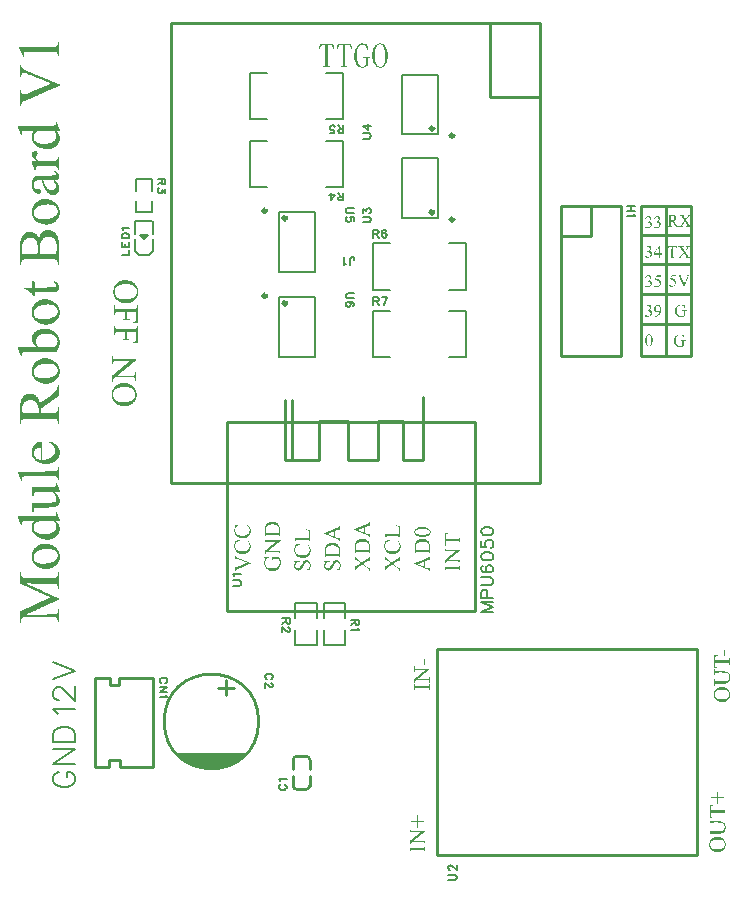
<source format=gto>
G04 Layer: TopSilkscreenLayer*
G04 EasyEDA Pro v1.6.32, 2023-12-29 17:47:12*
G04 Gerber Generator version 0.3*
G04 Scale: 100 percent, Rotated: No, Reflected: No*
G04 Dimensions in millimeters*
G04 Leading zeros omitted, absolute positions, 4 integers and 2 decimals*
%FSLAX42Y42*%
%MOMM*%
%ADD10C,0.2032*%
%ADD11C,0.1524*%
%ADD12C,0.254*%
%ADD13C,0.00508*%
%ADD14C,0.14986*%
%ADD15C,0.299999*%
G75*


G04 Text Start*
G04 //text: Module Robot Board V1*
G36*
G01X-2477Y3463D02*
G01X-2478Y3463D01*
G01X-2479Y3462D01*
G01X-2480Y3461D01*
G01X-2481Y3460D01*
G01Y3458D01*
G01Y3456D01*
G01X-2482Y3453D01*
G01Y3446D01*
G01Y3442D01*
G01X-2483Y3440D01*
G01X-2485Y3436D01*
G01X-2486Y3433D01*
G01Y3432D01*
G01X-2487Y3431D01*
G01X-2488Y3430D01*
G01X-2489Y3429D01*
G01X-2493Y3426D01*
G01X-2495Y3425D01*
G01X-2496D01*
G01X-2498Y3424D01*
G01X-2501D01*
G01X-2504Y3423D01*
G01X-2658D01*
G01X-2809D01*
G01X-2810Y3416D01*
G01Y3414D01*
G01Y3413D01*
G01X-2809Y3412D01*
G01X-2808Y3409D01*
G01X-2805Y3403D01*
G01X-2803Y3400D01*
G01X-2802Y3398D01*
G01X-2801Y3396D01*
G01X-2800Y3393D01*
G01Y3391D01*
G01X-2799Y3390D01*
G01X-2798Y3389D01*
G01X-2797Y3388D01*
G01Y3386D01*
G01X-2795Y3382D01*
G01X-2794Y3380D01*
G01X-2793Y3377D01*
G01X-2790Y3371D01*
G01X-2788Y3368D01*
G01X-2786Y3365D01*
G01X-2784Y3359D01*
G01X-2782Y3356D01*
G01X-2780Y3353D01*
G01X-2778Y3347D01*
G01X-2776Y3344D01*
G01X-2775Y3342D01*
G01X-2774Y3339D01*
G01X-2773Y3337D01*
G01X-2772Y3336D01*
G01Y3335D01*
G01X-2771Y3334D01*
G01X-2769D01*
G01X-2768Y3335D01*
G01Y3336D01*
G01X-2767Y3338D01*
G01X-2766Y3340D01*
G01Y3342D01*
G01Y3343D01*
G01Y3344D01*
G01Y3345D01*
G01X-2767Y3347D01*
G01X-2768Y3349D01*
G01Y3350D01*
G01Y3353D01*
G01X-2769Y3356D01*
G01Y3358D01*
G01X-2770Y3362D01*
G01Y3364D01*
G01Y3367D01*
G01X-2769Y3369D01*
G01Y3370D01*
G01X-2768Y3371D01*
G01X-2766Y3373D01*
G01X-2764Y3375D01*
G01X-2762Y3376D01*
G01X-2760Y3377D01*
G01X-2759Y3378D01*
G01X-2757D01*
G01X-2752Y3379D01*
G01X-2746Y3380D01*
G01X-2740D01*
G01X-2620D01*
G01X-2499D01*
G01X-2498D01*
G01X-2495Y3379D01*
G01X-2492Y3377D01*
G01X-2490Y3376D01*
G01X-2489Y3375D01*
G01X-2488Y3373D01*
G01X-2487Y3371D01*
G01X-2486Y3369D01*
G01X-2485Y3367D01*
G01X-2484Y3363D01*
G01X-2483Y3358D01*
G01Y3355D01*
G01X-2482Y3354D01*
G01Y3352D01*
G01Y3346D01*
G01Y3344D01*
G01X-2481Y3343D01*
G01Y3342D01*
G01X-2480D01*
G01Y3341D01*
G01X-2479D01*
G01X-2478Y3340D01*
G01X-2476D01*
G01X-2474D01*
G01X-2473D01*
G01X-2472Y3341D01*
G01Y3349D01*
G01X-2471Y3401D01*
G01X-2472Y3451D01*
G01X-2473Y3458D01*
G01Y3461D01*
G01Y3462D01*
G01X-2474D01*
G01X-2475Y3463D01*
G01X-2476D01*
G37*
G36*
G01X-2800Y3268D02*
G01X-2801Y3268D01*
G01X-2802D01*
G01Y3267D01*
G01Y3264D01*
G01X-2803Y3247D01*
G01Y3217D01*
G01Y3167D01*
G01X-2799D01*
G01X-2798D01*
G01X-2797D01*
G01X-2796D01*
G01X-2795Y3168D01*
G01X-2794D01*
G01Y3169D01*
G01X-2793Y3170D01*
G01Y3171D01*
G01X-2792Y3179D01*
G01X-2791Y3181D01*
G01X-2790Y3184D01*
G01Y3185D01*
G01X-2788Y3188D01*
G01X-2787Y3190D01*
G01Y3191D01*
G01X-2786Y3192D01*
G01X-2785Y3193D01*
G01X-2782Y3196D01*
G01X-2780Y3197D01*
G01X-2779Y3198D01*
G01X-2777Y3199D01*
G01X-2775Y3200D01*
G01X-2773Y3201D01*
G01X-2771D01*
G01X-2769Y3202D01*
G01X-2767D01*
G01X-2766Y3201D01*
G01X-2764D01*
G01X-2763Y3200D01*
G01X-2760Y3199D01*
G01X-2758D01*
G01X-2751Y3197D01*
G01X-2749D01*
G01X-2746Y3196D01*
G01X-2743Y3194D01*
G01X-2738Y3193D01*
G01X-2731Y3190D01*
G01X-2722Y3187D01*
G01X-2718Y3185D01*
G01X-2715Y3184D01*
G01X-2713Y3183D01*
G01X-2711Y3182D01*
G01X-2706Y3180D01*
G01X-2704Y3179D01*
G01X-2703Y3178D01*
G01X-2701D01*
G01X-2700Y3177D01*
G01X-2696Y3176D01*
G01X-2694Y3175D01*
G01X-2692D01*
G01X-2690Y3174D01*
G01X-2689Y3173D01*
G01X-2685Y3171D01*
G01X-2681Y3170D01*
G01X-2675Y3167D01*
G01X-2670Y3165D01*
G01X-2666Y3164D01*
G01X-2658Y3160D01*
G01X-2655Y3159D01*
G01X-2648Y3157D01*
G01X-2644Y3155D01*
G01X-2641Y3154D01*
G01X-2639Y3152D01*
G01X-2636Y3151D01*
G01X-2632Y3150D01*
G01X-2630Y3149D01*
G01X-2628Y3148D01*
G01X-2627Y3147D01*
G01X-2625D01*
G01X-2622Y3146D01*
G01X-2619Y3145D01*
G01X-2618Y3144D01*
G01X-2616Y3143D01*
G01X-2615D01*
G01X-2608Y3140D01*
G01X-2604Y3138D01*
G01X-2603Y3137D01*
G01X-2601D01*
G01X-2600Y3136D01*
G01X-2596Y3135D01*
G01X-2594Y3134D01*
G01X-2592D01*
G01X-2590Y3133D01*
G01X-2589Y3132D01*
G01X-2585Y3130D01*
G01X-2581Y3129D01*
G01X-2576Y3127D01*
G01X-2573Y3126D01*
G01X-2568Y3124D01*
G01X-2565Y3122D01*
G01X-2562Y3121D01*
G01X-2558Y3120D01*
G01X-2555Y3118D01*
G01X-2554D01*
G01X-2553Y3117D01*
G01X-2551Y3116D01*
G01X-2548D01*
G01X-2547Y3115D01*
G01X-2546D01*
G01Y3114D01*
G01X-2545D01*
G01Y3113D01*
G01Y3112D01*
G01Y3111D01*
G01X-2546Y3110D01*
G01X-2547Y3109D01*
G01X-2551Y3107D01*
G01X-2554Y3106D01*
G01X-2559Y3104D01*
G01X-2563Y3102D01*
G01X-2568Y3100D01*
G01X-2571Y3099D01*
G01X-2574Y3097D01*
G01X-2577Y3096D01*
G01X-2582Y3094D01*
G01X-2588Y3091D01*
G01X-2593Y3089D01*
G01X-2598Y3087D01*
G01X-2603Y3085D01*
G01X-2606Y3084D01*
G01X-2609Y3082D01*
G01X-2611Y3081D01*
G01X-2614Y3080D01*
G01X-2618Y3079D01*
G01X-2621Y3077D01*
G01X-2623Y3076D01*
G01X-2628Y3074D01*
G01X-2633Y3072D01*
G01X-2638Y3070D01*
G01X-2641Y3069D01*
G01X-2645Y3067D01*
G01X-2652Y3064D01*
G01X-2655Y3063D01*
G01X-2657Y3062D01*
G01X-2659Y3060D01*
G01X-2664Y3059D01*
G01X-2667Y3057D01*
G01X-2670Y3056D01*
G01X-2674Y3054D01*
G01X-2678Y3052D01*
G01X-2679D01*
G01X-2687Y3049D01*
G01X-2690Y3047D01*
G01X-2691Y3046D01*
G01X-2694Y3045D01*
G01X-2698Y3044D01*
G01X-2702Y3042D01*
G01X-2705Y3041D01*
G01X-2709Y3039D01*
G01X-2713Y3037D01*
G01X-2714Y3036D01*
G01X-2721Y3034D01*
G01X-2724Y3032D01*
G01X-2726Y3031D01*
G01X-2729Y3030D01*
G01X-2733Y3029D01*
G01X-2737Y3027D01*
G01X-2740Y3026D01*
G01X-2744Y3024D01*
G01X-2749Y3022D01*
G01X-2750D01*
G01X-2752Y3021D01*
G01X-2757Y3020D01*
G01X-2759D01*
G01X-2761Y3019D01*
G01X-2764Y3018D01*
G01X-2766Y3017D01*
G01X-2768D01*
G01X-2771D01*
G01X-2775D01*
G01X-2777D01*
G01X-2779Y3018D01*
G01X-2780D01*
G01X-2784Y3021D01*
G01X-2785Y3022D01*
G01X-2786Y3024D01*
G01X-2787Y3026D01*
G01X-2789Y3032D01*
G01X-2790Y3035D01*
G01X-2792Y3038D01*
G01Y3040D01*
G01Y3043D01*
G01X-2793Y3046D01*
G01Y3048D01*
G01Y3050D01*
G01X-2794D01*
G01Y3051D01*
G01X-2795Y3052D01*
G01X-2796Y3053D01*
G01X-2797D01*
G01X-2798Y3054D01*
G01X-2799D01*
G01X-2800D01*
G01X-2801Y3053D01*
G01X-2802Y3052D01*
G01Y3051D01*
G01Y3047D01*
G01X-2803Y3000D01*
G01Y2918D01*
G01X-2794D01*
G01X-2793Y2924D01*
G01Y2928D01*
G01X-2792Y2932D01*
G01X-2791Y2934D01*
G01X-2790Y2938D01*
G01X-2789Y2941D01*
G01X-2788Y2943D01*
G01X-2786Y2947D01*
G01X-2784Y2949D01*
G01X-2783Y2951D01*
G01X-2781Y2953D01*
G01X-2780Y2954D01*
G01X-2775Y2958D01*
G01X-2773Y2959D01*
G01X-2770Y2961D01*
G01X-2764Y2964D01*
G01X-2760Y2966D01*
G01X-2754Y2968D01*
G01X-2751Y2969D01*
G01X-2747Y2972D01*
G01X-2746D01*
G01X-2744Y2973D01*
G01X-2740Y2974D01*
G01X-2738Y2975D01*
G01X-2736Y2976D01*
G01X-2733Y2977D01*
G01X-2730Y2979D01*
G01X-2722Y2982D01*
G01X-2717Y2984D01*
G01X-2711Y2987D01*
G01X-2708Y2988D01*
G01X-2701Y2991D01*
G01X-2698Y2992D01*
G01X-2695Y2994D01*
G01X-2694Y2995D01*
G01X-2691Y2996D01*
G01X-2687Y2997D01*
G01X-2683Y2999D01*
G01X-2680Y3000D01*
G01X-2676Y3002D01*
G01X-2672Y3004D01*
G01X-2670Y3005D01*
G01X-2665Y3006D01*
G01X-2662Y3008D01*
G01X-2660Y3009D01*
G01X-2653Y3012D01*
G01X-2650Y3013D01*
G01X-2648Y3014D01*
G01X-2645Y3016D01*
G01X-2641Y3017D01*
G01X-2638Y3019D01*
G01X-2635Y3020D01*
G01X-2631Y3022D01*
G01X-2627Y3024D01*
G01X-2624Y3025D01*
G01X-2620Y3026D01*
G01X-2616Y3028D01*
G01X-2615Y3029D01*
G01X-2608Y3032D01*
G01X-2604Y3033D01*
G01X-2603Y3034D01*
G01X-2600Y3035D01*
G01X-2596Y3037D01*
G01X-2592Y3039D01*
G01X-2589Y3040D01*
G01X-2585Y3041D01*
G01X-2581Y3043D01*
G01X-2580Y3044D01*
G01X-2573Y3047D01*
G01X-2570Y3048D01*
G01X-2568Y3049D01*
G01X-2565Y3050D01*
G01X-2561Y3052D01*
G01X-2557Y3054D01*
G01X-2555Y3055D01*
G01X-2550Y3056D01*
G01X-2547Y3058D01*
G01X-2545Y3059D01*
G01X-2538Y3062D01*
G01X-2535Y3063D01*
G01X-2533Y3064D01*
G01X-2530Y3066D01*
G01X-2526Y3067D01*
G01X-2522Y3069D01*
G01X-2520Y3070D01*
G01X-2515Y3072D01*
G01X-2512Y3074D01*
G01X-2510D01*
G01X-2503Y3077D01*
G01X-2500Y3079D01*
G01X-2498Y3080D01*
G01X-2496D01*
G01X-2493Y3082D01*
G01X-2488Y3083D01*
G01X-2481Y3087D01*
G01X-2478Y3088D01*
G01X-2473Y3090D01*
G01X-2468Y3092D01*
G01X-2466Y3093D01*
G01X-2465Y3094D01*
G01X-2464Y3095D01*
G01Y3097D01*
G01Y3099D01*
G01Y3101D01*
G01Y3102D01*
G01X-2465Y3103D01*
G01Y3104D01*
G01X-2468Y3105D01*
G01X-2474Y3107D01*
G01X-2479Y3109D01*
G01X-2485Y3112D01*
G01X-2489Y3113D01*
G01X-2493Y3115D01*
G01X-2498Y3117D01*
G01X-2501Y3118D01*
G01X-2506Y3121D01*
G01X-2511Y3123D01*
G01X-2515Y3124D01*
G01X-2518Y3125D01*
G01X-2524Y3128D01*
G01X-2527Y3129D01*
G01X-2534Y3132D01*
G01X-2538Y3133D01*
G01X-2541Y3135D01*
G01X-2543Y3136D01*
G01X-2546Y3137D01*
G01X-2550Y3138D01*
G01X-2552Y3139D01*
G01X-2554Y3140D01*
G01X-2555Y3141D01*
G01X-2557D01*
G01X-2560Y3142D01*
G01X-2563Y3143D01*
G01X-2564Y3144D01*
G01X-2566Y3145D01*
G01X-2567Y3146D01*
G01X-2571Y3147D01*
G01X-2575Y3149D01*
G01X-2581Y3151D01*
G01X-2586Y3153D01*
G01X-2590Y3154D01*
G01X-2593Y3156D01*
G01X-2594Y3157D01*
G01X-2597Y3158D01*
G01X-2602Y3159D01*
G01X-2607Y3162D01*
G01X-2612Y3164D01*
G01X-2616Y3165D01*
G01X-2624Y3169D01*
G01X-2627Y3170D01*
G01X-2634Y3172D01*
G01X-2638Y3174D01*
G01X-2641Y3176D01*
G01X-2643Y3177D01*
G01X-2646Y3178D01*
G01X-2650Y3179D01*
G01X-2652Y3180D01*
G01X-2654Y3181D01*
G01X-2655Y3182D01*
G01X-2657D01*
G01X-2660Y3183D01*
G01X-2663Y3184D01*
G01X-2664Y3185D01*
G01X-2666Y3186D01*
G01X-2667D01*
G01X-2674Y3189D01*
G01X-2678Y3191D01*
G01X-2679Y3192D01*
G01X-2682Y3193D01*
G01X-2686Y3194D01*
G01X-2692Y3197D01*
G01X-2697Y3199D01*
G01X-2700Y3200D01*
G01X-2703Y3201D01*
G01X-2705Y3202D01*
G01X-2708Y3203D01*
G01X-2712Y3205D01*
G01X-2718Y3207D01*
G01X-2723Y3209D01*
G01X-2727Y3211D01*
G01X-2733Y3214D01*
G01X-2738Y3215D01*
G01X-2744Y3218D01*
G01X-2749Y3219D01*
G01X-2751Y3221D01*
G01X-2755Y3223D01*
G01X-2760Y3225D01*
G01X-2762Y3226D01*
G01X-2763Y3227D01*
G01X-2765Y3228D01*
G01X-2767Y3230D01*
G01X-2770Y3231D01*
G01X-2771Y3232D01*
G01X-2775Y3235D01*
G01X-2777Y3236D01*
G01X-2778Y3238D01*
G01X-2780Y3240D01*
G01X-2781Y3241D01*
G01X-2783Y3243D01*
G01X-2785Y3245D01*
G01X-2786Y3246D01*
G01X-2787Y3247D01*
G01X-2788Y3250D01*
G01X-2789Y3253D01*
G01X-2790Y3256D01*
G01X-2791Y3258D01*
G01Y3260D01*
G01X-2792Y3263D01*
G01Y3264D01*
G01X-2793Y3265D01*
G01Y3266D01*
G01X-2794D01*
G01X-2795Y3267D01*
G01X-2796Y3268D01*
G01X-2799D01*
G37*
G36*
G01X-2496Y2789D02*
G01X-2497Y2789D01*
G01X-2498Y2788D01*
G01X-2499Y2787D01*
G01X-2500Y2786D01*
G01X-2501Y2785D01*
G01Y2783D01*
G01X-2500Y2781D01*
G01X-2499Y2779D01*
G01Y2776D01*
G01Y2773D01*
G01Y2769D01*
G01Y2767D01*
G01Y2764D01*
G01X-2500Y2763D01*
G01Y2762D01*
G01X-2501Y2761D01*
G01X-2502Y2760D01*
G01X-2503Y2758D01*
G01X-2505Y2757D01*
G01X-2508Y2756D01*
G01X-2510D01*
G01X-2516Y2755D01*
G01X-2519Y2754D01*
G01X-2520D01*
G01X-2669Y2753D01*
G01X-2810Y2752D01*
G01X-2816Y2751D01*
G01X-2818D01*
G01X-2819Y2750D01*
G01Y2748D01*
G01X-2820Y2747D01*
G01Y2744D01*
G01Y2742D01*
G01X-2819Y2741D01*
G01Y2739D01*
G01X-2818Y2738D01*
G01X-2817Y2736D01*
G01X-2816Y2734D01*
G01X-2815Y2730D01*
G01Y2729D01*
G01X-2814Y2728D01*
G01X-2813Y2726D01*
G01X-2812Y2725D01*
G01Y2724D01*
G01X-2811Y2720D01*
G01X-2810Y2718D01*
G01Y2717D01*
G01X-2808Y2715D01*
G01Y2713D01*
G01X-2805Y2706D01*
G01X-2803Y2703D01*
G01X-2802Y2701D01*
G01Y2700D01*
G01X-2801Y2698D01*
G01X-2800Y2695D01*
G01Y2692D01*
G01X-2799Y2691D01*
G01X-2798Y2689D01*
G01X-2797Y2687D01*
G01X-2795Y2681D01*
G01X-2794Y2680D01*
G01X-2793Y2678D01*
G01X-2792D01*
G01Y2677D01*
G01X-2791D01*
G01X-2789Y2676D01*
G01X-2788D01*
G01X-2786Y2677D01*
G01X-2785D01*
G01X-2784Y2678D01*
G01Y2680D01*
G01Y2682D01*
G01X-2785Y2686D01*
G01X-2786Y2689D01*
G01Y2690D01*
G01Y2692D01*
G01Y2696D01*
G01Y2699D01*
G01Y2700D01*
G01Y2701D01*
G01X-2785Y2702D01*
G01X-2784Y2703D01*
G01Y2704D01*
G01X-2782Y2705D01*
G01X-2780Y2707D01*
G01X-2777Y2708D01*
G01X-2775Y2709D01*
G01X-2773D01*
G01X-2770Y2710D01*
G01X-2762D01*
G01X-2727Y2711D01*
G01X-2686D01*
G01X-2687Y2708D01*
G01X-2688Y2706D01*
G01Y2705D01*
G01X-2689Y2704D01*
G01X-2691Y2702D01*
G01X-2692Y2701D01*
G01X-2693Y2700D01*
G01X-2694Y2697D01*
G01Y2696D01*
G01X-2695Y2695D01*
G01X-2696Y2693D01*
G01X-2697Y2692D01*
G01Y2690D01*
G01X-2698Y2687D01*
G01X-2699Y2684D01*
G01X-2701Y2680D01*
G01Y2678D01*
G01Y2676D01*
G01X-2702Y2670D01*
G01Y2667D01*
G01X-2703Y2665D01*
G01Y2661D01*
G01X-2686D01*
G01Y2665D01*
G01Y2668D01*
G01Y2671D01*
G01X-2685Y2673D01*
G01X-2684Y2675D01*
G01X-2683Y2677D01*
G01X-2682Y2679D01*
G01Y2680D01*
G01X-2681Y2683D01*
G01X-2680Y2685D01*
G01Y2686D01*
G01X-2678Y2687D01*
G01X-2676Y2690D01*
G01X-2674Y2692D01*
G01X-2672Y2694D01*
G01X-2669Y2696D01*
G01X-2667Y2698D01*
G01X-2666Y2699D01*
G01X-2663Y2701D01*
G01X-2660Y2702D01*
G01X-2658Y2704D01*
G01X-2654Y2705D01*
G01X-2650Y2707D01*
G01X-2647Y2708D01*
G01X-2643Y2709D01*
G01X-2642D01*
G01X-2639Y2710D01*
G01X-2619D01*
G01X-2575Y2711D01*
G01X-2522Y2710D01*
G01X-2515Y2709D01*
G01X-2512D01*
G01X-2511D01*
G01Y2708D01*
G01X-2510Y2707D01*
G01X-2508Y2705D01*
G01X-2506Y2704D01*
G01X-2505Y2703D01*
G01X-2504Y2702D01*
G01X-2503Y2700D01*
G01Y2699D01*
G01X-2502Y2698D01*
G01X-2501Y2696D01*
G01X-2499Y2694D01*
G01X-2496Y2687D01*
G01X-2495Y2683D01*
G01X-2494Y2682D01*
G01Y2678D01*
G01Y2673D01*
G01X-2493Y2671D01*
G01Y2669D01*
G01Y2668D01*
G01Y2667D01*
G01X-2494Y2666D01*
G01Y2664D01*
G01Y2662D01*
G01Y2657D01*
G01X-2495Y2654D01*
G01Y2652D01*
G01X-2497Y2648D01*
G01X-2499Y2643D01*
G01X-2500Y2641D01*
G01X-2501Y2640D01*
G01X-2503Y2637D01*
G01X-2507Y2632D01*
G01X-2508Y2630D01*
G01X-2509Y2629D01*
G01X-2511Y2628D01*
G01X-2513Y2626D01*
G01X-2515Y2624D01*
G01X-2516Y2623D01*
G01X-2517Y2622D01*
G01X-2521Y2621D01*
G01X-2523Y2619D01*
G01X-2524D01*
G01X-2527Y2616D01*
G01X-2533Y2612D01*
G01X-2534D01*
G01X-2535Y2611D01*
G01X-2537Y2610D01*
G01X-2541D01*
G01X-2543Y2609D01*
G01X-2544Y2608D01*
G01X-2545Y2607D01*
G01X-2547D01*
G01X-2550Y2606D01*
G01X-2556Y2605D01*
G01X-2558Y2604D01*
G01X-2561D01*
G01X-2563Y2603D01*
G01X-2565Y2602D01*
G01X-2566D01*
G01X-2569D01*
G01X-2577D01*
G01X-2580Y2601D01*
G01X-2581D01*
G01X-2582D01*
G01X-2585Y2600D01*
G01X-2594D01*
G01X-2598D01*
G01X-2610D01*
G01X-2614Y2601D01*
G01X-2616D01*
G01X-2619Y2602D01*
G01X-2624D01*
G01X-2626D01*
G01X-2633Y2605D01*
G01X-2638Y2606D01*
G01X-2644Y2607D01*
G01X-2646Y2608D01*
G01X-2647Y2609D01*
G01X-2649Y2610D01*
G01X-2652Y2611D01*
G01X-2655Y2612D01*
G01X-2656Y2613D01*
G01X-2657D01*
G01X-2658Y2616D01*
G01X-2659D01*
G01X-2660Y2617D01*
G01X-2663Y2618D01*
G01X-2664Y2619D01*
G01X-2666Y2620D01*
G01X-2668Y2621D01*
G01X-2669Y2623D01*
G01X-2671Y2624D01*
G01X-2672Y2626D01*
G01X-2679Y2635D01*
G01X-2681Y2639D01*
G01X-2682Y2641D01*
G01X-2683Y2643D01*
G01X-2684Y2645D01*
G01X-2685Y2648D01*
G01X-2686Y2650D01*
G01Y2653D01*
G01Y2657D01*
G01Y2661D01*
G01X-2703D01*
G01Y2657D01*
G01Y2654D01*
G01X-2702Y2651D01*
G01Y2648D01*
G01X-2701Y2644D01*
G01Y2643D01*
G01Y2641D01*
G01X-2699Y2639D01*
G01Y2638D01*
G01Y2636D01*
G01X-2698Y2633D01*
G01Y2632D01*
G01Y2630D01*
G01X-2695Y2625D01*
G01X-2693Y2620D01*
G01X-2692Y2618D01*
G01X-2691Y2617D01*
G01X-2689Y2613D01*
G01X-2687Y2611D01*
G01X-2686Y2608D01*
G01X-2685Y2607D01*
G01X-2684Y2605D01*
G01X-2682Y2604D01*
G01X-2681Y2603D01*
G01X-2680Y2602D01*
G01X-2679Y2601D01*
G01X-2678Y2599D01*
G01X-2677Y2598D01*
G01X-2674Y2595D01*
G01X-2669Y2591D01*
G01X-2667Y2590D01*
G01X-2666Y2588D01*
G01X-2664Y2586D01*
G01Y2585D01*
G01X-2663D01*
G01X-2660Y2584D01*
G01X-2658Y2583D01*
G01X-2648Y2576D01*
G01X-2645Y2574D01*
G01X-2643Y2573D01*
G01X-2630Y2567D01*
G01X-2628Y2565D01*
G01X-2621Y2563D01*
G01X-2613Y2561D01*
G01X-2602Y2558D01*
G01X-2599Y2557D01*
G01X-2596D01*
G01X-2593Y2556D01*
G01X-2583D01*
G01X-2579D01*
G01X-2578Y2555D01*
G01X-2577D01*
G01X-2575D01*
G01X-2570D01*
G01X-2566D01*
G01X-2563D01*
G01X-2560Y2556D01*
G01X-2557D01*
G01X-2551D01*
G01X-2548Y2557D01*
G01X-2545Y2558D01*
G01X-2538Y2559D01*
G01X-2529Y2562D01*
G01X-2526Y2563D01*
G01X-2523Y2565D01*
G01X-2519Y2567D01*
G01X-2514Y2569D01*
G01X-2512Y2570D01*
G01X-2510Y2571D01*
G01X-2504Y2577D01*
G01X-2498Y2580D01*
G01X-2495Y2583D01*
G01X-2493Y2585D01*
G01X-2491Y2587D01*
G01X-2490Y2588D01*
G01X-2488Y2590D01*
G01X-2486Y2592D01*
G01X-2485Y2593D01*
G01Y2594D01*
G01X-2484Y2596D01*
G01X-2483Y2597D01*
G01Y2598D01*
G01X-2480Y2601D01*
G01X-2478Y2604D01*
G01X-2475Y2609D01*
G01X-2471Y2617D01*
G01X-2470Y2620D01*
G01X-2469Y2624D01*
G01Y2625D01*
G01X-2468Y2628D01*
G01X-2467Y2629D01*
G01Y2630D01*
G01X-2466D01*
G01Y2633D01*
G01X-2465Y2637D01*
G01Y2646D01*
G01Y2655D01*
G01X-2466Y2659D01*
G01Y2662D01*
G01Y2663D01*
G01X-2467Y2665D01*
G01X-2468Y2667D01*
G01X-2469Y2669D01*
G01Y2673D01*
G01X-2470Y2676D01*
G01X-2471Y2678D01*
G01X-2473Y2681D01*
G01X-2476Y2686D01*
G01X-2480Y2693D01*
G01X-2484Y2698D01*
G01X-2486Y2701D01*
G01X-2488Y2703D01*
G01X-2490Y2704D01*
G01X-2491Y2705D01*
G01X-2492Y2706D01*
G01X-2493Y2707D01*
G01Y2708D01*
G01Y2709D01*
G01X-2490Y2710D01*
G01X-2486Y2711D01*
G01X-2480D01*
G01X-2467D01*
G01X-2466Y2714D01*
G01Y2717D01*
G01X-2465Y2720D01*
G01Y2723D01*
G01Y2725D01*
G01X-2466Y2726D01*
G01Y2728D01*
G01X-2467Y2729D01*
G01X-2468Y2731D01*
G01X-2469Y2732D01*
G01Y2736D01*
G01X-2470Y2738D01*
G01X-2471Y2740D01*
G01X-2473Y2743D01*
G01X-2477Y2752D01*
G01X-2479Y2756D01*
G01X-2480Y2761D01*
G01X-2481Y2763D01*
G01X-2483Y2766D01*
G01Y2767D01*
G01X-2484Y2769D01*
G01X-2485Y2773D01*
G01Y2774D01*
G01X-2486Y2775D01*
G01X-2487Y2777D01*
G01X-2488Y2778D01*
G01Y2779D01*
G01X-2489Y2784D01*
G01X-2490Y2785D01*
G01X-2491Y2786D01*
G01X-2492Y2787D01*
G01X-2493Y2788D01*
G01X-2494D01*
G01X-2495Y2789D01*
G37*
G36*
G01X-2679Y2541D02*
G01X-2680Y2541D01*
G01X-2682Y2540D01*
G01X-2684D01*
G01X-2686Y2539D01*
G01X-2692Y2535D01*
G01X-2693Y2534D01*
G01X-2694Y2533D01*
G01X-2695Y2531D01*
G01X-2696Y2530D01*
G01X-2698Y2527D01*
G01X-2699Y2524D01*
G01X-2700Y2521D01*
G01X-2701Y2519D01*
G01Y2516D01*
G01X-2702Y2512D01*
G01Y2510D01*
G01X-2701Y2506D01*
G01Y2502D01*
G01Y2500D01*
G01X-2700Y2499D01*
G01X-2698Y2494D01*
G01X-2696Y2490D01*
G01X-2695Y2488D01*
G01X-2694Y2487D01*
G01X-2692Y2484D01*
G01X-2690Y2482D01*
G01X-2688Y2480D01*
G01X-2685Y2477D01*
G01X-2683Y2475D01*
G01Y2474D01*
G01X-2682Y2473D01*
G01X-2680Y2472D01*
G01X-2677Y2471D01*
G01X-2676Y2470D01*
G01X-2675Y2469D01*
G01X-2674Y2468D01*
G01Y2466D01*
G01X-2673D01*
G01X-2672Y2465D01*
G01X-2669Y2464D01*
G01X-2667Y2463D01*
G01X-2663Y2460D01*
G01X-2661Y2458D01*
G01X-2658Y2457D01*
G01X-2657Y2456D01*
G01Y2455D01*
G01Y2454D01*
G01X-2659D01*
G01X-2660D01*
G01X-2666Y2453D01*
G01X-2680D01*
G01X-2702D01*
G01Y2446D01*
G01X-2701Y2443D01*
G01Y2440D01*
G01Y2439D01*
G01X-2700Y2438D01*
G01X-2699Y2436D01*
G01Y2435D01*
G01X-2698Y2433D01*
G01X-2697Y2429D01*
G01Y2427D01*
G01X-2696Y2426D01*
G01X-2695Y2424D01*
G01X-2694Y2422D01*
G01X-2693Y2418D01*
G01X-2690Y2411D01*
G01X-2687Y2405D01*
G01X-2685Y2401D01*
G01X-2683Y2396D01*
G01X-2682Y2391D01*
G01X-2679Y2386D01*
G01X-2677Y2379D01*
G01X-2676Y2378D01*
G01X-2675Y2377D01*
G01X-2674Y2376D01*
G01X-2673D01*
G01X-2671D01*
G01X-2670D01*
G01X-2669Y2377D01*
G01X-2668Y2378D01*
G01Y2379D01*
G01Y2381D01*
G01Y2383D01*
G01X-2669Y2387D01*
G01Y2390D01*
G01X-2670Y2393D01*
G01Y2396D01*
G01Y2399D01*
G01X-2669Y2401D01*
G01Y2402D01*
G01Y2403D01*
G01X-2668D01*
G01X-2665Y2406D01*
G01X-2663Y2408D01*
G01X-2661Y2409D01*
G01X-2658Y2410D01*
G01X-2656Y2411D01*
G01X-2652D01*
G01X-2650Y2412D01*
G01X-2572D01*
G01X-2501Y2411D01*
G01X-2497D01*
G01X-2495D01*
G01X-2490Y2408D01*
G01X-2489Y2407D01*
G01X-2488Y2406D01*
G01X-2487Y2404D01*
G01X-2485Y2401D01*
G01X-2484Y2399D01*
G01X-2483Y2397D01*
G01Y2393D01*
G01X-2481Y2384D01*
G01X-2480Y2380D01*
G01Y2379D01*
G01X-2479Y2378D01*
G01X-2478D01*
G01X-2477Y2377D01*
G01X-2476D01*
G01X-2475Y2378D01*
G01Y2381D01*
G01X-2474Y2392D01*
G01X-2473Y2435D01*
G01Y2493D01*
G01X-2477D01*
G01Y2492D01*
G01X-2478D01*
G01X-2479D01*
G01Y2491D01*
G01X-2480D01*
G01Y2490D01*
G01Y2489D01*
G01Y2486D01*
G01X-2481Y2482D01*
G01X-2482Y2479D01*
G01X-2483Y2473D01*
G01X-2484Y2471D01*
G01X-2485Y2470D01*
G01X-2488Y2465D01*
G01X-2489Y2463D01*
G01X-2490Y2462D01*
G01X-2491Y2461D01*
G01X-2493Y2460D01*
G01X-2498Y2457D01*
G01X-2501Y2456D01*
G01X-2502Y2455D01*
G01X-2504D01*
G01X-2506D01*
G01X-2510Y2454D01*
G01X-2512D01*
G01X-2513D01*
G01X-2514D01*
G01X-2574Y2453D01*
G01X-2628Y2454D01*
G01X-2633D01*
G01X-2635D01*
G01Y2455D01*
G01X-2636D01*
G01X-2638Y2456D01*
G01X-2643Y2459D01*
G01X-2646Y2460D01*
G01X-2650Y2464D01*
G01X-2656Y2467D01*
G01X-2658Y2469D01*
G01X-2659Y2470D01*
G01X-2660Y2472D01*
G01X-2662Y2474D01*
G01X-2664Y2475D01*
G01X-2665Y2476D01*
G01X-2666Y2477D01*
G01X-2667Y2480D01*
G01X-2669Y2483D01*
G01Y2485D01*
G01Y2486D01*
G01Y2488D01*
G01Y2489D01*
G01X-2668Y2490D01*
G01X-2661Y2502D01*
G01X-2658Y2507D01*
G01X-2656Y2510D01*
G01X-2655Y2513D01*
G01X-2654Y2515D01*
G01X-2653Y2517D01*
G01Y2519D01*
G01Y2522D01*
G01Y2525D01*
G01X-2654Y2527D01*
G01X-2655Y2529D01*
G01X-2657Y2532D01*
G01X-2658Y2533D01*
G01X-2660Y2535D01*
G01X-2662Y2537D01*
G01X-2665Y2538D01*
G01X-2667Y2539D01*
G01X-2669Y2540D01*
G01X-2671D01*
G01X-2675Y2541D01*
G37*
G36*
G01X-2512Y2371D02*
G01X-2514Y2371D01*
G01X-2516Y2370D01*
G01X-2514Y2368D01*
G01X-2512Y2367D01*
G01X-2511Y2364D01*
G01X-2508Y2360D01*
G01X-2506Y2358D01*
G01X-2503Y2355D01*
G01X-2501Y2352D01*
G01X-2500Y2351D01*
G01Y2350D01*
G01X-2499Y2348D01*
G01Y2345D01*
G01Y2343D01*
G01Y2342D01*
G01Y2341D01*
G01X-2500Y2340D01*
G01X-2501Y2338D01*
G01X-2502Y2337D01*
G01X-2503Y2336D01*
G01X-2506Y2335D01*
G01X-2508D01*
G01X-2511Y2334D01*
G01X-2516D01*
G01X-2520Y2333D01*
G01X-2527D01*
G01X-2530D01*
G01X-2531D01*
G01X-2533Y2332D01*
G01X-2594D01*
G01X-2654Y2331D01*
G01X-2657D01*
G01X-2658D01*
G01X-2662Y2330D01*
G01X-2666Y2329D01*
G01X-2669Y2328D01*
G01X-2670D01*
G01X-2673Y2326D01*
G01X-2678Y2323D01*
G01X-2680Y2322D01*
G01X-2682Y2319D01*
G01X-2685Y2316D01*
G01X-2690Y2309D01*
G01X-2691Y2308D01*
G01X-2692Y2306D01*
G01X-2693Y2304D01*
G01X-2694Y2302D01*
G01X-2699Y2288D01*
G01Y2286D01*
G01X-2700Y2284D01*
G01Y2282D01*
G01Y2278D01*
G01X-2701Y2275D01*
G01Y2273D01*
G01Y2270D01*
G01X-2702Y2255D01*
G01X-2701Y2242D01*
G01Y2238D01*
G01X-2700Y2236D01*
G01Y2232D01*
G01X-2699Y2227D01*
G01X-2698Y2225D01*
G01X-2697Y2222D01*
G01X-2696Y2218D01*
G01X-2694Y2214D01*
G01X-2693Y2211D01*
G01X-2691Y2208D01*
G01X-2688Y2202D01*
G01X-2687Y2201D01*
G01X-2684Y2197D01*
G01X-2683Y2195D01*
G01X-2681Y2193D01*
G01X-2678Y2191D01*
G01X-2675Y2189D01*
G01X-2672Y2186D01*
G01X-2668Y2183D01*
G01X-2665Y2182D01*
G01X-2661Y2180D01*
G01X-2659Y2179D01*
G01X-2656D01*
G01X-2654Y2178D01*
G01X-2652D01*
G01X-2648Y2177D01*
G01X-2643D01*
G01X-2640D01*
G01X-2637Y2178D01*
G01X-2636D01*
G01X-2635Y2179D01*
G01X-2634D01*
G01X-2630Y2182D01*
G01X-2629Y2183D01*
G01X-2628Y2184D01*
G01X-2627Y2185D01*
G01X-2626Y2187D01*
G01X-2623Y2195D01*
G01Y2198D01*
G01Y2200D01*
G01Y2202D01*
G01Y2204D01*
G01X-2624Y2205D01*
G01X-2627Y2210D01*
G01X-2628Y2211D01*
G01X-2629Y2212D01*
G01X-2630Y2213D01*
G01X-2632Y2214D01*
G01X-2635Y2215D01*
G01X-2639Y2216D01*
G01X-2641D01*
G01X-2646Y2217D01*
G01X-2654D01*
G01X-2660D01*
G01X-2663D01*
G01X-2666Y2218D01*
G01X-2668D01*
G01X-2671Y2220D01*
G01X-2675Y2222D01*
G01X-2677Y2224D01*
G01X-2679Y2227D01*
G01X-2681Y2229D01*
G01X-2682Y2230D01*
G01X-2683Y2231D01*
G01X-2684Y2232D01*
G01Y2234D01*
G01X-2685Y2238D01*
G01X-2686Y2242D01*
G01X-2687Y2245D01*
G01Y2248D01*
G01Y2250D01*
G01X-2688Y2253D01*
G01X-2687Y2256D01*
G01Y2258D01*
G01Y2262D01*
G01X-2686Y2266D01*
G01X-2685Y2268D01*
G01X-2684Y2270D01*
G01X-2683Y2273D01*
G01X-2682Y2274D01*
G01X-2681Y2275D01*
G01X-2679Y2278D01*
G01X-2678Y2279D01*
G01X-2677Y2280D01*
G01X-2675Y2282D01*
G01X-2674Y2283D01*
G01X-2668Y2286D01*
G01X-2665Y2287D01*
G01X-2662Y2288D01*
G01X-2658Y2290D01*
G01X-2656D01*
G01X-2653Y2291D01*
G01X-2651D01*
G01X-2648D01*
G01X-2644D01*
G01X-2643Y2292D01*
G01X-2639D01*
G01X-2630Y2293D01*
G01X-2620D01*
G01X-2619Y2290D01*
G01X-2604D01*
G01X-2603Y2291D01*
G01X-2602D01*
G01X-2598Y2292D01*
G01X-2581D01*
G01X-2562Y2293D01*
G01X-2530Y2292D01*
G01X-2524Y2291D01*
G01X-2520D01*
G01X-2519D01*
G01X-2518Y2290D01*
G01X-2515Y2286D01*
G01X-2514Y2284D01*
G01X-2511Y2280D01*
G01X-2504Y2269D01*
G01X-2502Y2266D01*
G01X-2501Y2263D01*
G01X-2500Y2261D01*
G01X-2499Y2257D01*
G01X-2497Y2252D01*
G01X-2496Y2250D01*
G01Y2247D01*
G01Y2245D01*
G01Y2243D01*
G01Y2239D01*
G01Y2238D01*
G01Y2237D01*
G01X-2497D01*
G01Y2236D01*
G01X-2498Y2231D01*
G01X-2499Y2229D01*
G01Y2228D01*
G01X-2500D01*
G01X-2501Y2227D01*
G01X-2503Y2224D01*
G01X-2505Y2221D01*
G01X-2507Y2220D01*
G01X-2510Y2218D01*
G01X-2512Y2216D01*
G01X-2514Y2215D01*
G01X-2516Y2214D01*
G01X-2525Y2211D01*
G01X-2528Y2210D01*
G01X-2530D01*
G01X-2534Y2209D01*
G01X-2539D01*
G01X-2543D01*
G01X-2547Y2210D01*
G01X-2549D01*
G01X-2554Y2213D01*
G01X-2559Y2215D01*
G01X-2561Y2216D01*
G01X-2562D01*
G01X-2565Y2219D01*
G01X-2567Y2221D01*
G01X-2569Y2223D01*
G01X-2571Y2226D01*
G01X-2574Y2228D01*
G01X-2576Y2231D01*
G01X-2581Y2239D01*
G01X-2583Y2241D01*
G01X-2585Y2245D01*
G01X-2587Y2249D01*
G01X-2588Y2251D01*
G01X-2591Y2258D01*
G01X-2592Y2261D01*
G01X-2593Y2263D01*
G01X-2594Y2264D01*
G01X-2596Y2268D01*
G01X-2597Y2272D01*
G01X-2600Y2278D01*
G01X-2602Y2283D01*
G01X-2604Y2290D01*
G01X-2619D01*
G01Y2289D01*
G01Y2287D01*
G01X-2618Y2285D01*
G01X-2617Y2283D01*
G01X-2616Y2281D01*
G01X-2615Y2279D01*
G01X-2614Y2274D01*
G01X-2611Y2270D01*
G01X-2610Y2267D01*
G01X-2609Y2262D01*
G01X-2606Y2257D01*
G01X-2605Y2252D01*
G01X-2603Y2249D01*
G01X-2602Y2245D01*
G01X-2601Y2244D01*
G01X-2600Y2241D01*
G01X-2598Y2237D01*
G01X-2597Y2234D01*
G01X-2596Y2232D01*
G01X-2593Y2225D01*
G01X-2591Y2223D01*
G01X-2589Y2219D01*
G01X-2587Y2214D01*
G01X-2586Y2212D01*
G01X-2585Y2211D01*
G01X-2582Y2206D01*
G01X-2578Y2200D01*
G01X-2576Y2198D01*
G01X-2574Y2194D01*
G01X-2572Y2192D01*
G01X-2570Y2190D01*
G01X-2567Y2188D01*
G01X-2564Y2185D01*
G01X-2563Y2183D01*
G01X-2559Y2180D01*
G01X-2557Y2178D01*
G01X-2556Y2177D01*
G01X-2552Y2175D01*
G01X-2550Y2174D01*
G01X-2548Y2173D01*
G01X-2546Y2172D01*
G01X-2544Y2171D01*
G01X-2542D01*
G01X-2539Y2170D01*
G01X-2534Y2169D01*
G01X-2533D01*
G01X-2526Y2168D01*
G01X-2519D01*
G01X-2515D01*
G01X-2511Y2169D01*
G01X-2510D01*
G01X-2503Y2171D01*
G01X-2500Y2172D01*
G01X-2497Y2174D01*
G01X-2494Y2176D01*
G01X-2488Y2179D01*
G01X-2487Y2180D01*
G01X-2483Y2184D01*
G01X-2480Y2187D01*
G01X-2478Y2190D01*
G01X-2477Y2192D01*
G01X-2475Y2194D01*
G01X-2474Y2196D01*
G01X-2471Y2202D01*
G01X-2470Y2204D01*
G01X-2469Y2207D01*
G01Y2209D01*
G01X-2468Y2212D01*
G01Y2222D01*
G01Y2232D01*
G01X-2469Y2236D01*
G01Y2237D01*
G01X-2471Y2244D01*
G01X-2472Y2247D01*
G01X-2474Y2250D01*
G01X-2480Y2260D01*
G01X-2483Y2265D01*
G01X-2487Y2269D01*
G01X-2491Y2275D01*
G01X-2496Y2281D01*
G01X-2501Y2288D01*
G01Y2289D01*
G01X-2502D01*
G01Y2290D01*
G01Y2291D01*
G01X-2501Y2292D01*
G01X-2499D01*
G01X-2495Y2293D01*
G01X-2490Y2294D01*
G01X-2487D01*
G01X-2484Y2295D01*
G01X-2481Y2297D01*
G01X-2477Y2299D01*
G01X-2475Y2301D01*
G01X-2474Y2302D01*
G01X-2471Y2307D01*
G01Y2308D01*
G01X-2470Y2310D01*
G01X-2469Y2311D01*
G01Y2313D01*
G01Y2315D01*
G01X-2468Y2317D01*
G01Y2322D01*
G01Y2325D01*
G01X-2469Y2328D01*
G01Y2330D01*
G01X-2472Y2335D01*
G01X-2474Y2339D01*
G01X-2475Y2341D01*
G01X-2476Y2343D01*
G01X-2481Y2350D01*
G01X-2483Y2352D01*
G01X-2485Y2354D01*
G01X-2488Y2356D01*
G01X-2489Y2358D01*
G01X-2490Y2360D01*
G01X-2492Y2361D01*
G01X-2493Y2362D01*
G01X-2497Y2364D01*
G01X-2499Y2366D01*
G01X-2500Y2367D01*
G01Y2368D01*
G01X-2501Y2369D01*
G01X-2503D01*
G01X-2504Y2370D01*
G01X-2507Y2371D01*
G01X-2509D01*
G37*
G36*
G01X-2593Y2132D02*
G01X-2605Y2132D01*
G01X-2609Y2131D01*
G01X-2611D01*
G01X-2615Y2130D01*
G01X-2621Y2129D01*
G01X-2624Y2128D01*
G01X-2630Y2126D01*
G01X-2637Y2123D01*
G01X-2640Y2122D01*
G01X-2643Y2120D01*
G01X-2646Y2118D01*
G01X-2651Y2116D01*
G01X-2653Y2114D01*
G01X-2660Y2109D01*
G01X-2664Y2106D01*
G01X-2668Y2103D01*
G01X-2669Y2102D01*
G01X-2671Y2100D01*
G01X-2672Y2098D01*
G01X-2674Y2096D01*
G01X-2677Y2094D01*
G01X-2679Y2092D01*
G01X-2685Y2083D01*
G01X-2687Y2080D01*
G01X-2692Y2072D01*
G01X-2693Y2070D01*
G01X-2694Y2068D01*
G01Y2067D01*
G01X-2696Y2061D01*
G01X-2699Y2053D01*
G01Y2051D01*
G01X-2700Y2049D01*
G01Y2046D01*
G01Y2043D01*
G01X-2701Y2040D01*
G01Y2037D01*
G01X-2702Y2027D01*
G01Y2024D01*
G01Y2022D01*
G01X-2686D01*
G01Y2026D01*
G01Y2028D01*
G01Y2030D01*
G01X-2683Y2036D01*
G01Y2039D01*
G01X-2682Y2041D01*
G01X-2681Y2042D01*
G01X-2680Y2044D01*
G01X-2675Y2050D01*
G01X-2673Y2052D01*
G01X-2670Y2055D01*
G01X-2668Y2057D01*
G01X-2667Y2058D01*
G01X-2666Y2059D01*
G01X-2665Y2060D01*
G01X-2659Y2064D01*
G01X-2655Y2067D01*
G01X-2653Y2068D01*
G01X-2651Y2069D01*
G01X-2647Y2071D01*
G01X-2644Y2072D01*
G01X-2642Y2074D01*
G01X-2640D01*
G01X-2636Y2076D01*
G01X-2632Y2077D01*
G01X-2628Y2079D01*
G01X-2626Y2080D01*
G01X-2624Y2081D01*
G01X-2616Y2082D01*
G01X-2612Y2083D01*
G01X-2608Y2084D01*
G01X-2605D01*
G01X-2595Y2086D01*
G01X-2590D01*
G01X-2583D01*
G01X-2575Y2087D01*
G01X-2572D01*
G01X-2571D01*
G01X-2569Y2088D01*
G01X-2567D01*
G01X-2565D01*
G01X-2555Y2087D01*
G01X-2545Y2086D01*
G01X-2542D01*
G01X-2539Y2085D01*
G01X-2536D01*
G01X-2532D01*
G01X-2530Y2084D01*
G01X-2522Y2082D01*
G01X-2518Y2081D01*
G01X-2515Y2080D01*
G01X-2514Y2079D01*
G01X-2508Y2076D01*
G01X-2504Y2074D01*
G01X-2501Y2071D01*
G01X-2499Y2070D01*
G01X-2498Y2068D01*
G01X-2496Y2067D01*
G01X-2490Y2058D01*
G01X-2489Y2056D01*
G01X-2488Y2055D01*
G01X-2487Y2052D01*
G01X-2485Y2047D01*
G01X-2484Y2044D01*
G01Y2041D01*
G01Y2036D01*
G01X-2483Y2031D01*
G01X-2484Y2023D01*
G01Y2020D01*
G01Y2019D01*
G01X-2485Y2018D01*
G01X-2486Y2013D01*
G01X-2487Y2011D01*
G01Y2010D01*
G01X-2488D01*
G01X-2489Y2007D01*
G01X-2491Y2004D01*
G01X-2492Y2003D01*
G01X-2493Y2001D01*
G01X-2494D01*
G01X-2496Y1999D01*
G01X-2498Y1997D01*
G01X-2500Y1994D01*
G01X-2502Y1993D01*
G01X-2505Y1990D01*
G01X-2507Y1989D01*
G01X-2508Y1988D01*
G01X-2511Y1986D01*
G01X-2519Y1981D01*
G01X-2521Y1980D01*
G01X-2523Y1979D01*
G01X-2525Y1978D01*
G01X-2530Y1976D01*
G01X-2534Y1975D01*
G01X-2535Y1974D01*
G01X-2537Y1973D01*
G01X-2538D01*
G01X-2544Y1971D01*
G01X-2553Y1968D01*
G01X-2556D01*
G01X-2558Y1967D01*
G01X-2563Y1966D01*
G01X-2570Y1965D01*
G01X-2573D01*
G01X-2575Y1964D01*
G01X-2578D01*
G01X-2584D01*
G01X-2587Y1963D01*
G01X-2588D01*
G01X-2591D01*
G01X-2600Y1962D01*
G01X-2604D01*
G01X-2616D01*
G01X-2620Y1963D01*
G01X-2622D01*
G01X-2625Y1964D01*
G01X-2630D01*
G01X-2632D01*
G01X-2634Y1965D01*
G01X-2637Y1966D01*
G01X-2642D01*
G01X-2644Y1967D01*
G01X-2645Y1968D01*
G01X-2650Y1970D01*
G01X-2655Y1971D01*
G01X-2658Y1973D01*
G01X-2662Y1975D01*
G01X-2664Y1977D01*
G01X-2666Y1978D01*
G01X-2668Y1979D01*
G01X-2669Y1981D01*
G01X-2671Y1983D01*
G01X-2672Y1984D01*
G01X-2674Y1985D01*
G01X-2675Y1986D01*
G01Y1987D01*
G01X-2680Y1995D01*
G01X-2682Y1998D01*
G01X-2683Y2002D01*
G01X-2684Y2005D01*
G01X-2685Y2009D01*
G01X-2686Y2011D01*
G01Y2015D01*
G01Y2019D01*
G01Y2022D01*
G01X-2702D01*
G01X-2701Y2012D01*
G01Y2008D01*
G01X-2700Y2004D01*
G01X-2699Y1999D01*
G01X-2698Y1996D01*
G01X-2696Y1991D01*
G01X-2695Y1987D01*
G01X-2694Y1985D01*
G01Y1983D01*
G01X-2693Y1982D01*
G01X-2691Y1979D01*
G01X-2688Y1974D01*
G01X-2687Y1971D01*
G01X-2683Y1967D01*
G01X-2680Y1961D01*
G01X-2678Y1959D01*
G01X-2677Y1958D01*
G01X-2675Y1957D01*
G01X-2674Y1955D01*
G01X-2671Y1952D01*
G01X-2669Y1950D01*
G01X-2665Y1947D01*
G01X-2658Y1942D01*
G01X-2657Y1941D01*
G01X-2651Y1937D01*
G01X-2643Y1933D01*
G01X-2641Y1932D01*
G01X-2640Y1931D01*
G01X-2638Y1930D01*
G01X-2634Y1929D01*
G01X-2631Y1927D01*
G01X-2630D01*
G01X-2628Y1926D01*
G01X-2627D01*
G01X-2623Y1925D01*
G01X-2620Y1924D01*
G01X-2617Y1922D01*
G01X-2614D01*
G01X-2612Y1921D01*
G01X-2604Y1920D01*
G01X-2600Y1919D01*
G01X-2596Y1918D01*
G01X-2590D01*
G01X-2588D01*
G01X-2586Y1917D01*
G01X-2584D01*
G01X-2577D01*
G01X-2572D01*
G01X-2570D01*
G01X-2568D01*
G01X-2566Y1918D01*
G01X-2564D01*
G01X-2559D01*
G01X-2557Y1919D01*
G01X-2556D01*
G01X-2552Y1920D01*
G01X-2548Y1921D01*
G01X-2546Y1922D01*
G01X-2544D01*
G01X-2541Y1924D01*
G01X-2538Y1925D01*
G01X-2534Y1926D01*
G01X-2532D01*
G01X-2530Y1927D01*
G01X-2527Y1929D01*
G01X-2522Y1931D01*
G01X-2520Y1932D01*
G01X-2519Y1933D01*
G01X-2517Y1934D01*
G01X-2515Y1936D01*
G01X-2512Y1937D01*
G01X-2510Y1938D01*
G01X-2507Y1941D01*
G01X-2499Y1947D01*
G01X-2498Y1949D01*
G01X-2496Y1950D01*
G01X-2494Y1952D01*
G01X-2493Y1953D01*
G01X-2491Y1955D01*
G01X-2489Y1957D01*
G01X-2488Y1958D01*
G01X-2487Y1960D01*
G01X-2484Y1964D01*
G01X-2482Y1966D01*
G01X-2481Y1968D01*
G01X-2480Y1970D01*
G01X-2477Y1974D01*
G01X-2475Y1978D01*
G01X-2474Y1979D01*
G01X-2473Y1983D01*
G01X-2468Y1997D01*
G01X-2467Y2001D01*
G01X-2466Y2005D01*
G01Y2006D01*
G01Y2010D01*
G01X-2465Y2023D01*
G01Y2034D01*
G01X-2466Y2038D01*
G01Y2040D01*
G01X-2467Y2044D01*
G01X-2468Y2049D01*
G01Y2051D01*
G01X-2469Y2054D01*
G01X-2471Y2058D01*
G01X-2472Y2062D01*
G01X-2473Y2064D01*
G01X-2474Y2066D01*
G01X-2475Y2068D01*
G01X-2476Y2070D01*
G01X-2477Y2072D01*
G01X-2478Y2073D01*
G01X-2480Y2077D01*
G01X-2481Y2078D01*
G01X-2482Y2079D01*
G01X-2483Y2080D01*
G01X-2484Y2081D01*
G01X-2485Y2082D01*
G01Y2083D01*
G01X-2486Y2085D01*
G01X-2487Y2087D01*
G01X-2488Y2088D01*
G01X-2489Y2090D01*
G01X-2491Y2092D01*
G01X-2492Y2093D01*
G01X-2494Y2095D01*
G01X-2496Y2096D01*
G01X-2498Y2098D01*
G01X-2499Y2100D01*
G01X-2500Y2101D01*
G01X-2501Y2102D01*
G01X-2503Y2103D01*
G01X-2504Y2104D01*
G01X-2505D01*
G01X-2507Y2106D01*
G01X-2508Y2107D01*
G01X-2509Y2108D01*
G01X-2511Y2109D01*
G01X-2513Y2110D01*
G01X-2517Y2112D01*
G01X-2523Y2115D01*
G01X-2526Y2118D01*
G01X-2528D01*
G01X-2535Y2121D01*
G01X-2538Y2122D01*
G01X-2540Y2124D01*
G01X-2542D01*
G01X-2543Y2125D01*
G01X-2548Y2126D01*
G01X-2550D01*
G01X-2551Y2127D01*
G01X-2555Y2128D01*
G01X-2557Y2129D01*
G01X-2560D01*
G01X-2571Y2131D01*
G01X-2575D01*
G01X-2578Y2132D01*
G37*
G36*
G01X-2564Y1873D02*
G01X-2569Y1873D01*
G01X-2571D01*
G01X-2573Y1872D01*
G01X-2575D01*
G01X-2577Y1871D01*
G01X-2580D01*
G01X-2582D01*
G01X-2583Y1870D01*
G01X-2586Y1869D01*
G01X-2589Y1868D01*
G01X-2594Y1867D01*
G01X-2596Y1865D01*
G01X-2605Y1860D01*
G01X-2610Y1856D01*
G01X-2612Y1855D01*
G01X-2613Y1853D01*
G01X-2615Y1851D01*
G01X-2616Y1850D01*
G01X-2618Y1848D01*
G01X-2620Y1846D01*
G01X-2621Y1845D01*
G01X-2622Y1844D01*
G01Y1842D01*
G01X-2623Y1841D01*
G01X-2624Y1840D01*
G01X-2626Y1839D01*
G01X-2627Y1838D01*
G01X-2628Y1836D01*
G01X-2629Y1833D01*
G01X-2630Y1831D01*
G01X-2632Y1827D01*
G01X-2633Y1823D01*
G01X-2636Y1815D01*
G01X-2637Y1812D01*
G01X-2638Y1809D01*
G01X-2639Y1806D01*
G01Y1805D01*
G01X-2640D01*
G01Y1804D01*
G01X-2641D01*
G01X-2642D01*
G01X-2643D01*
G01X-2644Y1805D01*
G01Y1807D01*
G01X-2645Y1810D01*
G01X-2646Y1812D01*
G01Y1813D01*
G01X-2647D01*
G01X-2648Y1815D01*
G01X-2649Y1817D01*
G01X-2651Y1821D01*
G01X-2652Y1822D01*
G01X-2653Y1823D01*
G01X-2654Y1824D01*
G01X-2655Y1825D01*
G01X-2656Y1826D01*
G01Y1827D01*
G01X-2657Y1829D01*
G01X-2658Y1830D01*
G01X-2659Y1831D01*
G01X-2661Y1833D01*
G01X-2663Y1835D01*
G01X-2665Y1838D01*
G01X-2668Y1840D01*
G01X-2671Y1842D01*
G01X-2672Y1843D01*
G01X-2673Y1844D01*
G01X-2677Y1846D01*
G01X-2679Y1848D01*
G01X-2682Y1849D01*
G01X-2689Y1852D01*
G01X-2693Y1854D01*
G01X-2695D01*
G01X-2698Y1855D01*
G01X-2707Y1856D01*
G01X-2710Y1857D01*
G01X-2711D01*
G01X-2715Y1858D01*
G01X-2719D01*
G01X-2722Y1857D01*
G01X-2725D01*
G01X-2727Y1856D01*
G01X-2732D01*
G01X-2734Y1855D01*
G01X-2741Y1853D01*
G01X-2744Y1852D01*
G01X-2747Y1850D01*
G01X-2750Y1849D01*
G01X-2754Y1847D01*
G01X-2756Y1846D01*
G01X-2764Y1840D01*
G01X-2766Y1838D01*
G01X-2768Y1835D01*
G01X-2772Y1833D01*
G01X-2774Y1831D01*
G01X-2776Y1828D01*
G01X-2778Y1825D01*
G01X-2779Y1824D01*
G01X-2781Y1821D01*
G01X-2786Y1812D01*
G01X-2790Y1803D01*
G01X-2792Y1800D01*
G01X-2793Y1797D01*
G01X-2794Y1793D01*
G01X-2795Y1791D01*
G01Y1789D01*
G01X-2796Y1788D01*
G01X-2797Y1786D01*
G01Y1785D01*
G01Y1782D01*
G01Y1779D01*
G01X-2799Y1775D01*
G01X-2800Y1769D01*
G01X-2801Y1765D01*
G01Y1762D01*
G01X-2802Y1757D01*
G01Y1749D01*
G01Y1746D01*
G01Y1745D01*
G01Y1744D01*
G01X-2803Y1735D01*
G01Y1716D01*
G01X-2786D01*
G01Y1723D01*
G01Y1727D01*
G01Y1728D01*
G01X-2785Y1729D01*
G01Y1733D01*
G01Y1739D01*
G01X-2784Y1741D01*
G01Y1743D01*
G01X-2783Y1746D01*
G01X-2782Y1751D01*
G01Y1753D01*
G01X-2781Y1755D01*
G01X-2779Y1759D01*
G01X-2778Y1764D01*
G01X-2777Y1766D01*
G01X-2774Y1770D01*
G01Y1772D01*
G01X-2773Y1773D01*
G01X-2772Y1775D01*
G01X-2771Y1776D01*
G01X-2770Y1778D01*
G01X-2767Y1782D01*
G01X-2765Y1783D01*
G01X-2761Y1787D01*
G01X-2759Y1790D01*
G01X-2752Y1795D01*
G01X-2748Y1797D01*
G01X-2745Y1799D01*
G01X-2743Y1800D01*
G01X-2741Y1801D01*
G01X-2739Y1802D01*
G01X-2732Y1803D01*
G01X-2728Y1804D01*
G01X-2725Y1805D01*
G01X-2722D01*
G01X-2718Y1806D01*
G01X-2714D01*
G01X-2711D01*
G01X-2709D01*
G01X-2706D01*
G01X-2704Y1805D01*
G01X-2701Y1804D01*
G01X-2698Y1803D01*
G01X-2695Y1802D01*
G01X-2691D01*
G01X-2689Y1801D01*
G01X-2687Y1800D01*
G01X-2684Y1798D01*
G01X-2682Y1796D01*
G01X-2679Y1795D01*
G01X-2677Y1794D01*
G01X-2674Y1791D01*
G01X-2672Y1789D01*
G01X-2670Y1787D01*
G01X-2669Y1786D01*
G01X-2667Y1782D01*
G01X-2666Y1781D01*
G01X-2664Y1780D01*
G01X-2663Y1777D01*
G01X-2662Y1776D01*
G01X-2659Y1770D01*
G01X-2658Y1768D01*
G01Y1766D01*
G01X-2657Y1764D01*
G01X-2656Y1758D01*
G01X-2655Y1754D01*
G01X-2654Y1750D01*
G01X-2653Y1742D01*
G01X-2652Y1739D01*
G01Y1738D01*
G01Y1733D01*
G01Y1709D01*
G01Y1708D01*
G01X-2633D01*
G01Y1733D01*
G01Y1737D01*
G01X-2632Y1738D01*
G01Y1741D01*
G01Y1744D01*
G01Y1746D01*
G01X-2631Y1747D01*
G01X-2630Y1749D01*
G01X-2629Y1751D01*
G01Y1752D01*
G01Y1754D01*
G01Y1757D01*
G01X-2628Y1760D01*
G01X-2626Y1767D01*
G01X-2625Y1770D01*
G01X-2623Y1773D01*
G01X-2621Y1776D01*
G01X-2619Y1781D01*
G01X-2618Y1783D01*
G01X-2617Y1785D01*
G01X-2614Y1788D01*
G01X-2611Y1793D01*
G01X-2609Y1795D01*
G01X-2608Y1797D01*
G01X-2605Y1799D01*
G01X-2604Y1800D01*
G01X-2601Y1801D01*
G01X-2599Y1803D01*
G01X-2595Y1805D01*
G01X-2594Y1806D01*
G01X-2592Y1807D01*
G01X-2588Y1809D01*
G01X-2585Y1810D01*
G01X-2584Y1811D01*
G01X-2582Y1812D01*
G01X-2579Y1813D01*
G01X-2571Y1814D01*
G01X-2567Y1815D01*
G01X-2564D01*
G01X-2559D01*
G01X-2557D01*
G01X-2551D01*
G01X-2547D01*
G01X-2545Y1814D01*
G01X-2542Y1813D01*
G01X-2537D01*
G01X-2535Y1812D01*
G01X-2533Y1811D01*
G01X-2530Y1809D01*
G01X-2525Y1807D01*
G01X-2523Y1806D01*
G01X-2522Y1805D01*
G01X-2521Y1804D01*
G01X-2520Y1803D01*
G01Y1802D01*
G01X-2519Y1801D01*
G01X-2516Y1800D01*
G01X-2515Y1799D01*
G01X-2514Y1797D01*
G01Y1796D01*
G01X-2513Y1795D01*
G01X-2511Y1794D01*
G01X-2509Y1792D01*
G01X-2504Y1784D01*
G01X-2502Y1782D01*
G01Y1780D01*
G01X-2500Y1776D01*
G01X-2499Y1774D01*
G01X-2496Y1766D01*
G01X-2495Y1764D01*
G01X-2494Y1762D01*
G01Y1759D01*
G01X-2492Y1748D01*
G01Y1747D01*
G01X-2491Y1739D01*
G01Y1721D01*
G01Y1700D01*
G01X-2492Y1697D01*
G01Y1696D01*
G01Y1695D01*
G01X-2493Y1689D01*
G01Y1685D01*
G01X-2494Y1683D01*
G01Y1679D01*
G01X-2495Y1675D01*
G01Y1674D01*
G01X-2496Y1673D01*
G01Y1672D01*
G01X-2497D01*
G01X-2498Y1671D01*
G01X-2499D01*
G01X-2500Y1670D01*
G01X-2508D01*
G01X-2567D01*
G01X-2617Y1671D01*
G01X-2625D01*
G01X-2630Y1672D01*
G01X-2631D01*
G01X-2632D01*
G01Y1673D01*
G01Y1674D01*
G01Y1677D01*
G01X-2633Y1679D01*
G01Y1683D01*
G01Y1708D01*
G01X-2652D01*
G01Y1685D01*
G01Y1682D01*
G01Y1681D01*
G01X-2653D01*
G01Y1679D01*
G01Y1676D01*
G01Y1675D01*
G01Y1674D01*
G01X-2654Y1673D01*
G01Y1672D01*
G01X-2655D01*
G01Y1671D01*
G01X-2656D01*
G01X-2657D01*
G01X-2658Y1670D01*
G01X-2665D01*
G01X-2721D01*
G01X-2780D01*
G01X-2782Y1674D01*
G01X-2783Y1677D01*
G01Y1679D01*
G01X-2784Y1684D01*
G01X-2786Y1699D01*
G01Y1706D01*
G01Y1716D01*
G01X-2803D01*
G01Y1659D01*
G01Y1576D01*
G01X-2798Y1575D01*
G01X-2797D01*
G01X-2796D01*
G01X-2795D01*
G01Y1576D01*
G01X-2794D01*
G01Y1577D01*
G01X-2793Y1580D01*
G01Y1583D01*
G01Y1590D01*
G01X-2792Y1597D01*
G01Y1600D01*
G01Y1603D01*
G01X-2791Y1604D01*
G01X-2789Y1608D01*
G01X-2788Y1610D01*
G01X-2787Y1611D01*
G01X-2786Y1612D01*
G01X-2784Y1614D01*
G01X-2782Y1616D01*
G01X-2780Y1617D01*
G01X-2778Y1618D01*
G01X-2775Y1619D01*
G01X-2770Y1620D01*
G01X-2767Y1621D01*
G01X-2636D01*
G01X-2505D01*
G01X-2504D01*
G01X-2501Y1620D01*
G01X-2496Y1619D01*
G01X-2495Y1618D01*
G01X-2494D01*
G01X-2493Y1617D01*
G01X-2491Y1614D01*
G01X-2489Y1611D01*
G01X-2488Y1610D01*
G01X-2486Y1607D01*
G01X-2485Y1605D01*
G01X-2483Y1602D01*
G01Y1598D01*
G01X-2482Y1593D01*
G01Y1586D01*
G01Y1576D01*
G01X-2476Y1575D01*
G01X-2475D01*
G01X-2474D01*
G01X-2473Y1576D01*
G01X-2472Y1578D01*
G01Y1586D01*
G01X-2471Y1669D01*
G01X-2472Y1761D01*
G01Y1763D01*
G01Y1764D01*
G01X-2473Y1769D01*
G01X-2474Y1772D01*
G01Y1780D01*
G01X-2475Y1785D01*
G01Y1788D01*
G01X-2476Y1791D01*
G01Y1795D01*
G01X-2477Y1798D01*
G01X-2479Y1805D01*
G01X-2481Y1811D01*
G01X-2482Y1814D01*
G01X-2483Y1816D01*
G01X-2485Y1820D01*
G01X-2487Y1825D01*
G01X-2488Y1827D01*
G01X-2489Y1828D01*
G01X-2490Y1830D01*
G01X-2492Y1832D01*
G01X-2494Y1836D01*
G01X-2495Y1838D01*
G01X-2498Y1841D01*
G01X-2499Y1843D01*
G01X-2501Y1845D01*
G01X-2504Y1847D01*
G01X-2506Y1849D01*
G01X-2507Y1850D01*
G01X-2508Y1852D01*
G01X-2510Y1853D01*
G01X-2514Y1855D01*
G01X-2516Y1857D01*
G01X-2518Y1858D01*
G01X-2520Y1860D01*
G01X-2525Y1862D01*
G01X-2526Y1863D01*
G01X-2527Y1864D01*
G01X-2528Y1865D01*
G01X-2530D01*
G01X-2531Y1866D01*
G01X-2541Y1869D01*
G01X-2544Y1870D01*
G01X-2546Y1871D01*
G01X-2548D01*
G01X-2551Y1872D01*
G01X-2554D01*
G01X-2555D01*
G01X-2557Y1873D01*
G37*
G36*
G01X-2514Y1440D02*
G01X-2515Y1440D01*
G01X-2516D01*
G01Y1439D01*
G01X-2517Y1438D01*
G01Y1435D01*
G01Y1434D01*
G01X-2516Y1433D01*
G01X-2515Y1432D01*
G01X-2514Y1431D01*
G01X-2512Y1430D01*
G01X-2510Y1429D01*
G01X-2505Y1426D01*
G01X-2504Y1425D01*
G01X-2503Y1424D01*
G01Y1423D01*
G01X-2502Y1420D01*
G01X-2501Y1417D01*
G01X-2499Y1415D01*
G01Y1414D01*
G01Y1412D01*
G01X-2498Y1409D01*
G01Y1407D01*
G01Y1404D01*
G01Y1402D01*
G01Y1400D01*
G01X-2499Y1398D01*
G01Y1395D01*
G01X-2501Y1393D01*
G01Y1392D01*
G01X-2502D01*
G01X-2503Y1391D01*
G01X-2506Y1389D01*
G01X-2508Y1388D01*
G01X-2510Y1387D01*
G01X-2512Y1386D01*
G01X-2515D01*
G01X-2517Y1385D01*
G01X-2520D01*
G01X-2527D01*
G01X-2530D01*
G01X-2531Y1384D01*
G01X-2532D01*
G01X-2537D01*
G01X-2605Y1383D01*
G01X-2677D01*
G01Y1408D01*
G01X-2678Y1423D01*
G01Y1429D01*
G01X-2679Y1433D01*
G01Y1434D01*
G01Y1435D01*
G01X-2680D01*
G01X-2681Y1436D01*
G01X-2683D01*
G01X-2686D01*
G01X-2689D01*
G01X-2696D01*
G01Y1433D01*
G01Y1431D01*
G01X-2697Y1424D01*
G01Y1406D01*
G01Y1383D01*
G01X-2733D01*
G01X-2754D01*
G01X-2761D01*
G01X-2764Y1382D01*
G01X-2767D01*
G01X-2768Y1381D01*
G01X-2769D01*
G01Y1380D01*
G01Y1379D01*
G01Y1378D01*
G01X-2768Y1376D01*
G01X-2767Y1375D01*
G01X-2765Y1374D01*
G01X-2763Y1373D01*
G01X-2761Y1372D01*
G01X-2752Y1369D01*
G01X-2748Y1367D01*
G01X-2745Y1366D01*
G01X-2742Y1364D01*
G01X-2737Y1361D01*
G01X-2735Y1360D01*
G01X-2734D01*
G01X-2731Y1357D01*
G01X-2725Y1353D01*
G01X-2719Y1348D01*
G01X-2716Y1346D01*
G01X-2714Y1344D01*
G01X-2712Y1341D01*
G01X-2709Y1339D01*
G01X-2707Y1337D01*
G01X-2704Y1334D01*
G01X-2702Y1332D01*
G01X-2701Y1331D01*
G01X-2700Y1330D01*
G01X-2699Y1329D01*
G01X-2697Y1325D01*
G01X-2696Y1323D01*
G01X-2693Y1319D01*
G01X-2692Y1317D01*
G01X-2690Y1314D01*
G01X-2688Y1311D01*
G01X-2687Y1309D01*
G01X-2685D01*
G01Y1308D01*
G01X-2684D01*
G01X-2683D01*
G01X-2682D01*
G01X-2681D01*
G01X-2679Y1309D01*
G01Y1311D01*
G01X-2678Y1313D01*
G01Y1316D01*
G01X-2677Y1325D01*
G01Y1330D01*
G01Y1343D01*
G01X-2596D01*
G01X-2515D01*
G01X-2513D01*
G01X-2512Y1344D01*
G01X-2509D01*
G01X-2503D01*
G01X-2501Y1345D01*
G01X-2494Y1347D01*
G01X-2492Y1348D01*
G01X-2490Y1349D01*
G01X-2488Y1350D01*
G01X-2487Y1351D01*
G01X-2484Y1353D01*
G01X-2482Y1355D01*
G01X-2480Y1357D01*
G01X-2478Y1360D01*
G01X-2477Y1362D01*
G01X-2475Y1364D01*
G01X-2473Y1369D01*
G01X-2472Y1371D01*
G01X-2471Y1373D01*
G01X-2469Y1376D01*
G01Y1377D01*
G01Y1380D01*
G01X-2468Y1384D01*
G01Y1387D01*
G01Y1392D01*
G01X-2469Y1395D01*
G01Y1396D01*
G01X-2471Y1402D01*
G01X-2472Y1405D01*
G01X-2474Y1408D01*
G01X-2476Y1411D01*
G01X-2478Y1415D01*
G01X-2479Y1416D01*
G01X-2480Y1417D01*
G01X-2481Y1418D01*
G01X-2482Y1419D01*
G01X-2483Y1420D01*
G01X-2484Y1421D01*
G01X-2486Y1424D01*
G01X-2487Y1425D01*
G01Y1426D01*
G01X-2488D01*
G01X-2490Y1427D01*
G01X-2491Y1428D01*
G01X-2492D01*
G01X-2495Y1431D01*
G01X-2498Y1433D01*
G01X-2504Y1436D01*
G01X-2507Y1438D01*
G01X-2511Y1440D01*
G01X-2513D01*
G01X-2514D01*
G37*
G36*
G01X-2592Y1285D02*
G01X-2602Y1285D01*
G01X-2606Y1284D01*
G01X-2607D01*
G01X-2608D01*
G01X-2612Y1283D01*
G01X-2619Y1282D01*
G01X-2622Y1281D01*
G01X-2629Y1279D01*
G01X-2633Y1277D01*
G01X-2641Y1274D01*
G01X-2645Y1272D01*
G01X-2647Y1271D01*
G01X-2648Y1270D01*
G01X-2649Y1269D01*
G01X-2652Y1268D01*
G01X-2656Y1265D01*
G01X-2657Y1264D01*
G01X-2660Y1261D01*
G01X-2666Y1258D01*
G01X-2669Y1255D01*
G01X-2671Y1253D01*
G01X-2672Y1251D01*
G01X-2674Y1250D01*
G01X-2675Y1248D01*
G01X-2678Y1246D01*
G01Y1245D01*
G01X-2679Y1244D01*
G01X-2680Y1242D01*
G01X-2681Y1241D01*
G01Y1240D01*
G01X-2683Y1239D01*
G01X-2685Y1236D01*
G01X-2688Y1231D01*
G01X-2689Y1228D01*
G01X-2692Y1223D01*
G01X-2694Y1220D01*
G01X-2695Y1218D01*
G01Y1216D01*
G01X-2696Y1215D01*
G01X-2697Y1210D01*
G01X-2699Y1204D01*
G01Y1201D01*
G01X-2701Y1193D01*
G01Y1192D01*
G01Y1189D01*
G01X-2702Y1175D01*
G01Y1174D01*
G01X-2686D01*
G01Y1178D01*
G01Y1181D01*
G01Y1183D01*
G01X-2683Y1189D01*
G01Y1192D01*
G01X-2682Y1194D01*
G01X-2681Y1195D01*
G01X-2680Y1197D01*
G01X-2675Y1203D01*
G01X-2673Y1205D01*
G01X-2670Y1208D01*
G01X-2668Y1210D01*
G01X-2667Y1211D01*
G01X-2666Y1212D01*
G01X-2665Y1213D01*
G01X-2661Y1215D01*
G01X-2659Y1216D01*
G01X-2654Y1220D01*
G01X-2651Y1222D01*
G01X-2649Y1223D01*
G01X-2647Y1224D01*
G01X-2645Y1225D01*
G01X-2639Y1227D01*
G01X-2636Y1228D01*
G01X-2634Y1230D01*
G01X-2633D01*
G01X-2631Y1231D01*
G01X-2626Y1232D01*
G01X-2616Y1235D01*
G01X-2612Y1236D01*
G01X-2610D01*
G01X-2606Y1237D01*
G01X-2604D01*
G01X-2601Y1238D01*
G01X-2598D01*
G01X-2593D01*
G01X-2591Y1239D01*
G01X-2589D01*
G01X-2586D01*
G01X-2567Y1240D01*
G01X-2548Y1239D01*
G01X-2544D01*
G01X-2542Y1238D01*
G01X-2539D01*
G01X-2535D01*
G01X-2533Y1237D01*
G01X-2531D01*
G01X-2528Y1236D01*
G01X-2524Y1235D01*
G01X-2522D01*
G01X-2520Y1234D01*
G01X-2514Y1232D01*
G01X-2510Y1230D01*
G01X-2508Y1229D01*
G01X-2506Y1228D01*
G01X-2499Y1223D01*
G01X-2497Y1221D01*
G01X-2496Y1219D01*
G01X-2490Y1211D01*
G01X-2489Y1209D01*
G01X-2488Y1208D01*
G01X-2487Y1205D01*
G01X-2485Y1200D01*
G01X-2484Y1197D01*
G01Y1194D01*
G01X-2483Y1186D01*
G01Y1183D01*
G01X-2484Y1177D01*
G01Y1174D01*
G01Y1170D01*
G01X-2485Y1169D01*
G01X-2488Y1162D01*
G01X-2489Y1160D01*
G01X-2491Y1158D01*
G01X-2496Y1150D01*
G01X-2498Y1148D01*
G01X-2504Y1144D01*
G01X-2505Y1143D01*
G01X-2509Y1140D01*
G01X-2513Y1137D01*
G01X-2516Y1136D01*
G01X-2519Y1134D01*
G01X-2523Y1132D01*
G01X-2526Y1131D01*
G01X-2528Y1130D01*
G01X-2529Y1129D01*
G01X-2533Y1127D01*
G01X-2538Y1126D01*
G01X-2543Y1124D01*
G01X-2544Y1123D01*
G01X-2546Y1122D01*
G01X-2553Y1121D01*
G01X-2557Y1120D01*
G01X-2560Y1119D01*
G01X-2567Y1118D01*
G01X-2572Y1117D01*
G01X-2574D01*
G01X-2579D01*
G01X-2581Y1116D01*
G01X-2582D01*
G01X-2585D01*
G01X-2603Y1115D01*
G01X-2620Y1116D01*
G01X-2624D01*
G01X-2625D01*
G01X-2626D01*
G01X-2629Y1117D01*
G01X-2633D01*
G01X-2636Y1118D01*
G01X-2643Y1120D01*
G01X-2647Y1121D01*
G01X-2650Y1122D01*
G01X-2656Y1125D01*
G01X-2660Y1127D01*
G01X-2662Y1128D01*
G01X-2664Y1129D01*
G01X-2671Y1134D01*
G01X-2673Y1136D01*
G01X-2674Y1137D01*
G01X-2675Y1138D01*
G01X-2677Y1142D01*
G01X-2680Y1146D01*
G01Y1147D01*
G01X-2682Y1151D01*
G01X-2685Y1160D01*
G01X-2686Y1163D01*
G01Y1165D01*
G01Y1169D01*
G01Y1174D01*
G01X-2702D01*
G01X-2701Y1163D01*
G01Y1159D01*
G01X-2699Y1151D01*
G01X-2696Y1141D01*
G01X-2694Y1138D01*
G01X-2693Y1135D01*
G01X-2691Y1132D01*
G01X-2689Y1126D01*
G01X-2688Y1124D01*
G01X-2687Y1123D01*
G01X-2684Y1120D01*
G01X-2680Y1115D01*
G01X-2677Y1111D01*
G01X-2676Y1110D01*
G01X-2674Y1108D01*
G01X-2672Y1107D01*
G01X-2671Y1105D01*
G01X-2669Y1103D01*
G01X-2668Y1102D01*
G01X-2666Y1100D01*
G01X-2663Y1098D01*
G01X-2661Y1097D01*
G01X-2660Y1095D01*
G01X-2658Y1094D01*
G01X-2657Y1093D01*
G01X-2656Y1092D01*
G01X-2653Y1091D01*
G01X-2652D01*
G01X-2651Y1090D01*
G01X-2649Y1089D01*
G01X-2647Y1087D01*
G01X-2642Y1085D01*
G01X-2639Y1084D01*
G01X-2637Y1083D01*
G01X-2636Y1082D01*
G01X-2632Y1080D01*
G01X-2628Y1079D01*
G01X-2623Y1077D01*
G01X-2619Y1076D01*
G01X-2614Y1074D01*
G01X-2610Y1073D01*
G01X-2606Y1072D01*
G01X-2598Y1071D01*
G01X-2595D01*
G01X-2594Y1070D01*
G01X-2591D01*
G01X-2582D01*
G01X-2579D01*
G01X-2568D01*
G01X-2564D01*
G01X-2562Y1071D01*
G01X-2558Y1072D01*
G01X-2551Y1073D01*
G01X-2548Y1074D01*
G01X-2541Y1076D01*
G01X-2534Y1079D01*
G01X-2530Y1080D01*
G01X-2527Y1082D01*
G01X-2524Y1083D01*
G01X-2519Y1086D01*
G01X-2517Y1087D01*
G01X-2515Y1088D01*
G01X-2510Y1091D01*
G01X-2505Y1094D01*
G01X-2503Y1096D01*
G01X-2502Y1097D01*
G01X-2501Y1099D01*
G01X-2500Y1100D01*
G01X-2498Y1101D01*
G01X-2496Y1103D01*
G01X-2494Y1104D01*
G01X-2493Y1105D01*
G01X-2491Y1109D01*
G01X-2489Y1111D01*
G01X-2488Y1112D01*
G01X-2486Y1113D01*
G01X-2485Y1114D01*
G01X-2484Y1115D01*
G01X-2482Y1119D01*
G01X-2481Y1121D01*
G01X-2479Y1124D01*
G01X-2478Y1126D01*
G01X-2477Y1128D01*
G01X-2475Y1132D01*
G01X-2473Y1135D01*
G01X-2472Y1137D01*
G01X-2471Y1138D01*
G01Y1140D01*
G01X-2470Y1145D01*
G01X-2468Y1150D01*
G01X-2467Y1158D01*
G01X-2466Y1159D01*
G01Y1160D01*
G01Y1161D01*
G01X-2465Y1164D01*
G01Y1174D01*
G01Y1186D01*
G01X-2466Y1190D01*
G01Y1192D01*
G01X-2467Y1196D01*
G01X-2468Y1201D01*
G01Y1204D01*
G01X-2469Y1207D01*
G01X-2471Y1210D01*
G01X-2473Y1215D01*
G01X-2474Y1218D01*
G01X-2475Y1221D01*
G01X-2477Y1225D01*
G01X-2480Y1230D01*
G01X-2481Y1231D01*
G01X-2482Y1233D01*
G01X-2483D01*
G01X-2484Y1234D01*
G01X-2485Y1235D01*
G01X-2486Y1237D01*
G01X-2487Y1240D01*
G01X-2488Y1241D01*
G01X-2491Y1245D01*
G01X-2492Y1247D01*
G01X-2494Y1248D01*
G01X-2496Y1250D01*
G01X-2498Y1252D01*
G01X-2501Y1254D01*
G01X-2504Y1256D01*
G01X-2512Y1262D01*
G01X-2516Y1265D01*
G01X-2519Y1266D01*
G01X-2522Y1267D01*
G01X-2526Y1269D01*
G01X-2529Y1271D01*
G01X-2531Y1272D01*
G01X-2532Y1273D01*
G01X-2536Y1274D01*
G01X-2541Y1276D01*
G01X-2546Y1278D01*
G01X-2547Y1279D01*
G01X-2549D01*
G01X-2556Y1280D01*
G01X-2560Y1282D01*
G01X-2564D01*
G01X-2566Y1283D01*
G01X-2576Y1284D01*
G01X-2579Y1285D01*
G01X-2589D01*
G37*
G36*
G01X-2595Y1035D02*
G01X-2615Y1035D01*
G01X-2618Y1034D01*
G01X-2622Y1033D01*
G01X-2630Y1031D01*
G01X-2634Y1030D01*
G01X-2642Y1028D01*
G01X-2648Y1026D01*
G01X-2650Y1025D01*
G01X-2653Y1023D01*
G01X-2666Y1015D01*
G01X-2670Y1012D01*
G01X-2674Y1009D01*
G01X-2675Y1008D01*
G01X-2677Y1006D01*
G01X-2679Y1003D01*
G01X-2681Y1001D01*
G01X-2683Y998D01*
G01X-2686Y995D01*
G01X-2687Y993D01*
G01X-2689Y991D01*
G01X-2691Y987D01*
G01X-2692Y985D01*
G01X-2694Y982D01*
G01X-2695Y980D01*
G01X-2696Y978D01*
G01X-2697Y976D01*
G01X-2701Y964D01*
G01Y961D01*
G01X-2702Y952D01*
G01Y949D01*
G01X-2701Y941D01*
G01Y937D01*
G01Y935D01*
G01X-2700Y933D01*
G01X-2699Y931D01*
G01X-2667D01*
G01Y937D01*
G01X-2666Y941D01*
G01Y943D01*
G01X-2664Y947D01*
G01X-2662Y952D01*
G01X-2661Y954D01*
G01X-2660Y956D01*
G01Y957D01*
G01X-2658Y958D01*
G01X-2656Y961D01*
G01X-2654Y964D01*
G01X-2652Y965D01*
G01X-2651Y966D01*
G01X-2650Y967D01*
G01X-2649Y968D01*
G01X-2648Y971D01*
G01X-2647Y972D01*
G01X-2646Y973D01*
G01X-2645D01*
G01X-2644Y974D01*
G01X-2643Y975D01*
G01X-2642D01*
G01X-2639Y978D01*
G01X-2636Y980D01*
G01X-2633Y981D01*
G01X-2630Y983D01*
G01X-2628D01*
G01X-2621Y986D01*
G01X-2616Y988D01*
G01X-2613D01*
G01X-2607Y989D01*
G01X-2602Y991D01*
G01X-2598D01*
G01X-2595Y992D01*
G01X-2590D01*
G01X-2573Y993D01*
G01X-2560Y992D01*
G01X-2556D01*
G01X-2554Y991D01*
G01X-2551D01*
G01X-2545Y989D01*
G01X-2540Y988D01*
G01X-2537D01*
G01X-2533Y987D01*
G01X-2530Y986D01*
G01X-2529Y985D01*
G01X-2527Y984D01*
G01X-2525D01*
G01X-2524Y983D01*
G01X-2520Y982D01*
G01X-2519D01*
G01X-2518Y981D01*
G01X-2517Y980D01*
G01X-2516Y979D01*
G01X-2515Y978D01*
G01X-2514Y977D01*
G01X-2511Y976D01*
G01X-2510Y975D01*
G01X-2509D01*
G01X-2507Y973D01*
G01X-2506Y972D01*
G01X-2505Y971D01*
G01X-2504Y970D01*
G01X-2501Y968D01*
G01X-2499Y967D01*
G01X-2498Y965D01*
G01X-2495Y963D01*
G01X-2494Y961D01*
G01X-2493Y958D01*
G01X-2490Y954D01*
G01X-2489Y953D01*
G01X-2488Y949D01*
G01X-2486Y943D01*
G01X-2485Y942D01*
G01Y937D01*
G01X-2484Y934D01*
G01Y931D01*
G01Y928D01*
G01Y927D01*
G01X-2485Y926D01*
G01Y925D01*
G01Y921D01*
G01Y918D01*
G01X-2486Y916D01*
G01Y915D01*
G01X-2488Y911D01*
G01X-2489Y906D01*
G01X-2490Y904D01*
G01X-2491Y903D01*
G01X-2495Y896D01*
G01X-2496Y893D01*
G01X-2497Y891D01*
G01X-2498Y890D01*
G01X-2499D01*
G01X-2500Y889D01*
G01X-2501Y888D01*
G01X-2502Y887D01*
G01X-2503Y885D01*
G01X-2504Y884D01*
G01X-2505Y883D01*
G01X-2506Y882D01*
G01X-2507D01*
G01X-2508D01*
G01X-2514Y881D01*
G01X-2576Y880D01*
G01X-2632Y881D01*
G01X-2639Y882D01*
G01X-2643D01*
G01X-2644D01*
G01Y883D01*
G01X-2645Y884D01*
G01X-2647Y886D01*
G01X-2649Y887D01*
G01X-2650Y889D01*
G01X-2651Y890D01*
G01X-2654Y894D01*
G01X-2656Y897D01*
G01X-2657Y898D01*
G01X-2658Y901D01*
G01X-2661Y908D01*
G01X-2663Y912D01*
G01X-2665Y917D01*
G01X-2666Y919D01*
G01Y923D01*
G01X-2667Y927D01*
G01Y931D01*
G01X-2699D01*
G01Y930D01*
G01X-2698Y928D01*
G01X-2697Y924D01*
G01Y923D01*
G01X-2696Y922D01*
G01X-2695Y920D01*
G01X-2693Y918D01*
G01X-2691Y913D01*
G01X-2690Y912D01*
G01X-2689Y910D01*
G01X-2686Y907D01*
G01X-2684Y904D01*
G01X-2681Y900D01*
G01X-2679Y898D01*
G01X-2678Y897D01*
G01X-2677Y896D01*
G01X-2673Y894D01*
G01X-2671Y892D01*
G01X-2670Y891D01*
G01X-2669Y889D01*
G01X-2667Y887D01*
G01X-2665Y886D01*
G01X-2664Y885D01*
G01X-2663Y884D01*
G01Y883D01*
G01X-2664Y882D01*
G01X-2668D01*
G01X-2693Y881D01*
G01X-2740Y880D01*
G01X-2818D01*
G01X-2819Y877D01*
G01Y875D01*
G01Y873D01*
G01Y871D01*
G01Y869D01*
G01X-2818Y865D01*
G01X-2817Y862D01*
G01X-2815Y859D01*
G01X-2814Y855D01*
G01X-2813Y852D01*
G01X-2811Y848D01*
G01X-2809Y844D01*
G01X-2808Y841D01*
G01X-2807Y839D01*
G01X-2806Y838D01*
G01Y836D01*
G01X-2805Y832D01*
G01X-2804Y830D01*
G01X-2803Y829D01*
G01X-2802Y827D01*
G01Y825D01*
G01X-2800Y821D01*
G01X-2799Y817D01*
G01X-2796Y811D01*
G01X-2794Y806D01*
G01Y805D01*
G01X-2793Y804D01*
G01X-2792Y803D01*
G01X-2791D01*
G01X-2790Y802D01*
G01X-2789D01*
G01X-2787Y803D01*
G01X-2786D01*
G01Y804D01*
G01X-2785D01*
G01X-2784Y805D01*
G01Y807D01*
G01Y808D01*
G01Y809D01*
G01X-2785Y812D01*
G01X-2786Y814D01*
G01Y815D01*
G01Y818D01*
G01Y821D01*
G01Y824D01*
G01Y827D01*
G01Y829D01*
G01X-2785Y830D01*
G01Y831D01*
G01X-2784D01*
G01X-2783Y832D01*
G01X-2781Y833D01*
G01X-2778Y835D01*
G01X-2771Y837D01*
G01X-2769Y838D01*
G01X-2767D01*
G01X-2762D01*
G01X-2754D01*
G01X-2750Y839D01*
G01X-2749D01*
G01X-2620Y840D01*
G01X-2501Y841D01*
G01X-2495D01*
G01X-2493D01*
G01X-2492Y842D01*
G01X-2491Y843D01*
G01X-2490Y845D01*
G01X-2486Y852D01*
G01X-2481Y860D01*
G01X-2480Y862D01*
G01X-2479Y864D01*
G01Y865D01*
G01X-2477Y870D01*
G01X-2475Y873D01*
G01X-2474Y875D01*
G01X-2473Y879D01*
G01X-2471Y886D01*
G01X-2470Y887D01*
G01X-2469Y890D01*
G01X-2468Y897D01*
G01Y899D01*
G01X-2467Y901D01*
G01X-2466Y903D01*
G01Y904D01*
G01Y905D01*
G01X-2465Y908D01*
G01Y921D01*
G01Y934D01*
G01X-2466Y938D01*
G01Y939D01*
G01X-2468Y946D01*
G01X-2470Y952D01*
G01X-2471Y955D01*
G01X-2474Y963D01*
G01X-2475Y966D01*
G01X-2477Y968D01*
G01X-2479Y971D01*
G01X-2481Y976D01*
G01X-2482Y978D01*
G01X-2485Y981D01*
G01X-2489Y986D01*
G01X-2491Y989D01*
G01X-2493Y992D01*
G01X-2496Y995D01*
G01X-2497Y997D01*
G01X-2500Y999D01*
G01X-2502Y1001D01*
G01X-2504Y1004D01*
G01X-2505Y1005D01*
G01X-2507Y1006D01*
G01X-2510Y1008D01*
G01X-2512Y1010D01*
G01X-2513Y1011D01*
G01X-2514Y1012D01*
G01X-2515Y1013D01*
G01X-2516Y1014D01*
G01X-2519Y1015D01*
G01X-2521Y1016D01*
G01X-2528Y1021D01*
G01X-2531Y1022D01*
G01X-2534Y1023D01*
G01X-2537Y1025D01*
G01X-2541Y1027D01*
G01X-2544Y1028D01*
G01X-2550Y1029D01*
G01X-2555Y1030D01*
G01X-2564Y1032D01*
G01X-2567Y1033D01*
G01X-2569Y1034D01*
G01X-2571D01*
G01X-2577Y1035D01*
G37*
G36*
G01X-2592Y785D02*
G01X-2602Y785D01*
G01X-2606Y784D01*
G01X-2607D01*
G01X-2608D01*
G01X-2612Y783D01*
G01X-2619Y782D01*
G01X-2622Y781D01*
G01X-2629Y779D01*
G01X-2633Y777D01*
G01X-2641Y774D01*
G01X-2645Y772D01*
G01X-2647Y771D01*
G01X-2648Y770D01*
G01X-2649Y769D01*
G01X-2652Y768D01*
G01X-2656Y765D01*
G01X-2657Y764D01*
G01X-2660Y761D01*
G01X-2666Y758D01*
G01X-2669Y755D01*
G01X-2671Y753D01*
G01X-2672Y751D01*
G01X-2674Y750D01*
G01X-2675Y748D01*
G01X-2678Y746D01*
G01Y745D01*
G01X-2679Y744D01*
G01X-2680Y742D01*
G01X-2681Y741D01*
G01Y740D01*
G01X-2683Y739D01*
G01X-2685Y736D01*
G01X-2688Y731D01*
G01X-2689Y729D01*
G01X-2692Y722D01*
G01X-2694Y720D01*
G01X-2695Y718D01*
G01Y716D01*
G01X-2696Y715D01*
G01X-2697Y710D01*
G01X-2699Y704D01*
G01Y701D01*
G01X-2701Y693D01*
G01Y692D01*
G01Y689D01*
G01X-2702Y675D01*
G01Y674D01*
G01X-2686D01*
G01Y678D01*
G01Y681D01*
G01Y683D01*
G01X-2683Y690D01*
G01Y692D01*
G01X-2682Y694D01*
G01X-2681Y695D01*
G01X-2680Y697D01*
G01X-2675Y703D01*
G01X-2673Y705D01*
G01X-2670Y708D01*
G01X-2668Y710D01*
G01X-2667Y711D01*
G01X-2666Y712D01*
G01X-2665Y713D01*
G01X-2661Y715D01*
G01X-2659Y716D01*
G01X-2654Y720D01*
G01X-2651Y722D01*
G01X-2649Y723D01*
G01X-2647Y724D01*
G01X-2645Y725D01*
G01X-2639Y727D01*
G01X-2636Y729D01*
G01X-2634Y730D01*
G01X-2633D01*
G01X-2631Y731D01*
G01X-2626Y732D01*
G01X-2616Y735D01*
G01X-2612Y736D01*
G01X-2610D01*
G01X-2606D01*
G01X-2604Y737D01*
G01X-2601Y738D01*
G01X-2598D01*
G01X-2593D01*
G01X-2591Y739D01*
G01X-2589D01*
G01X-2586D01*
G01X-2567D01*
G01X-2548D01*
G01X-2544D01*
G01X-2542Y738D01*
G01X-2539D01*
G01X-2535D01*
G01X-2533Y737D01*
G01X-2531D01*
G01X-2528Y736D01*
G01X-2524Y735D01*
G01X-2522D01*
G01X-2520Y734D01*
G01X-2514Y732D01*
G01X-2510Y730D01*
G01X-2508Y729D01*
G01X-2506Y728D01*
G01X-2499Y723D01*
G01X-2497Y721D01*
G01X-2496Y719D01*
G01X-2490Y711D01*
G01X-2489Y709D01*
G01X-2488Y708D01*
G01X-2487Y705D01*
G01X-2485Y700D01*
G01X-2484Y697D01*
G01Y694D01*
G01X-2483Y686D01*
G01Y683D01*
G01X-2484Y677D01*
G01Y674D01*
G01Y670D01*
G01X-2485Y669D01*
G01X-2488Y662D01*
G01X-2489Y660D01*
G01X-2491Y658D01*
G01X-2496Y650D01*
G01X-2498Y648D01*
G01X-2504Y644D01*
G01X-2505Y643D01*
G01X-2509Y640D01*
G01X-2513Y637D01*
G01X-2516Y636D01*
G01X-2519Y634D01*
G01X-2523Y632D01*
G01X-2526Y631D01*
G01X-2528Y630D01*
G01X-2529Y629D01*
G01X-2533Y627D01*
G01X-2538Y626D01*
G01X-2543Y624D01*
G01X-2544Y623D01*
G01X-2546D01*
G01X-2553Y621D01*
G01X-2557Y620D01*
G01X-2560Y619D01*
G01X-2567Y618D01*
G01X-2572Y617D01*
G01X-2574D01*
G01X-2579D01*
G01X-2581Y616D01*
G01X-2582D01*
G01X-2585D01*
G01X-2603Y615D01*
G01X-2620Y616D01*
G01X-2624D01*
G01X-2625D01*
G01X-2626D01*
G01X-2629Y617D01*
G01X-2633D01*
G01X-2636Y618D01*
G01X-2643Y620D01*
G01X-2647Y621D01*
G01X-2650Y622D01*
G01X-2656Y625D01*
G01X-2660Y627D01*
G01X-2662Y628D01*
G01X-2664Y629D01*
G01X-2671Y634D01*
G01X-2673Y636D01*
G01X-2674Y637D01*
G01X-2675Y638D01*
G01X-2677Y642D01*
G01X-2680Y646D01*
G01Y647D01*
G01X-2682Y651D01*
G01X-2685Y660D01*
G01X-2686Y663D01*
G01Y665D01*
G01Y669D01*
G01Y674D01*
G01X-2702D01*
G01X-2701Y663D01*
G01Y659D01*
G01X-2699Y651D01*
G01X-2696Y641D01*
G01X-2694Y638D01*
G01X-2693Y635D01*
G01X-2691Y632D01*
G01X-2689Y626D01*
G01X-2688Y624D01*
G01X-2687Y623D01*
G01X-2684Y620D01*
G01X-2680Y615D01*
G01X-2677Y611D01*
G01X-2676Y610D01*
G01X-2674Y608D01*
G01X-2672Y607D01*
G01X-2671Y605D01*
G01X-2669Y603D01*
G01X-2668Y602D01*
G01X-2666Y601D01*
G01X-2663Y598D01*
G01X-2661Y596D01*
G01X-2660Y595D01*
G01X-2658Y594D01*
G01X-2657Y593D01*
G01X-2656Y592D01*
G01X-2653Y591D01*
G01X-2652D01*
G01X-2651Y590D01*
G01X-2649Y589D01*
G01X-2647Y587D01*
G01X-2642Y585D01*
G01X-2639Y584D01*
G01X-2637Y583D01*
G01X-2636Y582D01*
G01X-2632Y580D01*
G01X-2628Y579D01*
G01X-2623Y577D01*
G01X-2619Y576D01*
G01X-2614Y574D01*
G01X-2610Y573D01*
G01X-2606Y572D01*
G01X-2598Y571D01*
G01X-2595D01*
G01X-2594Y570D01*
G01X-2591D01*
G01X-2582D01*
G01X-2579D01*
G01X-2568D01*
G01X-2564D01*
G01X-2562Y571D01*
G01X-2558Y572D01*
G01X-2551Y573D01*
G01X-2548Y574D01*
G01X-2541Y576D01*
G01X-2534Y579D01*
G01X-2530Y580D01*
G01X-2527Y582D01*
G01X-2524Y583D01*
G01X-2519Y586D01*
G01X-2517Y587D01*
G01X-2515Y588D01*
G01X-2510Y591D01*
G01X-2505Y594D01*
G01X-2503Y596D01*
G01X-2502Y597D01*
G01X-2501Y599D01*
G01X-2500Y600D01*
G01X-2498Y601D01*
G01X-2496Y603D01*
G01X-2494Y604D01*
G01X-2493Y605D01*
G01X-2491Y609D01*
G01X-2489Y611D01*
G01X-2488Y612D01*
G01X-2486Y613D01*
G01X-2485Y614D01*
G01X-2484Y615D01*
G01X-2482Y619D01*
G01X-2481Y621D01*
G01X-2479Y624D01*
G01X-2478Y626D01*
G01X-2477Y628D01*
G01X-2475Y632D01*
G01X-2473Y635D01*
G01X-2472Y637D01*
G01X-2471Y638D01*
G01Y640D01*
G01X-2470Y645D01*
G01X-2468Y650D01*
G01X-2467Y658D01*
G01X-2466Y659D01*
G01Y660D01*
G01Y661D01*
G01X-2465Y664D01*
G01Y674D01*
G01Y686D01*
G01X-2466Y690D01*
G01Y692D01*
G01X-2467Y696D01*
G01X-2468Y701D01*
G01Y704D01*
G01X-2469Y707D01*
G01X-2471Y710D01*
G01X-2473Y715D01*
G01X-2474Y718D01*
G01X-2475Y721D01*
G01X-2477Y725D01*
G01X-2480Y730D01*
G01X-2481Y731D01*
G01X-2482Y733D01*
G01X-2483D01*
G01X-2484Y734D01*
G01X-2485Y735D01*
G01X-2486Y737D01*
G01X-2487Y740D01*
G01X-2488Y741D01*
G01X-2491Y745D01*
G01X-2492Y747D01*
G01X-2494Y748D01*
G01X-2496Y750D01*
G01X-2498Y752D01*
G01X-2501Y754D01*
G01X-2504Y756D01*
G01X-2512Y762D01*
G01X-2516Y764D01*
G01X-2519Y766D01*
G01X-2522Y767D01*
G01X-2526Y769D01*
G01X-2529Y771D01*
G01X-2531Y772D01*
G01X-2532Y773D01*
G01X-2536Y774D01*
G01X-2541Y776D01*
G01X-2546Y778D01*
G01X-2547Y779D01*
G01X-2549D01*
G01X-2556Y780D01*
G01X-2560Y782D01*
G01X-2564D01*
G01X-2566Y783D01*
G01X-2576Y784D01*
G01X-2579Y785D01*
G01X-2589D01*
G37*
G36*
G01X-2477Y557D02*
G01X-2479Y557D01*
G01X-2480Y556D01*
G01X-2481Y555D01*
G01X-2482Y553D01*
G01Y551D01*
G01Y548D01*
G01Y545D01*
G01X-2483Y543D01*
G01X-2484Y540D01*
G01X-2485Y538D01*
G01X-2486Y532D01*
G01X-2487Y529D01*
G01X-2488Y527D01*
G01X-2490Y522D01*
G01X-2492Y517D01*
G01X-2493Y515D01*
G01X-2494Y513D01*
G01X-2496Y511D01*
G01X-2502Y504D01*
G01X-2503Y502D01*
G01X-2504Y501D01*
G01X-2506Y499D01*
G01X-2508Y498D01*
G01X-2510Y496D01*
G01X-2512Y494D01*
G01Y493D01*
G01X-2513Y492D01*
G01X-2516Y491D01*
G01X-2517D01*
G01Y490D01*
G01X-2519Y488D01*
G01X-2520Y486D01*
G01X-2522Y485D01*
G01X-2526Y482D01*
G01X-2531Y479D01*
G01X-2539Y473D01*
G01X-2542Y470D01*
G01X-2549Y466D01*
G01X-2551Y464D01*
G01X-2554Y461D01*
G01X-2560Y458D01*
G01X-2561Y456D01*
G01X-2565Y453D01*
G01X-2572Y449D01*
G01X-2574Y447D01*
G01X-2575Y446D01*
G01X-2576Y445D01*
G01X-2582Y442D01*
G01X-2585Y440D01*
G01X-2588Y437D01*
G01X-2598Y430D01*
G01X-2602Y427D01*
G01X-2604Y426D01*
G01X-2608Y423D01*
G01X-2614Y419D01*
G01X-2616Y417D01*
G01X-2619Y414D01*
G01X-2625Y411D01*
G01X-2628Y408D01*
G01X-2630Y407D01*
G01X-2631D01*
G01X-2632D01*
G01X-2633Y408D01*
G01Y409D01*
G01X-2634Y410D01*
G01X-2635Y412D01*
G01X-2638Y421D01*
G01X-2641Y429D01*
G01X-2644Y437D01*
G01X-2645Y439D01*
G01X-2646Y441D01*
G01X-2647Y442D01*
G01X-2649Y446D01*
G01X-2651Y449D01*
G01X-2652Y452D01*
G01X-2653Y453D01*
G01X-2654Y454D01*
G01X-2655Y455D01*
G01X-2656D01*
G01X-2657Y456D01*
G01X-2658Y457D01*
G01X-2659Y460D01*
G01X-2660Y461D01*
G01X-2663Y463D01*
G01X-2664Y465D01*
G01X-2666Y467D01*
G01X-2667Y468D01*
G01X-2668Y469D01*
G01X-2670Y470D01*
G01X-2671D01*
G01X-2672Y471D01*
G01X-2674Y473D01*
G01X-2675Y474D01*
G01X-2676Y475D01*
G01X-2679Y476D01*
G01X-2680D01*
G01X-2681Y477D01*
G01X-2683Y478D01*
G01X-2684Y479D01*
G01X-2685D01*
G01X-2689Y481D01*
G01X-2693Y482D01*
G01X-2695Y483D01*
G01X-2697Y484D01*
G01X-2701D01*
G01X-2706Y485D01*
G01X-2712D01*
G01X-2715D01*
G01X-2716Y486D01*
G01X-2717D01*
G01X-2719D01*
G01X-2722D01*
G01X-2725D01*
G01X-2737Y484D01*
G01X-2740D01*
G01X-2743Y483D01*
G01X-2744Y482D01*
G01X-2747Y481D01*
G01X-2751Y479D01*
G01X-2752D01*
G01X-2754Y478D01*
G01X-2761Y473D01*
G01X-2766Y470D01*
G01X-2769Y467D01*
G01X-2771Y465D01*
G01X-2772Y464D01*
G01X-2774Y462D01*
G01X-2776Y460D01*
G01X-2778Y458D01*
G01X-2779Y457D01*
G01X-2780Y456D01*
G01X-2782Y452D01*
G01X-2783Y450D01*
G01X-2784Y449D01*
G01X-2786Y447D01*
G01X-2788Y442D01*
G01X-2789Y440D01*
G01X-2790Y439D01*
G01X-2791Y437D01*
G01X-2792Y436D01*
G01X-2795Y426D01*
G01X-2796Y423D01*
G01X-2797Y421D01*
G01Y418D01*
G01X-2799Y410D01*
G01X-2800Y404D01*
G01X-2801Y401D01*
G01Y399D01*
G01Y395D01*
G01X-2802Y385D01*
G01Y382D01*
G01Y380D01*
G01Y379D01*
G01X-2803Y374D01*
G01Y361D01*
G01X-2785D01*
G01Y365D01*
G01Y368D01*
G01X-2784Y370D01*
G01X-2783Y373D01*
G01Y377D01*
G01Y379D01*
G01Y380D01*
G01X-2781Y383D01*
G01X-2780Y387D01*
G01X-2779Y391D01*
G01X-2778Y393D01*
G01Y394D01*
G01X-2772Y403D01*
G01X-2770Y406D01*
G01X-2767Y409D01*
G01X-2766Y411D01*
G01X-2765Y412D01*
G01X-2763Y413D01*
G01X-2760Y416D01*
G01X-2758Y417D01*
G01X-2757Y418D01*
G01X-2755Y420D01*
G01X-2754Y421D01*
G01X-2753Y422D01*
G01X-2750Y423D01*
G01X-2747Y424D01*
G01X-2745Y425D01*
G01X-2743Y426D01*
G01X-2741D01*
G01X-2734Y427D01*
G01X-2730Y428D01*
G01X-2727Y429D01*
G01X-2722D01*
G01X-2720D01*
G01X-2718Y430D01*
G01X-2714D01*
G01X-2710D01*
G01X-2707D01*
G01X-2704Y429D01*
G01X-2702D01*
G01X-2697D01*
G01X-2695Y428D01*
G01X-2688Y426D01*
G01X-2686Y425D01*
G01X-2683Y424D01*
G01X-2682Y423D01*
G01X-2680Y421D01*
G01X-2677Y419D01*
G01X-2675D01*
G01X-2674Y418D01*
G01X-2673Y417D01*
G01X-2672Y415D01*
G01X-2671Y414D01*
G01Y413D01*
G01X-2669Y412D01*
G01X-2668D01*
G01X-2665Y409D01*
G01X-2663Y407D01*
G01X-2662Y405D01*
G01X-2661Y404D01*
G01X-2658Y399D01*
G01X-2656Y397D01*
G01X-2655Y394D01*
G01X-2653Y390D01*
G01X-2652Y387D01*
G01X-2649Y380D01*
G01X-2648Y378D01*
G01X-2647Y375D01*
G01Y373D01*
G01X-2646Y366D01*
G01X-2644Y362D01*
G01Y358D01*
G01Y352D01*
G01X-2643Y350D01*
G01Y349D01*
G01Y345D01*
G01Y336D01*
G01Y328D01*
G01Y325D01*
G01Y324D01*
G01X-2644Y323D01*
G01X-2712D01*
G01X-2780D01*
G01Y328D01*
G01X-2781Y331D01*
G01X-2782Y334D01*
G01Y339D01*
G01X-2783Y342D01*
G01Y349D01*
G01X-2784Y354D01*
G01X-2785Y358D01*
G01Y361D01*
G01X-2803D01*
G01Y302D01*
G01Y227D01*
G01X-2799D01*
G01X-2798D01*
G01X-2797Y228D01*
G01X-2796D01*
G01X-2795D01*
G01X-2794Y229D01*
G01Y230D01*
G01X-2793D01*
G01Y231D01*
G01Y233D01*
G01Y238D01*
G01X-2792Y251D01*
G01Y254D01*
G01Y255D01*
G01X-2791Y258D01*
G01X-2789Y261D01*
G01X-2788Y263D01*
G01X-2786Y265D01*
G01X-2785Y266D01*
G01X-2780Y270D01*
G01X-2778Y271D01*
G01X-2777D01*
G01X-2775Y272D01*
G01X-2774D01*
G01X-2766Y274D01*
G01X-2765D01*
G01X-2634D01*
G01X-2505D01*
G01X-2504D01*
G01X-2498Y271D01*
G01X-2495Y270D01*
G01X-2492Y269D01*
G01Y268D01*
G01X-2491Y267D01*
G01X-2490Y266D01*
G01X-2489Y265D01*
G01X-2487Y261D01*
G01X-2486Y259D01*
G01X-2485Y258D01*
G01X-2484Y257D01*
G01Y255D01*
G01X-2483Y253D01*
G01Y251D01*
G01X-2482Y246D01*
G01Y239D01*
G01Y229D01*
G01X-2476Y228D01*
G01X-2475D01*
G01X-2474D01*
G01X-2473Y229D01*
G01X-2472Y230D01*
G01Y239D01*
G01X-2471Y299D01*
G01X-2472Y357D01*
G01X-2473Y364D01*
G01Y367D01*
G01Y368D01*
G01X-2474D01*
G01X-2475Y369D01*
G01X-2476D01*
G01X-2477D01*
G01X-2479D01*
G01X-2480D01*
G01Y368D01*
G01X-2481Y367D01*
G01Y365D01*
G01Y364D01*
G01X-2482Y361D01*
G01Y356D01*
G01Y350D01*
G01Y346D01*
G01X-2483Y343D01*
G01Y341D01*
G01X-2486Y335D01*
G01X-2487Y334D01*
G01X-2488Y332D01*
G01X-2489Y331D01*
G01X-2490Y330D01*
G01X-2493Y329D01*
G01X-2496Y327D01*
G01X-2499Y326D01*
G01X-2502Y325D01*
G01X-2506Y324D01*
G01X-2508D01*
G01X-2510Y323D01*
G01X-2568D01*
G01X-2626D01*
G01Y358D01*
G01X-2622Y360D01*
G01X-2619Y362D01*
G01X-2614Y365D01*
G01X-2610Y369D01*
G01X-2603Y374D01*
G01X-2600Y376D01*
G01X-2595Y379D01*
G01X-2592Y381D01*
G01X-2591Y382D01*
G01X-2590Y384D01*
G01X-2589Y385D01*
G01X-2588D01*
G01X-2586Y386D01*
G01X-2583Y388D01*
G01X-2577Y393D01*
G01X-2572Y396D01*
G01X-2564Y402D01*
G01X-2560Y405D01*
G01X-2554Y409D01*
G01X-2552Y410D01*
G01X-2551Y412D01*
G01X-2549D01*
G01X-2544Y416D01*
G01X-2541Y418D01*
G01X-2540Y419D01*
G01X-2539Y420D01*
G01X-2533Y424D01*
G01X-2531Y425D01*
G01X-2528Y428D01*
G01X-2522Y432D01*
G01X-2521Y433D01*
G01X-2517Y436D01*
G01X-2510Y440D01*
G01X-2508Y442D01*
G01X-2505Y445D01*
G01X-2495Y452D01*
G01X-2491Y455D01*
G01X-2481Y462D01*
G01X-2476Y466D01*
G01X-2475Y467D01*
G01X-2474Y468D01*
G01X-2473Y469D01*
G01Y470D01*
G01X-2472Y472D01*
G01Y474D01*
G01X-2471Y491D01*
G01Y515D01*
G01X-2472Y544D01*
G01Y551D01*
G01X-2473Y554D01*
G01Y555D01*
G01Y556D01*
G01X-2474D01*
G01X-2475Y557D01*
G01X-2476D01*
G37*
G36*
G01X-2615Y80D02*
G01X-2618Y80D01*
G01X-2621D01*
G01X-2622Y79D01*
G01X-2625D01*
G01X-2631D01*
G01X-2634Y78D01*
G01X-2637Y77D01*
G01X-2644Y76D01*
G01X-2646Y75D01*
G01X-2652Y73D01*
G01X-2655Y72D01*
G01X-2658Y70D01*
G01X-2661Y68D01*
G01X-2666Y65D01*
G01X-2668Y64D01*
G01X-2671Y61D01*
G01X-2673Y60D01*
G01X-2675Y58D01*
G01X-2678Y55D01*
G01X-2680Y53D01*
G01X-2681Y52D01*
G01X-2682Y51D01*
G01X-2683Y50D01*
G01X-2686Y45D01*
G01X-2688Y43D01*
G01X-2689Y42D01*
G01X-2690Y39D01*
G01X-2693Y35D01*
G01X-2695Y31D01*
G01Y30D01*
G01X-2696Y28D01*
G01X-2697Y25D01*
G01X-2698Y21D01*
G01X-2699Y18D01*
G01X-2700Y17D01*
G01Y15D01*
G01Y12D01*
G01X-2701Y10D01*
G01Y8D01*
G01Y5D01*
G01X-2702Y-5D01*
G01Y-9D01*
G01X-2701Y-17D01*
G01X-2685D01*
G01Y-13D01*
G01X-2684Y-9D01*
G01Y-7D01*
G01X-2682Y-2D01*
G01X-2680Y3D01*
G01X-2678Y5D01*
G01Y6D01*
G01X-2675Y9D01*
G01X-2674Y11D01*
G01X-2672Y13D01*
G01X-2668Y15D01*
G01X-2667Y18D01*
G01X-2666Y19D01*
G01X-2665D01*
G01X-2664Y20D01*
G01X-2661Y21D01*
G01X-2658Y22D01*
G01X-2656Y24D01*
G01X-2654D01*
G01X-2653Y25D01*
G01X-2651D01*
G01X-2643Y27D01*
G01X-2634Y28D01*
G01X-2632D01*
G01X-2629D01*
G01X-2628D01*
G01X-2627D01*
G01Y27D01*
G01Y25D01*
G01X-2626Y8D01*
G01Y-23D01*
G01Y-71D01*
G01Y-73D01*
G01X-2627D01*
G01X-2628Y-74D01*
G01X-2630D01*
G01X-2633D01*
G01X-2638Y-73D01*
G01X-2644Y-71D01*
G01X-2647Y-70D01*
G01X-2653Y-68D01*
G01X-2657Y-66D01*
G01X-2659Y-65D01*
G01X-2660Y-64D01*
G01X-2663Y-61D01*
G01X-2666Y-60D01*
G01X-2667Y-58D01*
G01X-2670Y-55D01*
G01X-2672Y-53D01*
G01X-2673Y-52D01*
G01X-2674Y-51D01*
G01X-2675Y-50D01*
G01X-2677Y-46D01*
G01X-2680Y-42D01*
G01Y-40D01*
G01X-2682Y-37D01*
G01X-2683Y-35D01*
G01Y-33D01*
G01X-2684Y-30D01*
G01Y-28D01*
G01X-2685Y-24D01*
G01Y-17D01*
G01X-2701D01*
G01Y-21D01*
G01Y-26D01*
G01X-2699Y-34D01*
G01X-2696Y-44D01*
G01X-2694Y-47D01*
G01X-2693Y-50D01*
G01X-2691Y-53D01*
G01X-2689Y-58D01*
G01X-2688Y-59D01*
G01X-2685Y-63D01*
G01X-2681Y-68D01*
G01X-2680Y-70D01*
G01X-2678Y-72D01*
G01X-2676Y-73D01*
G01X-2675Y-74D01*
G01X-2674Y-75D01*
G01X-2673Y-78D01*
G01X-2672D01*
G01X-2671Y-79D01*
G01X-2668Y-81D01*
G01X-2667Y-82D01*
G01X-2666Y-83D01*
G01X-2665Y-84D01*
G01X-2664Y-85D01*
G01X-2663Y-86D01*
G01X-2662Y-87D01*
G01X-2658Y-89D01*
G01X-2656Y-90D01*
G01X-2655D01*
G01X-2654Y-92D01*
G01X-2651Y-93D01*
G01X-2647Y-95D01*
G01X-2644Y-96D01*
G01X-2642Y-98D01*
G01X-2640D01*
G01X-2636Y-100D01*
G01X-2627Y-103D01*
G01X-2620Y-105D01*
G01X-2618D01*
G01X-2608Y-107D01*
G01X-2598Y-108D01*
G01X-2595Y-109D01*
G01X-2585D01*
G01X-2578D01*
G01X-2566D01*
G01X-2562Y-108D01*
G01X-2560D01*
G01X-2558Y-107D01*
G01X-2553D01*
G01X-2551D01*
G01X-2550Y-106D01*
G01X-2546D01*
G01X-2542Y-105D01*
G01X-2540Y-104D01*
G01X-2538D01*
G01X-2535Y-102D01*
G01X-2531Y-101D01*
G01X-2528Y-100D01*
G01X-2525Y-99D01*
G01X-2524D01*
G01X-2521Y-97D01*
G01X-2516Y-94D01*
G01X-2514Y-93D01*
G01X-2512Y-92D01*
G01X-2506Y-88D01*
G01X-2501Y-84D01*
G01X-2498Y-83D01*
G01X-2497Y-82D01*
G01X-2496Y-80D01*
G01X-2494Y-78D01*
G01X-2491Y-75D01*
G01X-2489Y-73D01*
G01X-2486Y-69D01*
G01X-2485Y-67D01*
G01X-2482Y-64D01*
G01X-2475Y-52D01*
G01X-2474Y-50D01*
G01X-2473Y-49D01*
G01Y-47D01*
G01X-2471Y-42D01*
G01X-2469Y-39D01*
G01X-2468Y-36D01*
G01Y-33D01*
G01X-2467Y-26D01*
G01X-2466Y-24D01*
G01Y-23D01*
G01Y-22D01*
G01X-2465Y-20D01*
G01Y-12D01*
G01Y-4D01*
G01X-2466Y-0D01*
G01Y2D01*
G01X-2467Y6D01*
G01X-2468Y11D01*
G01Y13D01*
G01X-2469Y16D01*
G01X-2471Y20D01*
G01X-2472Y24D01*
G01X-2473Y25D01*
G01X-2474Y27D01*
G01X-2477Y32D01*
G01X-2481Y37D01*
G01X-2482Y40D01*
G01X-2484Y41D01*
G01X-2486Y43D01*
G01X-2487D01*
G01X-2488Y46D01*
G01X-2490Y47D01*
G01X-2492Y49D01*
G01X-2494Y51D01*
G01X-2495Y52D01*
G01X-2496Y53D01*
G01X-2497Y54D01*
G01X-2501Y56D01*
G01X-2503Y57D01*
G01X-2506Y60D01*
G01X-2511Y64D01*
G01X-2514Y65D01*
G01X-2520Y68D01*
G01X-2523Y71D01*
G01X-2526Y72D01*
G01X-2530Y73D01*
G01X-2535Y75D01*
G01X-2537Y76D01*
G01X-2539D01*
G01X-2545Y77D01*
G01X-2549Y78D01*
G01X-2551Y79D01*
G01X-2552D01*
G01X-2553D01*
G01X-2554Y78D01*
G01X-2555Y77D01*
G01X-2556Y75D01*
G01X-2558Y71D01*
G01X-2554D01*
G01X-2552Y70D01*
G01X-2550Y69D01*
G01X-2548D01*
G01X-2545Y67D01*
G01X-2540Y64D01*
G01X-2538Y63D01*
G01X-2536Y62D01*
G01X-2529Y57D01*
G01X-2527Y55D01*
G01X-2525Y53D01*
G01X-2522Y51D01*
G01X-2520Y48D01*
G01X-2517Y45D01*
G01X-2516Y43D01*
G01X-2514Y41D01*
G01X-2511Y33D01*
G01X-2510Y32D01*
G01X-2509Y29D01*
G01X-2508Y25D01*
G01X-2507Y21D01*
G01X-2506Y19D01*
G01Y15D01*
G01Y13D01*
G01X-2505Y10D01*
G01Y8D01*
G01Y4D01*
G01Y0D01*
G01Y-2D01*
G01X-2506Y-5D01*
G01X-2507Y-8D01*
G01Y-13D01*
G01X-2508Y-15D01*
G01Y-16D01*
G01X-2511Y-22D01*
G01X-2513Y-27D01*
G01X-2514Y-29D01*
G01X-2515Y-31D01*
G01X-2520Y-37D01*
G01X-2522Y-40D01*
G01X-2524Y-42D01*
G01X-2527Y-44D01*
G01X-2530Y-47D01*
G01X-2532Y-49D01*
G01X-2537Y-53D01*
G01X-2541Y-56D01*
G01X-2545Y-59D01*
G01X-2548Y-61D01*
G01X-2552Y-63D01*
G01X-2554Y-64D01*
G01X-2558Y-65D01*
G01X-2565Y-68D01*
G01X-2568Y-69D01*
G01X-2570D01*
G01X-2572Y-70D01*
G01X-2578Y-71D01*
G01X-2582Y-72D01*
G01X-2585Y-73D01*
G01X-2589D01*
G01X-2592D01*
G01X-2593Y-74D01*
G01X-2596D01*
G01X-2603D01*
G01X-2612D01*
G01Y3D01*
G01X-2613Y66D01*
G01X-2614Y74D01*
G01Y79D01*
G01X-2615Y80D01*
G37*
G36*
G01X-2477Y-138D02*
G01X-2478Y-139D01*
G01X-2479D01*
G01X-2480Y-141D01*
G01X-2481Y-143D01*
G01Y-146D01*
G01X-2482Y-151D01*
G01X-2483Y-155D01*
G01Y-158D01*
G01X-2485Y-162D01*
G01X-2486Y-163D01*
G01Y-164D01*
G01X-2487Y-165D01*
G01X-2489Y-167D01*
G01X-2491Y-168D01*
G01X-2492Y-169D01*
G01X-2495Y-170D01*
G01X-2496Y-171D01*
G01X-2498Y-172D01*
G01X-2500D01*
G01X-2502Y-173D01*
G01X-2506D01*
G01X-2509D01*
G01X-2510D01*
G01X-2511D01*
G01X-2665Y-174D01*
G01X-2818D01*
G01X-2819Y-178D01*
G01Y-180D01*
G01Y-182D01*
G01Y-184D01*
G01Y-186D01*
G01X-2818Y-189D01*
G01X-2817Y-192D01*
G01X-2815Y-196D01*
G01X-2814Y-199D01*
G01X-2811Y-207D01*
G01X-2808Y-212D01*
G01X-2806Y-217D01*
G01X-2805Y-221D01*
G01X-2804Y-224D01*
G01X-2802Y-226D01*
G01Y-228D01*
G01X-2801Y-229D01*
G01X-2800Y-233D01*
G01Y-235D01*
G01X-2799Y-236D01*
G01X-2798Y-238D01*
G01X-2797Y-240D01*
G01X-2795Y-246D01*
G01X-2794Y-248D01*
G01X-2793Y-249D01*
G01X-2792D01*
G01Y-250D01*
G01X-2791D01*
G01X-2789Y-251D01*
G01X-2788Y-250D01*
G01X-2787D01*
G01X-2786Y-249D01*
G01X-2785Y-248D01*
G01Y-247D01*
G01X-2784Y-246D01*
G01Y-245D01*
G01Y-244D01*
G01Y-243D01*
G01X-2785Y-239D01*
G01X-2786Y-236D01*
G01Y-233D01*
G01Y-229D01*
G01Y-228D01*
G01Y-227D01*
G01Y-226D01*
G01X-2785Y-225D01*
G01X-2784Y-223D01*
G01X-2783Y-222D01*
G01X-2781Y-221D01*
G01X-2779Y-219D01*
G01X-2777Y-218D01*
G01X-2774Y-217D01*
G01X-2772D01*
G01X-2769D01*
G01X-2765Y-216D01*
G01X-2763D01*
G01X-2762D01*
G01X-2632Y-215D01*
G01X-2502Y-216D01*
G01X-2501D01*
G01X-2495Y-218D01*
G01X-2493Y-219D01*
G01X-2487Y-223D01*
G01X-2486Y-224D01*
G01X-2485Y-225D01*
G01Y-227D01*
G01X-2484Y-231D01*
G01X-2483Y-233D01*
G01Y-235D01*
G01X-2481Y-238D01*
G01Y-239D01*
G01X-2480Y-241D01*
G01Y-244D01*
G01Y-245D01*
G01X-2479Y-246D01*
G01Y-247D01*
G01X-2478D01*
G01X-2477D01*
G01X-2476Y-248D01*
G01X-2474D01*
G01X-2473D01*
G01Y-247D01*
G01X-2472D01*
G01Y-246D01*
G01X-2471Y-216D01*
G01Y-193D01*
G01X-2472Y-151D01*
G01Y-144D01*
G01X-2473Y-141D01*
G01Y-140D01*
G01X-2474Y-139D01*
G01X-2475D01*
G01X-2476Y-138D01*
G37*
G36*
G01X-2495Y-269D02*
G01X-2496Y-269D01*
G01X-2497D01*
G01X-2498D01*
G01X-2499Y-270D01*
G01X-2500Y-271D01*
G01Y-272D01*
G01Y-275D01*
G01Y-278D01*
G01X-2499Y-281D01*
G01X-2498Y-284D01*
G01Y-287D01*
G01Y-290D01*
G01Y-292D01*
G01X-2499Y-294D01*
G01X-2500Y-296D01*
G01X-2501Y-297D01*
G01X-2503Y-298D01*
G01X-2504Y-299D01*
G01X-2508Y-301D01*
G01X-2511Y-302D01*
G01X-2513D01*
G01X-2522Y-304D01*
G01X-2525D01*
G01X-2611D01*
G01X-2696D01*
G01Y-310D01*
G01Y-312D01*
G01X-2697Y-324D01*
G01Y-347D01*
G01Y-368D01*
G01X-2696Y-374D01*
G01Y-378D01*
G01X-2695Y-379D01*
G01Y-380D01*
G01X-2694Y-381D01*
G01X-2692D01*
G01X-2691Y-382D01*
G01X-2689D01*
G01X-2688Y-381D01*
G01X-2687Y-380D01*
G01X-2686Y-378D01*
G01Y-375D01*
G01X-2684Y-364D01*
G01Y-361D01*
G01X-2683Y-359D01*
G01X-2682Y-357D01*
G01X-2679Y-352D01*
G01X-2678Y-351D01*
G01X-2677Y-350D01*
G01X-2675D01*
G01X-2673Y-349D01*
G01X-2669Y-348D01*
G01X-2665Y-347D01*
G01X-2662D01*
G01X-2657D01*
G01X-2654Y-346D01*
G01X-2652D01*
G01X-2589Y-345D01*
G01X-2527D01*
G01X-2524Y-349D01*
G01X-2523Y-351D01*
G01X-2521Y-352D01*
G01X-2520Y-354D01*
G01X-2518Y-355D01*
G01X-2516Y-357D01*
G01X-2512Y-363D01*
G01X-2511Y-364D01*
G01X-2508Y-368D01*
G01X-2505Y-372D01*
G01X-2504Y-375D01*
G01X-2502Y-378D01*
G01X-2499Y-385D01*
G01X-2498Y-388D01*
G01X-2497Y-389D01*
G01Y-391D01*
G01Y-394D01*
G01Y-396D01*
G01X-2496Y-399D01*
G01Y-402D01*
G01Y-405D01*
G01Y-409D01*
G01Y-410D01*
G01X-2499Y-416D01*
G01Y-418D01*
G01X-2500Y-419D01*
G01X-2501Y-421D01*
G01X-2506Y-428D01*
G01X-2507Y-429D01*
G01X-2508Y-430D01*
G01X-2509D01*
G01X-2512Y-431D01*
G01X-2515Y-433D01*
G01X-2519Y-434D01*
G01X-2521Y-435D01*
G01X-2523D01*
G01X-2527Y-436D01*
G01X-2540Y-437D01*
G01X-2545D01*
G01X-2621Y-438D01*
G01X-2696D01*
G01Y-442D01*
G01Y-443D01*
G01X-2697Y-458D01*
G01Y-479D01*
G01Y-503D01*
G01X-2696Y-509D01*
G01Y-513D01*
G01X-2695Y-514D01*
G01Y-515D01*
G01X-2694Y-516D01*
G01X-2692D01*
G01X-2691D01*
G01X-2689Y-517D01*
G01X-2688Y-516D01*
G01X-2687Y-515D01*
G01Y-514D01*
G01X-2686Y-512D01*
G01Y-508D01*
G01Y-506D01*
G01X-2685Y-504D01*
G01Y-501D01*
G01Y-497D01*
G01X-2684Y-495D01*
G01Y-493D01*
G01X-2683Y-492D01*
G01X-2679Y-485D01*
G01X-2678Y-484D01*
G01X-2677D01*
G01X-2676Y-483D01*
G01X-2674Y-482D01*
G01X-2669Y-481D01*
G01X-2668D01*
G01X-2664Y-480D01*
G01X-2661Y-479D01*
G01X-2659D01*
G01X-2594D01*
G01X-2532Y-478D01*
G01X-2530D01*
G01X-2528D01*
G01X-2525Y-477D01*
G01X-2519D01*
G01X-2517D01*
G01X-2515Y-476D01*
G01X-2511Y-475D01*
G01X-2507Y-474D01*
G01X-2505D01*
G01X-2503Y-473D01*
G01X-2498Y-471D01*
G01X-2493Y-469D01*
G01X-2491Y-468D01*
G01X-2490Y-467D01*
G01X-2487Y-464D01*
G01X-2485Y-463D01*
G01X-2483Y-461D01*
G01X-2480Y-458D01*
G01X-2478Y-456D01*
G01X-2477Y-455D01*
G01X-2476Y-454D01*
G01X-2475Y-453D01*
G01X-2473Y-449D01*
G01X-2471Y-445D01*
G01X-2470Y-443D01*
G01X-2468Y-440D01*
G01X-2467Y-437D01*
G01X-2466Y-434D01*
G01Y-432D01*
G01Y-430D01*
G01X-2465Y-425D01*
G01Y-417D01*
G01Y-411D01*
G01X-2466Y-408D01*
G01Y-405D01*
G01X-2467Y-403D01*
G01X-2469Y-399D01*
G01X-2470Y-396D01*
G01X-2472Y-391D01*
G01X-2474Y-388D01*
G01X-2475Y-386D01*
G01X-2477Y-382D01*
G01X-2481Y-378D01*
G01X-2483Y-375D01*
G01X-2485Y-373D01*
G01X-2487Y-372D01*
G01X-2488Y-371D01*
G01X-2489Y-369D01*
G01X-2491Y-366D01*
G01X-2493Y-363D01*
G01X-2494Y-362D01*
G01X-2496Y-361D01*
G01X-2498Y-359D01*
G01X-2500Y-356D01*
G01X-2502Y-354D01*
G01X-2503D01*
G01X-2506Y-352D01*
G01X-2508Y-350D01*
G01Y-349D01*
G01X-2509Y-348D01*
G01X-2508Y-347D01*
G01X-2507Y-346D01*
G01X-2505D01*
G01X-2499D01*
G01X-2486Y-345D01*
G01X-2468D01*
G01X-2465D01*
G01X-2464D01*
G01Y-344D01*
G01Y-343D01*
G01Y-339D01*
G01Y-336D01*
G01Y-335D01*
G01X-2465Y-333D01*
G01X-2467Y-330D01*
G01X-2468Y-326D01*
G01X-2470Y-321D01*
G01X-2473Y-314D01*
G01X-2474Y-311D01*
G01X-2480Y-296D01*
G01X-2483Y-291D01*
G01X-2485Y-287D01*
G01X-2486Y-282D01*
G01X-2488Y-279D01*
G01X-2489Y-275D01*
G01X-2491Y-273D01*
G01X-2492Y-270D01*
G01Y-269D01*
G01X-2493D01*
G37*
G36*
G01X-2496Y-516D02*
G01X-2497Y-516D01*
G01X-2498Y-517D01*
G01X-2499D01*
G01X-2500Y-519D01*
G01Y-520D01*
G01Y-522D01*
G01Y-525D01*
G01Y-527D01*
G01X-2499Y-529D01*
G01Y-531D01*
G01Y-537D01*
G01Y-541D01*
G01Y-542D01*
G01Y-543D01*
G01X-2500Y-544D01*
G01Y-545D01*
G01X-2501D01*
G01X-2503Y-547D01*
G01X-2507Y-549D01*
G01X-2509D01*
G01X-2510Y-550D01*
G01X-2512D01*
G01X-2516D01*
G01X-2518D01*
G01X-2520Y-551D01*
G01X-2523D01*
G01X-2527Y-552D01*
G01X-2530D01*
G01X-2675Y-553D01*
G01X-2818D01*
G01X-2819Y-557D01*
G01Y-559D01*
G01Y-561D01*
G01Y-563D01*
G01Y-565D01*
G01X-2817Y-568D01*
G01X-2815Y-573D01*
G01X-2814Y-577D01*
G01X-2813Y-580D01*
G01X-2811Y-583D01*
G01X-2809Y-588D01*
G01X-2808Y-591D01*
G01X-2806Y-595D01*
G01X-2805Y-600D01*
G01X-2803Y-603D01*
G01X-2802Y-606D01*
G01X-2801Y-608D01*
G01X-2800Y-611D01*
G01X-2798Y-615D01*
G01X-2796Y-620D01*
G01X-2795Y-623D01*
G01X-2794Y-626D01*
G01Y-627D01*
G01X-2793Y-628D01*
G01X-2792Y-629D01*
G01X-2791D01*
G01X-2789D01*
G01X-2788D01*
G01X-2786Y-628D01*
G01Y-627D01*
G01X-2785D01*
G01Y-626D01*
G01Y-625D01*
G01X-2784Y-624D01*
G01Y-623D01*
G01X-2785Y-620D01*
G01X-2786Y-618D01*
G01Y-615D01*
G01Y-612D01*
G01Y-609D01*
G01Y-606D01*
G01Y-604D01*
G01Y-603D01*
G01X-2785Y-602D01*
G01X-2784Y-601D01*
G01X-2780Y-598D01*
G01X-2778D01*
G01X-2777Y-597D01*
G01X-2775D01*
G01X-2774Y-596D01*
G01X-2766Y-595D01*
G01X-2764Y-594D01*
G01X-2748D01*
G01X-2724D01*
G01X-2686D01*
G01X-2687Y-597D01*
G01X-2688Y-598D01*
G01Y-599D01*
G01X-2689Y-601D01*
G01X-2691Y-602D01*
G01X-2692Y-603D01*
G01X-2693Y-605D01*
G01X-2694Y-607D01*
G01X-2695Y-610D01*
G01X-2697Y-614D01*
G01X-2699Y-618D01*
G01X-2700Y-622D01*
G01X-2701Y-626D01*
G01Y-629D01*
G01X-2702Y-632D01*
G01Y-637D01*
G01Y-639D01*
G01X-2703Y-641D01*
G01Y-642D01*
G01X-2686D01*
G01Y-639D01*
G01Y-635D01*
G01X-2685Y-633D01*
G01X-2683Y-628D01*
G01X-2681Y-622D01*
G01X-2679Y-619D01*
G01X-2676Y-615D01*
G01X-2673Y-611D01*
G01X-2671Y-610D01*
G01X-2670Y-609D01*
G01Y-608D01*
G01X-2668D01*
G01X-2667Y-607D01*
G01X-2666D01*
G01X-2664Y-605D01*
G01X-2662Y-604D01*
G01X-2657Y-602D01*
G01X-2654Y-600D01*
G01X-2653Y-599D01*
G01X-2651D01*
G01X-2650Y-598D01*
G01X-2644Y-597D01*
G01X-2639Y-595D01*
G01X-2635D01*
G01X-2628Y-594D01*
G01X-2572D01*
G01X-2526Y-595D01*
G01X-2517D01*
G01X-2514Y-596D01*
G01X-2512D01*
G01X-2511D01*
G01X-2510Y-597D01*
G01X-2505Y-603D01*
G01X-2503Y-606D01*
G01X-2501Y-610D01*
G01X-2499Y-613D01*
G01X-2498Y-615D01*
G01X-2497Y-617D01*
G01X-2494Y-625D01*
G01Y-627D01*
G01Y-632D01*
G01X-2493Y-634D01*
G01Y-635D01*
G01Y-636D01*
G01Y-637D01*
G01Y-638D01*
G01X-2494Y-639D01*
G01Y-640D01*
G01Y-642D01*
G01Y-648D01*
G01Y-651D01*
G01X-2495Y-652D01*
G01X-2497Y-658D01*
G01X-2498Y-660D01*
G01X-2499Y-662D01*
G01X-2500Y-664D01*
G01X-2505Y-671D01*
G01X-2507Y-673D01*
G01X-2509Y-675D01*
G01X-2512Y-677D01*
G01X-2514Y-679D01*
G01X-2515Y-681D01*
G01X-2516Y-682D01*
G01X-2517Y-683D01*
G01X-2523Y-687D01*
G01X-2527Y-690D01*
G01X-2529Y-691D01*
G01X-2531D01*
G01X-2538Y-695D01*
G01X-2542Y-696D01*
G01X-2547Y-698D01*
G01X-2551Y-700D01*
G01X-2555Y-701D01*
G01X-2564Y-702D01*
G01X-2569Y-703D01*
G01X-2575D01*
G01X-2578D01*
G01X-2580Y-704D01*
G01X-2581D01*
G01X-2583D01*
G01X-2591Y-705D01*
G01X-2593D01*
G01X-2595D01*
G01X-2596D01*
G01X-2597Y-706D01*
G01X-2599Y-705D01*
G01X-2603D01*
G01X-2605D01*
G01X-2611Y-704D01*
G01X-2615D01*
G01X-2617Y-703D01*
G01X-2620D01*
G01X-2625D01*
G01X-2628Y-702D01*
G01X-2631Y-701D01*
G01X-2636Y-700D01*
G01X-2639Y-699D01*
G01X-2644Y-697D01*
G01X-2649Y-696D01*
G01X-2651Y-695D01*
G01X-2655Y-692D01*
G01X-2659Y-690D01*
G01X-2661Y-689D01*
G01X-2664Y-686D01*
G01X-2666Y-685D01*
G01X-2668Y-683D01*
G01X-2669Y-682D01*
G01X-2671Y-680D01*
G01X-2672Y-678D01*
G01X-2675Y-676D01*
G01X-2676Y-675D01*
G01X-2677Y-674D01*
G01X-2679Y-670D01*
G01X-2681Y-666D01*
G01X-2682Y-665D01*
G01X-2683Y-661D01*
G01X-2684Y-658D01*
G01X-2685Y-656D01*
G01X-2686Y-654D01*
G01Y-652D01*
G01Y-647D01*
G01Y-642D01*
G01X-2703D01*
G01Y-644D01*
G01Y-648D01*
G01Y-651D01*
G01X-2702Y-653D01*
G01Y-656D01*
G01X-2701Y-660D01*
G01Y-662D01*
G01Y-663D01*
G01X-2699Y-667D01*
G01Y-668D01*
G01X-2698Y-670D01*
G01X-2697Y-675D01*
G01Y-677D01*
G01X-2696Y-679D01*
G01Y-680D01*
G01X-2693Y-686D01*
G01X-2691Y-689D01*
G01X-2686Y-696D01*
G01X-2684Y-699D01*
G01X-2681Y-703D01*
G01X-2680Y-705D01*
G01X-2678Y-707D01*
G01X-2675Y-709D01*
G01X-2673Y-711D01*
G01X-2672Y-712D01*
G01X-2671Y-713D01*
G01X-2670Y-714D01*
G01X-2668Y-715D01*
G01X-2667D01*
G01X-2666Y-716D01*
G01X-2664Y-718D01*
G01X-2663Y-719D01*
G01X-2662Y-720D01*
G01X-2658Y-722D01*
G01X-2656Y-724D01*
G01X-2651Y-727D01*
G01X-2648Y-729D01*
G01X-2643Y-732D01*
G01X-2635Y-736D01*
G01X-2632Y-738D01*
G01X-2627Y-739D01*
G01X-2621Y-742D01*
G01X-2614Y-744D01*
G01X-2612Y-745D01*
G01X-2608Y-746D01*
G01X-2603Y-747D01*
G01X-2601D01*
G01X-2598Y-748D01*
G01X-2597D01*
G01X-2596Y-749D01*
G01X-2594D01*
G01X-2590Y-750D01*
G01X-2574D01*
G01X-2555D01*
G01X-2551Y-749D01*
G01X-2548Y-748D01*
G01X-2542Y-747D01*
G01X-2536Y-745D01*
G01X-2527Y-742D01*
G01X-2524Y-741D01*
G01X-2521Y-740D01*
G01X-2518Y-738D01*
G01X-2512Y-735D01*
G01X-2505Y-730D01*
G01X-2501Y-727D01*
G01X-2498Y-724D01*
G01X-2496Y-723D01*
G01X-2494Y-721D01*
G01X-2493Y-719D01*
G01X-2491Y-717D01*
G01X-2488Y-715D01*
G01X-2486Y-713D01*
G01X-2483Y-709D01*
G01X-2482Y-707D01*
G01X-2479Y-703D01*
G01X-2477Y-699D01*
G01X-2475Y-696D01*
G01X-2474Y-693D01*
G01X-2471Y-686D01*
G01X-2469Y-683D01*
G01X-2468Y-680D01*
G01X-2467Y-675D01*
G01X-2466Y-674D01*
G01Y-673D01*
G01Y-672D01*
G01X-2465Y-665D01*
G01Y-658D01*
G01Y-650D01*
G01X-2466Y-646D01*
G01Y-643D01*
G01Y-642D01*
G01X-2467D01*
G01Y-640D01*
G01X-2468Y-639D01*
G01X-2469Y-636D01*
G01X-2470Y-631D01*
G01Y-629D01*
G01X-2471Y-628D01*
G01X-2472Y-626D01*
G01X-2474Y-624D01*
G01X-2475Y-620D01*
G01X-2476Y-618D01*
G01X-2477Y-616D01*
G01X-2483Y-609D01*
G01X-2485Y-606D01*
G01X-2487Y-604D01*
G01X-2489Y-601D01*
G01X-2492Y-598D01*
G01X-2493Y-597D01*
G01Y-596D01*
G01X-2492Y-595D01*
G01X-2490Y-594D01*
G01X-2487D01*
G01X-2477D01*
G01X-2465D01*
G01Y-586D01*
G01Y-583D01*
G01X-2466Y-579D01*
G01Y-578D01*
G01Y-577D01*
G01X-2467Y-575D01*
G01X-2469Y-573D01*
G01X-2470Y-568D01*
G01X-2472Y-565D01*
G01X-2473Y-562D01*
G01X-2475Y-558D01*
G01X-2476Y-555D01*
G01X-2477Y-554D01*
G01Y-552D01*
G01X-2478Y-550D01*
G01X-2480Y-544D01*
G01X-2481Y-541D01*
G01X-2483Y-539D01*
G01Y-537D01*
G01X-2486Y-530D01*
G01X-2488Y-527D01*
G01X-2489Y-525D01*
G01X-2490Y-523D01*
G01X-2491Y-520D01*
G01Y-518D01*
G01X-2492Y-517D01*
G01X-2493D01*
G01X-2494Y-516D01*
G37*
G36*
G01X-2593Y-785D02*
G01X-2605Y-785D01*
G01X-2609D01*
G01X-2611Y-786D01*
G01X-2615Y-787D01*
G01X-2619D01*
G01X-2621Y-788D01*
G01X-2623Y-789D01*
G01X-2626Y-790D01*
G01X-2629Y-791D01*
G01X-2633Y-792D01*
G01X-2635Y-793D01*
G01X-2637D01*
G01X-2640Y-795D01*
G01X-2645Y-798D01*
G01X-2647Y-799D01*
G01X-2649Y-800D01*
G01X-2653Y-803D01*
G01X-2659Y-807D01*
G01X-2662Y-809D01*
G01X-2665Y-811D01*
G01X-2667Y-813D01*
G01X-2669Y-815D01*
G01X-2671Y-818D01*
G01X-2675Y-820D01*
G01X-2677Y-822D01*
G01X-2679Y-825D01*
G01X-2681Y-828D01*
G01X-2682Y-829D01*
G01X-2684Y-832D01*
G01X-2692Y-845D01*
G01X-2693Y-846D01*
G01X-2694Y-848D01*
G01Y-850D01*
G01X-2695Y-854D01*
G01X-2696Y-857D01*
G01X-2698Y-862D01*
G01X-2699Y-864D01*
G01Y-867D01*
G01X-2701Y-878D01*
G01Y-881D01*
G01X-2702Y-894D01*
G01Y-897D01*
G01X-2686D01*
G01Y-892D01*
G01Y-889D01*
G01Y-887D01*
G01X-2683Y-880D01*
G01Y-878D01*
G01X-2682Y-876D01*
G01X-2681Y-874D01*
G01X-2680Y-873D01*
G01X-2675Y-866D01*
G01X-2673Y-864D01*
G01X-2670Y-862D01*
G01X-2668Y-860D01*
G01X-2667Y-859D01*
G01X-2666Y-857D01*
G01X-2665Y-856D01*
G01X-2659Y-852D01*
G01X-2655Y-850D01*
G01X-2653Y-849D01*
G01X-2651Y-848D01*
G01X-2647Y-846D01*
G01X-2644Y-844D01*
G01X-2642Y-843D01*
G01X-2640Y-842D01*
G01X-2636Y-841D01*
G01X-2627Y-838D01*
G01X-2618Y-835D01*
G01X-2613Y-834D01*
G01X-2609Y-833D01*
G01X-2597Y-831D01*
G01X-2593D01*
G01X-2588Y-830D01*
G01X-2574D01*
G01X-2570D01*
G01X-2569Y-829D01*
G01X-2568D01*
G01X-2567D01*
G01X-2566D01*
G01X-2563Y-830D01*
G01X-2560D01*
G01X-2545D01*
G01X-2541Y-831D01*
G01X-2539D01*
G01X-2536Y-832D01*
G01X-2532D01*
G01X-2530D01*
G01X-2522Y-835D01*
G01X-2518Y-836D01*
G01X-2515Y-837D01*
G01X-2514Y-838D01*
G01X-2508Y-841D01*
G01X-2504Y-843D01*
G01X-2501Y-845D01*
G01X-2499Y-847D01*
G01X-2498Y-848D01*
G01X-2496Y-850D01*
G01X-2490Y-858D01*
G01X-2489Y-861D01*
G01X-2488Y-862D01*
G01X-2487Y-865D01*
G01X-2485Y-870D01*
G01X-2484Y-872D01*
G01Y-876D01*
G01Y-880D01*
G01X-2483Y-885D01*
G01X-2484Y-893D01*
G01Y-897D01*
G01Y-898D01*
G01X-2485D01*
G01Y-899D01*
G01X-2486Y-904D01*
G01X-2487Y-905D01*
G01Y-907D01*
G01X-2488D01*
G01X-2489Y-909D01*
G01X-2492Y-913D01*
G01X-2493Y-916D01*
G01X-2498Y-920D01*
G01X-2500Y-923D01*
G01X-2504Y-926D01*
G01X-2508Y-928D01*
G01X-2517Y-935D01*
G01X-2520Y-936D01*
G01X-2529Y-940D01*
G01X-2533Y-942D01*
G01X-2538Y-944D01*
G01X-2547Y-947D01*
G01X-2551Y-948D01*
G01X-2554Y-949D01*
G01X-2561Y-950D01*
G01X-2566Y-951D01*
G01X-2570Y-952D01*
G01X-2586Y-954D01*
G01X-2589D01*
G01X-2599D01*
G01X-2605D01*
G01X-2617D01*
G01X-2621D01*
G01X-2623Y-953D01*
G01X-2626D01*
G01X-2632D01*
G01X-2634Y-952D01*
G01X-2642Y-950D01*
G01X-2652Y-947D01*
G01X-2655Y-946D01*
G01X-2658Y-944D01*
G01X-2664Y-940D01*
G01X-2666Y-939D01*
G01X-2668Y-937D01*
G01X-2669Y-936D01*
G01X-2671Y-934D01*
G01X-2672Y-933D01*
G01X-2674Y-931D01*
G01X-2676Y-929D01*
G01X-2679Y-925D01*
G01X-2680Y-922D01*
G01X-2682Y-919D01*
G01X-2683Y-915D01*
G01X-2685Y-910D01*
G01X-2686Y-907D01*
G01Y-904D01*
G01Y-901D01*
G01Y-897D01*
G01X-2702D01*
G01X-2701Y-905D01*
G01Y-909D01*
G01X-2700Y-912D01*
G01X-2699Y-918D01*
G01X-2698Y-921D01*
G01X-2696Y-926D01*
G01X-2695Y-929D01*
G01X-2694Y-931D01*
G01Y-934D01*
G01X-2693Y-935D01*
G01X-2691Y-938D01*
G01X-2688Y-943D01*
G01X-2687Y-945D01*
G01X-2683Y-950D01*
G01X-2680Y-955D01*
G01X-2678Y-958D01*
G01X-2677Y-959D01*
G01X-2675Y-960D01*
G01X-2674Y-962D01*
G01X-2671Y-965D01*
G01X-2669Y-967D01*
G01X-2666Y-969D01*
G01X-2663Y-972D01*
G01X-2656Y-976D01*
G01X-2655Y-977D01*
G01X-2653Y-979D01*
G01X-2651D01*
G01X-2646Y-982D01*
G01X-2645D01*
G01X-2644Y-983D01*
G01X-2643Y-984D01*
G01X-2642Y-985D01*
G01X-2640Y-986D01*
G01X-2635Y-987D01*
G01X-2632Y-989D01*
G01X-2630Y-990D01*
G01X-2628Y-991D01*
G01X-2627D01*
G01X-2623Y-992D01*
G01X-2620Y-993D01*
G01X-2617Y-995D01*
G01X-2614D01*
G01X-2612Y-996D01*
G01X-2604Y-997D01*
G01X-2600Y-998D01*
G01X-2597D01*
G01X-2591Y-999D01*
G01X-2589D01*
G01X-2588D01*
G01X-2585Y-1000D01*
G01X-2577D01*
G01X-2571D01*
G01X-2567Y-999D01*
G01X-2565D01*
G01X-2562Y-998D01*
G01X-2558D01*
G01X-2553Y-997D01*
G01X-2547Y-996D01*
G01X-2544Y-995D01*
G01X-2539Y-993D01*
G01X-2536Y-992D01*
G01X-2534Y-991D01*
G01X-2532Y-990D01*
G01X-2530D01*
G01X-2527Y-988D01*
G01X-2522Y-986D01*
G01X-2520Y-984D01*
G01X-2519D01*
G01X-2517Y-982D01*
G01X-2515Y-981D01*
G01X-2512Y-979D01*
G01X-2510Y-978D01*
G01X-2507Y-976D01*
G01X-2499Y-970D01*
G01X-2498Y-968D01*
G01X-2496Y-967D01*
G01X-2494Y-965D01*
G01X-2493Y-963D01*
G01X-2491Y-961D01*
G01X-2489Y-960D01*
G01X-2488Y-958D01*
G01X-2487Y-957D01*
G01X-2484Y-953D01*
G01X-2482Y-950D01*
G01X-2481Y-949D01*
G01X-2480Y-947D01*
G01X-2477Y-942D01*
G01X-2475Y-939D01*
G01X-2474Y-937D01*
G01X-2473Y-933D01*
G01X-2468Y-920D01*
G01X-2467Y-915D01*
G01X-2466Y-911D01*
G01Y-910D01*
G01Y-907D01*
G01X-2465Y-894D01*
G01Y-883D01*
G01X-2466Y-879D01*
G01Y-877D01*
G01X-2467Y-873D01*
G01X-2468Y-868D01*
G01Y-866D01*
G01X-2469Y-863D01*
G01X-2471Y-859D01*
G01X-2472Y-854D01*
G01X-2473Y-852D01*
G01X-2474Y-851D01*
G01X-2475Y-849D01*
G01X-2476Y-847D01*
G01X-2477Y-845D01*
G01X-2478Y-843D01*
G01X-2480Y-840D01*
G01X-2481Y-838D01*
G01X-2482Y-837D01*
G01X-2483Y-836D01*
G01X-2484Y-835D01*
G01X-2485D01*
G01Y-834D01*
G01X-2486Y-831D01*
G01X-2487Y-830D01*
G01X-2488Y-828D01*
G01X-2489Y-826D01*
G01X-2491Y-825D01*
G01X-2492Y-823D01*
G01X-2494Y-822D01*
G01X-2496Y-820D01*
G01X-2498Y-818D01*
G01X-2499Y-816D01*
G01X-2500Y-815D01*
G01X-2501D01*
G01X-2503Y-814D01*
G01X-2504Y-813D01*
G01X-2505D01*
G01X-2507Y-811D01*
G01X-2510Y-809D01*
G01X-2514Y-806D01*
G01X-2517Y-804D01*
G01X-2523Y-801D01*
G01X-2526Y-799D01*
G01X-2528Y-798D01*
G01X-2532Y-797D01*
G01X-2536Y-795D01*
G01X-2541Y-793D01*
G01X-2544Y-792D01*
G01X-2548Y-791D01*
G01X-2555Y-789D01*
G01X-2564Y-787D01*
G01X-2574Y-786D01*
G01X-2577Y-785D01*
G01X-2587D01*
G37*
G36*
G01X-2800Y-1027D02*
G01X-2801Y-1028D01*
G01Y-1030D01*
G01X-2802Y-1034D01*
G01X-2803Y-1046D01*
G01Y-1074D01*
G01Y-1121D01*
G01X-2799Y-1123D01*
G01X-2794Y-1125D01*
G01X-2788Y-1128D01*
G01X-2786Y-1129D01*
G01X-2780Y-1131D01*
G01X-2775Y-1134D01*
G01X-2769Y-1136D01*
G01X-2766Y-1137D01*
G01X-2763Y-1140D01*
G01X-2761D01*
G01X-2759Y-1141D01*
G01X-2755Y-1142D01*
G01X-2752Y-1144D01*
G01X-2750Y-1145D01*
G01X-2745Y-1147D01*
G01X-2738Y-1150D01*
G01X-2733Y-1153D01*
G01X-2730Y-1154D01*
G01X-2727Y-1156D01*
G01X-2723Y-1158D01*
G01X-2716Y-1161D01*
G01X-2713Y-1162D01*
G01X-2708Y-1164D01*
G01X-2702Y-1167D01*
G01X-2697Y-1169D01*
G01X-2694Y-1171D01*
G01X-2692Y-1172D01*
G01X-2689Y-1173D01*
G01X-2685Y-1174D01*
G01X-2683Y-1176D01*
G01X-2680Y-1177D01*
G01X-2676Y-1179D01*
G01X-2669Y-1182D01*
G01X-2663Y-1184D01*
G01X-2660Y-1186D01*
G01X-2659Y-1187D01*
G01X-2656Y-1188D01*
G01X-2652Y-1189D01*
G01X-2649Y-1191D01*
G01X-2647Y-1192D01*
G01X-2638Y-1196D01*
G01X-2632Y-1199D01*
G01X-2627Y-1201D01*
G01X-2624Y-1203D01*
G01X-2620Y-1205D01*
G01X-2618Y-1206D01*
G01X-2617D01*
G01X-2612Y-1208D01*
G01X-2609Y-1210D01*
G01X-2607Y-1211D01*
G01X-2600Y-1213D01*
G01X-2597Y-1215D01*
G01X-2594Y-1217D01*
G01X-2590Y-1218D01*
G01X-2583Y-1221D01*
G01X-2580Y-1222D01*
G01X-2577Y-1224D01*
G01X-2575Y-1225D01*
G01X-2574Y-1226D01*
G01X-2567Y-1228D01*
G01X-2564Y-1230D01*
G01X-2560Y-1232D01*
G01X-2555Y-1234D01*
G01X-2553Y-1235D01*
G01X-2552Y-1236D01*
G01X-2550Y-1237D01*
G01X-2547Y-1239D01*
G01X-2551Y-1242D01*
G01X-2554Y-1243D01*
G01X-2557Y-1245D01*
G01X-2561Y-1247D01*
G01X-2564Y-1248D01*
G01X-2568Y-1250D01*
G01X-2570Y-1251D01*
G01X-2571Y-1252D01*
G01X-2576Y-1253D01*
G01X-2578Y-1254D01*
G01X-2581Y-1256D01*
G01X-2584Y-1257D01*
G01X-2592Y-1261D01*
G01X-2594Y-1262D01*
G01X-2597Y-1263D01*
G01X-2600Y-1265D01*
G01X-2609Y-1269D01*
G01X-2615Y-1271D01*
G01X-2620Y-1274D01*
G01X-2623Y-1275D01*
G01X-2626Y-1277D01*
G01X-2631Y-1279D01*
G01X-2637Y-1282D01*
G01X-2640Y-1283D01*
G01X-2645Y-1285D01*
G01X-2653Y-1289D01*
G01X-2657Y-1291D01*
G01X-2663Y-1293D01*
G01X-2665Y-1295D01*
G01X-2667Y-1296D01*
G01X-2669Y-1297D01*
G01X-2676Y-1300D01*
G01X-2679Y-1301D01*
G01X-2682Y-1303D01*
G01X-2691Y-1307D01*
G01X-2697Y-1309D01*
G01X-2702Y-1312D01*
G01X-2705Y-1313D01*
G01X-2707Y-1314D01*
G01X-2708Y-1315D01*
G01X-2715Y-1318D01*
G01X-2718Y-1319D01*
G01X-2722Y-1321D01*
G01X-2725Y-1323D01*
G01X-2733Y-1326D01*
G01X-2735Y-1327D01*
G01X-2738Y-1328D01*
G01X-2741Y-1330D01*
G01X-2748Y-1333D01*
G01X-2750Y-1334D01*
G01X-2754Y-1337D01*
G01X-2756D01*
G01X-2758Y-1338D01*
G01X-2762Y-1339D01*
G01X-2764Y-1341D01*
G01X-2767Y-1342D01*
G01X-2776Y-1346D01*
G01X-2781Y-1349D01*
G01X-2787Y-1351D01*
G01X-2790Y-1353D01*
G01X-2792Y-1354D01*
G01X-2793D01*
G01X-2798Y-1356D01*
G01X-2799Y-1357D01*
G01X-2800D01*
G01X-2801Y-1358D01*
G01Y-1359D01*
G01X-2802Y-1360D01*
G01Y-1361D01*
G01X-2803Y-1366D01*
G01Y-1409D01*
G01Y-1453D01*
G01X-2794D01*
G01X-2793Y-1448D01*
G01Y-1444D01*
G01Y-1440D01*
G01X-2792Y-1433D01*
G01Y-1431D01*
G01Y-1429D01*
G01X-2791Y-1427D01*
G01X-2789Y-1424D01*
G01X-2788Y-1421D01*
G01X-2785Y-1417D01*
G01X-2783Y-1415D01*
G01X-2781Y-1414D01*
G01X-2780Y-1413D01*
G01X-2777Y-1412D01*
G01X-2775Y-1411D01*
G01X-2774Y-1410D01*
G01X-2773Y-1409D01*
G01X-2771D01*
G01X-2768D01*
G01X-2766D01*
G01X-2763Y-1408D01*
G01X-2759Y-1407D01*
G01X-2757D01*
G01X-2754D01*
G01X-2633Y-1406D01*
G01X-2514Y-1407D01*
G01X-2513D01*
G01X-2512D01*
G01X-2507Y-1408D01*
G01X-2501Y-1409D01*
G01X-2498D01*
G01X-2496Y-1410D01*
G01X-2494Y-1411D01*
G01X-2493Y-1412D01*
G01X-2491Y-1414D01*
G01X-2490Y-1415D01*
G01X-2489Y-1417D01*
G01X-2488Y-1418D01*
G01X-2487Y-1420D01*
G01X-2486Y-1422D01*
G01X-2485Y-1424D01*
G01X-2484Y-1428D01*
G01X-2482Y-1435D01*
G01Y-1439D01*
G01Y-1444D01*
G01Y-1451D01*
G01X-2476Y-1452D01*
G01X-2475D01*
G01X-2474D01*
G01X-2473D01*
G01Y-1451D01*
G01X-2472Y-1450D01*
G01Y-1443D01*
G01X-2471Y-1395D01*
G01X-2472Y-1351D01*
G01Y-1344D01*
G01X-2473Y-1341D01*
G01Y-1340D01*
G01X-2474Y-1339D01*
G01X-2475D01*
G01X-2476Y-1338D01*
G01X-2477D01*
G01X-2479Y-1339D01*
G01X-2480D01*
G01Y-1340D01*
G01X-2481Y-1341D01*
G01Y-1342D01*
G01Y-1344D01*
G01X-2482Y-1346D01*
G01Y-1351D01*
G01Y-1358D01*
G01Y-1361D01*
G01X-2483Y-1364D01*
G01Y-1366D01*
G01X-2486Y-1373D01*
G01X-2487Y-1374D01*
G01X-2488Y-1375D01*
G01X-2489Y-1376D01*
G01X-2490Y-1377D01*
G01X-2493Y-1379D01*
G01X-2496Y-1381D01*
G01X-2498D01*
G01X-2499Y-1382D01*
G01X-2501D01*
G01X-2504D01*
G01X-2507D01*
G01X-2508Y-1383D01*
G01X-2513Y-1384D01*
G01X-2516D01*
G01X-2522D01*
G01X-2632Y-1385D01*
G01X-2741D01*
G01X-2740Y-1382D01*
G01Y-1380D01*
G01X-2739Y-1379D01*
G01X-2737Y-1378D01*
G01X-2734Y-1377D01*
G01X-2732D01*
G01X-2731Y-1376D01*
G01X-2730Y-1375D01*
G01X-2728Y-1374D01*
G01X-2727D01*
G01X-2723Y-1372D01*
G01X-2721Y-1371D01*
G01X-2718Y-1370D01*
G01X-2714Y-1368D01*
G01X-2707Y-1365D01*
G01X-2701Y-1362D01*
G01X-2698Y-1361D01*
G01X-2697Y-1360D01*
G01X-2694Y-1359D01*
G01X-2690Y-1357D01*
G01X-2687Y-1356D01*
G01X-2685Y-1354D01*
G01X-2676Y-1351D01*
G01X-2670Y-1348D01*
G01X-2665Y-1346D01*
G01X-2662Y-1344D01*
G01X-2660Y-1343D01*
G01X-2658Y-1342D01*
G01X-2653Y-1341D01*
G01X-2651Y-1339D01*
G01X-2648Y-1338D01*
G01X-2640Y-1334D01*
G01X-2634Y-1331D01*
G01X-2628Y-1329D01*
G01X-2625Y-1328D01*
G01X-2622Y-1325D01*
G01X-2620D01*
G01X-2618Y-1324D01*
G01X-2614Y-1322D01*
G01X-2611Y-1321D01*
G01X-2609Y-1320D01*
G01X-2605Y-1318D01*
G01X-2598Y-1315D01*
G01X-2595Y-1314D01*
G01X-2592Y-1312D01*
G01X-2589Y-1310D01*
G01X-2580Y-1307D01*
G01X-2575Y-1304D01*
G01X-2572Y-1303D01*
G01X-2567Y-1301D01*
G01X-2561Y-1298D01*
G01X-2556Y-1296D01*
G01X-2553Y-1294D01*
G01X-2551Y-1293D01*
G01X-2549Y-1292D01*
G01X-2544Y-1291D01*
G01X-2542Y-1289D01*
G01X-2539Y-1288D01*
G01X-2530Y-1284D01*
G01X-2525Y-1281D01*
G01X-2519Y-1279D01*
G01X-2516Y-1278D01*
G01X-2513Y-1275D01*
G01X-2511D01*
G01X-2509Y-1274D01*
G01X-2505Y-1272D01*
G01X-2502Y-1271D01*
G01X-2500Y-1270D01*
G01X-2496Y-1268D01*
G01X-2489Y-1265D01*
G01X-2486Y-1264D01*
G01X-2483Y-1262D01*
G01X-2480Y-1261D01*
G01X-2475Y-1258D01*
G01X-2474D01*
G01Y-1257D01*
G01X-2473Y-1256D01*
G01X-2472Y-1255D01*
G01Y-1254D01*
G01Y-1253D01*
G01Y-1252D01*
G01X-2473Y-1250D01*
G01X-2474Y-1249D01*
G01X-2475Y-1248D01*
G01X-2476Y-1247D01*
G01X-2478Y-1246D01*
G01X-2482Y-1244D01*
G01X-2485Y-1243D01*
G01X-2487Y-1242D01*
G01X-2490Y-1240D01*
G01X-2494Y-1239D01*
G01X-2496Y-1238D01*
G01X-2499Y-1236D01*
G01X-2502Y-1235D01*
G01X-2510Y-1232D01*
G01X-2513Y-1231D01*
G01X-2515Y-1229D01*
G01X-2517Y-1228D01*
G01X-2520Y-1227D01*
G01X-2523Y-1226D01*
G01X-2524Y-1225D01*
G01X-2525D01*
G01X-2527Y-1223D01*
G01X-2528D01*
G01X-2529Y-1222D01*
G01X-2533Y-1221D01*
G01X-2537Y-1219D01*
G01X-2539Y-1218D01*
G01X-2546Y-1215D01*
G01X-2549Y-1214D01*
G01X-2552Y-1212D01*
G01X-2555Y-1211D01*
G01X-2563Y-1207D01*
G01X-2566Y-1206D01*
G01X-2568Y-1205D01*
G01X-2572Y-1203D01*
G01X-2580Y-1199D01*
G01X-2586Y-1196D01*
G01X-2589Y-1195D01*
G01X-2594Y-1193D01*
G01X-2600Y-1190D01*
G01X-2605Y-1188D01*
G01X-2608Y-1187D01*
G01X-2611Y-1185D01*
G01X-2620Y-1181D01*
G01X-2625Y-1178D01*
G01X-2631Y-1176D01*
G01X-2634Y-1174D01*
G01X-2635Y-1173D01*
G01X-2638Y-1172D01*
G01X-2641Y-1171D01*
G01X-2643D01*
G01X-2644Y-1170D01*
G01X-2648Y-1168D01*
G01X-2650Y-1167D01*
G01X-2652Y-1166D01*
G01X-2656Y-1165D01*
G01X-2658Y-1164D01*
G01X-2661Y-1162D01*
G01X-2664Y-1160D01*
G01X-2672Y-1157D01*
G01X-2675Y-1156D01*
G01X-2678Y-1155D01*
G01X-2681Y-1153D01*
G01X-2689Y-1149D01*
G01X-2695Y-1147D01*
G01X-2698Y-1145D01*
G01X-2703Y-1143D01*
G01X-2709Y-1140D01*
G01X-2714Y-1138D01*
G01X-2717Y-1137D01*
G01X-2720Y-1135D01*
G01X-2729Y-1131D01*
G01X-2734Y-1128D01*
G01X-2739Y-1126D01*
G01X-2740Y-1125D01*
G01X-2741D01*
G01Y-1124D01*
G01X-2742D01*
G01Y-1123D01*
G01Y-1122D01*
G01X-2741D01*
G01X-2740Y-1121D01*
G01X-2738D01*
G01X-2734D01*
G01X-2732Y-1122D01*
G01X-2731D01*
G01X-2730D01*
G01X-2685Y-1123D01*
G01X-2616D01*
G01X-2502D01*
G01X-2501D01*
G01X-2498Y-1124D01*
G01X-2496Y-1126D01*
G01X-2493Y-1127D01*
G01X-2491Y-1128D01*
G01X-2490Y-1129D01*
G01X-2488Y-1132D01*
G01X-2486Y-1135D01*
G01X-2485Y-1139D01*
G01X-2483Y-1146D01*
G01X-2482Y-1148D01*
G01Y-1150D01*
G01Y-1157D01*
G01Y-1167D01*
G01X-2477D01*
G01X-2476D01*
G01X-2475D01*
G01X-2474D01*
G01X-2473Y-1166D01*
G01Y-1165D01*
G01X-2472Y-1164D01*
G01Y-1158D01*
G01X-2471Y-1097D01*
G01X-2472Y-1040D01*
G01X-2473Y-1033D01*
G01Y-1030D01*
G01Y-1029D01*
G01X-2474D01*
G01X-2475Y-1028D01*
G01X-2476D01*
G01X-2477D01*
G01X-2479D01*
G01X-2480D01*
G01Y-1029D01*
G01X-2481Y-1030D01*
G01Y-1032D01*
G01Y-1034D01*
G01X-2482Y-1036D01*
G01Y-1042D01*
G01Y-1049D01*
G01Y-1052D01*
G01X-2483Y-1054D01*
G01Y-1055D01*
G01Y-1056D01*
G01X-2484Y-1057D01*
G01X-2485Y-1058D01*
G01Y-1059D01*
G01X-2486Y-1061D01*
G01X-2487Y-1062D01*
G01X-2488Y-1064D01*
G01X-2490Y-1066D01*
G01X-2492Y-1067D01*
G01X-2494Y-1068D01*
G01X-2496Y-1069D01*
G01X-2504Y-1072D01*
G01X-2505D01*
G01X-2507D01*
G01X-2515Y-1073D01*
G01X-2518D01*
G01X-2519D01*
G01X-2520D01*
G01X-2588Y-1074D01*
G01X-2640D01*
G01X-2760D01*
G01X-2761Y-1073D01*
G01X-2763D01*
G01X-2766D01*
G01X-2770D01*
G01X-2772Y-1072D01*
G01X-2774D01*
G01X-2776Y-1071D01*
G01X-2783Y-1068D01*
G01X-2784Y-1067D01*
G01X-2785Y-1066D01*
G01X-2786Y-1064D01*
G01X-2788Y-1061D01*
G01X-2789Y-1058D01*
G01X-2790Y-1057D01*
G01X-2791Y-1055D01*
G01Y-1053D01*
G01X-2792Y-1051D01*
G01Y-1046D01*
G01Y-1040D01*
G01X-2793Y-1035D01*
G01Y-1032D01*
G01Y-1031D01*
G01X-2794Y-1030D01*
G01Y-1029D01*
G01X-2795D01*
G01X-2796Y-1028D01*
G01X-2797D01*
G01X-2799Y-1027D01*
G37*
G04 //text: 12V*
G54D10*
G01X-2484Y-2225D02*
G01X-2493Y-2207D01*
G01X-2520Y-2181D01*
G01X-2333D01*
G01X-2475Y-2109D02*
G01X-2484Y-2109D01*
G01X-2502Y-2100D01*
G01X-2511Y-2091D01*
G01X-2520Y-2073D01*
G01Y-2038D01*
G01X-2511Y-2020D01*
G01X-2502Y-2011D01*
G01X-2484Y-2002D01*
G01X-2466D01*
G01X-2449Y-2011D01*
G01X-2422Y-2029D01*
G01X-2333Y-2118D01*
G01Y-1993D01*
G01X-2520Y-1930D02*
G01X-2333Y-1859D01*
G01X-2520Y-1788D02*
G01X-2333Y-1859D01*
G04 //text: GND*
G01X-2475Y-2714D02*
G01X-2493Y-2723D01*
G01X-2511Y-2741D01*
G01X-2520Y-2758D01*
G01Y-2794D01*
G01X-2511Y-2812D01*
G01X-2493Y-2830D01*
G01X-2475Y-2838D01*
G01X-2449Y-2847D01*
G01X-2404D01*
G01X-2377Y-2838D01*
G01X-2360Y-2830D01*
G01X-2342Y-2812D01*
G01X-2333Y-2794D01*
G01Y-2758D01*
G01X-2342Y-2741D01*
G01X-2360Y-2723D01*
G01X-2377Y-2714D01*
G01X-2404D01*
G01X-2404Y-2758D02*
G01X-2404Y-2714D01*
G01X-2520Y-2651D02*
G01X-2333Y-2651D01*
G01X-2520Y-2651D02*
G01X-2333Y-2527D01*
G01X-2520Y-2527D02*
G01X-2333Y-2527D01*
G01X-2520Y-2464D02*
G01X-2333Y-2464D01*
G01X-2520Y-2464D02*
G01X-2520Y-2401D01*
G01X-2511Y-2375D01*
G01X-2493Y-2357D01*
G01X-2475Y-2348D01*
G01X-2449Y-2339D01*
G01X-2404D01*
G01X-2377Y-2348D01*
G01X-2360Y-2357D01*
G01X-2342Y-2375D01*
G01X-2333Y-2401D01*
G01Y-2464D01*
G04 //text: 33*
G36*
G01X2503Y1885D02*
G01X2503Y1885D01*
G01X2504D01*
G01X2509D01*
G01X2513D01*
G01X2514D01*
G01X2515D01*
G01X2516Y1886D01*
G01X2517D01*
G01X2518D01*
G01X2519D01*
G01X2520D01*
G01X2522Y1887D01*
G01X2524D01*
G01X2525D01*
G01X2526Y1888D01*
G01X2527D01*
G01X2528Y1889D01*
G01X2529D01*
G01X2530Y1890D01*
G01X2532Y1891D01*
G01X2534Y1892D01*
G01X2535Y1893D01*
G01X2536Y1894D01*
G01X2537Y1895D01*
G01X2538Y1896D01*
G01X2539Y1897D01*
G01X2540Y1898D01*
G01X2541Y1899D01*
G01X2542Y1901D01*
G01X2543Y1902D01*
G01X2544Y1903D01*
G01X2545Y1905D01*
G01Y1907D01*
G01X2546Y1908D01*
G01Y1909D01*
G01X2547Y1910D01*
G01Y1912D01*
G01X2548Y1914D01*
G01Y1915D01*
G01Y1916D01*
G01Y1920D01*
G01Y1923D01*
G01Y1924D01*
G01Y1925D01*
G01Y1926D01*
G01X2547D01*
G01Y1927D01*
G01Y1928D01*
G01Y1929D01*
G01X2546Y1930D01*
G01Y1931D01*
G01X2545Y1932D01*
G01Y1933D01*
G01X2544Y1934D01*
G01Y1935D01*
G01X2543Y1936D01*
G01Y1937D01*
G01X2542D01*
G01Y1938D01*
G01X2541D01*
G01Y1939D01*
G01X2540D01*
G01Y1940D01*
G01X2539D01*
G01X2537Y1941D01*
G01Y1942D01*
G01X2536D01*
G01X2535Y1943D01*
G01X2533Y1944D01*
G01X2531Y1945D01*
G01Y1946D01*
G01X2530D01*
G01X2531Y1947D01*
G01X2532Y1948D01*
G01X2533Y1949D01*
G01X2534Y1950D01*
G01X2535D01*
G01Y1951D01*
G01X2536Y1952D01*
G01X2537Y1953D01*
G01Y1954D01*
G01X2538D01*
G01Y1955D01*
G01X2539Y1957D01*
G01X2540D01*
G01Y1958D01*
G01X2541Y1959D01*
G01Y1960D01*
G01X2542Y1961D01*
G01Y1963D01*
G01X2543Y1964D01*
G01Y1965D01*
G01Y1968D01*
G01Y1969D01*
G01Y1970D01*
G01Y1971D01*
G01Y1972D01*
G01Y1973D01*
G01X2542Y1974D01*
G01Y1975D01*
G01X2541Y1976D01*
G01Y1977D01*
G01X2540Y1979D01*
G01X2539D01*
G01Y1980D01*
G01X2538Y1981D01*
G01X2537Y1982D01*
G01X2536Y1983D01*
G01X2535Y1984D01*
G01X2532Y1986D01*
G01X2531D01*
G01X2530D01*
G01Y1987D01*
G01X2525Y1988D01*
G01X2524D01*
G01X2520D01*
G01X2517D01*
G01X2516D01*
G01X2515D01*
G01X2514D01*
G01X2513Y1987D01*
G01X2511D01*
G01X2510D01*
G01Y1986D01*
G01X2509D01*
G01X2507D01*
G01Y1985D01*
G01X2506D01*
G01X2505Y1984D01*
G01X2504Y1983D01*
G01X2503Y1982D01*
G01X2502Y1981D01*
G01X2501Y1980D01*
G01X2500Y1979D01*
G01Y1978D01*
G01X2498Y1977D01*
G01Y1976D01*
G01X2497Y1975D01*
G01X2496Y1974D01*
G01Y1973D01*
G01Y1972D01*
G01X2495Y1971D01*
G01X2494Y1970D01*
G01Y1969D01*
G01X2493Y1968D01*
G01Y1967D01*
G01X2494D01*
G01X2495D01*
G01X2496D01*
G01X2497Y1968D01*
G01X2499Y1970D01*
G01Y1971D01*
G01X2500Y1972D01*
G01X2501D01*
G01Y1973D01*
G01X2502Y1974D01*
G01X2503Y1975D01*
G01X2504D01*
G01X2505Y1976D01*
G01X2507D01*
G01X2508Y1977D01*
G01X2509D01*
G01X2510Y1978D01*
G01X2512D01*
G01X2515D01*
G01X2518D01*
G01X2519D01*
G01X2520D01*
G01X2521Y1977D01*
G01X2522D01*
G01X2523Y1976D01*
G01X2525Y1975D01*
G01Y1974D01*
G01X2526D01*
G01X2527Y1973D01*
G01X2528Y1972D01*
G01Y1971D01*
G01X2529D01*
G01Y1970D01*
G01Y1969D01*
G01X2530Y1968D01*
G01Y1967D01*
G01Y1966D01*
G01X2531Y1965D01*
G01Y1963D01*
G01Y1961D01*
G01Y1958D01*
G01X2530Y1957D01*
G01Y1956D01*
G01Y1955D01*
G01X2529Y1953D01*
G01Y1952D01*
G01X2528Y1951D01*
G01Y1950D01*
G01X2527Y1949D01*
G01Y1948D01*
G01X2526D01*
G01Y1947D01*
G01X2525D01*
G01Y1946D01*
G01X2523Y1945D01*
G01X2522Y1944D01*
G01X2520Y1943D01*
G01X2519Y1942D01*
G01X2517Y1941D01*
G01X2515Y1940D01*
G01X2514D01*
G01X2513D01*
G01X2512D01*
G01X2511Y1939D01*
G01X2510D01*
G01X2509D01*
G01Y1938D01*
G01X2508Y1937D01*
G01Y1936D01*
G01X2512D01*
G01X2515D01*
G01X2516D01*
G01X2517D01*
G01X2518Y1935D01*
G01X2519D01*
G01X2521Y1934D01*
G01X2522D01*
G01X2523D01*
G01X2524Y1933D01*
G01X2525Y1932D01*
G01X2526D01*
G01X2527Y1931D01*
G01X2528Y1930D01*
G01X2529D01*
G01X2530Y1929D01*
G01X2531Y1928D01*
G01X2532Y1927D01*
G01Y1926D01*
G01X2533D01*
G01Y1925D01*
G01Y1924D01*
G01X2534D01*
G01Y1923D01*
G01X2535Y1921D01*
G01Y1920D01*
G01X2536D01*
G01Y1919D01*
G01Y1917D01*
G01X2537Y1916D01*
G01Y1915D01*
G01Y1914D01*
G01Y1913D01*
G01Y1910D01*
G01Y1909D01*
G01Y1908D01*
G01Y1907D01*
G01X2536Y1906D01*
G01Y1905D01*
G01Y1904D01*
G01Y1903D01*
G01X2535Y1902D01*
G01Y1901D01*
G01X2534D01*
G01Y1900D01*
G01X2533Y1899D01*
G01X2532D01*
G01Y1898D01*
G01Y1897D01*
G01X2531D01*
G01X2530Y1896D01*
G01X2529Y1895D01*
G01X2528D01*
G01X2527Y1894D01*
G01X2526Y1893D01*
G01X2525D01*
G01X2523Y1892D01*
G01X2522D01*
G01X2520D01*
G01X2519D01*
G01X2518D01*
G01X2517D01*
G01X2514D01*
G01X2513D01*
G01X2512Y1893D01*
G01X2511D01*
G01X2509Y1894D01*
G01X2507Y1895D01*
G01X2506D01*
G01X2505Y1896D01*
G01X2504Y1897D01*
G01X2503D01*
G01X2501Y1898D01*
G01X2500D01*
G01X2499D01*
G01X2498D01*
G01X2497D01*
G01X2496D01*
G01X2495D01*
G01X2494Y1897D01*
G01X2493Y1896D01*
G01X2492Y1895D01*
G01Y1894D01*
G01Y1893D01*
G01Y1892D01*
G01Y1891D01*
G01Y1890D01*
G01X2493D01*
G01Y1889D01*
G01X2494D01*
G01X2495Y1888D01*
G01X2496D01*
G01Y1887D01*
G01X2497D01*
G01X2498Y1886D01*
G01X2500D01*
G01X2503Y1885D01*
G37*
G36*
G01X2578Y1885D02*
G01X2578Y1885D01*
G01X2579D01*
G01X2584D01*
G01X2588D01*
G01X2589D01*
G01X2590D01*
G01X2591Y1886D01*
G01X2592D01*
G01X2593D01*
G01X2594D01*
G01X2595D01*
G01X2597Y1887D01*
G01X2599D01*
G01X2600D01*
G01X2601Y1888D01*
G01X2602D01*
G01X2603Y1889D01*
G01X2604D01*
G01X2605Y1890D01*
G01X2607Y1891D01*
G01X2609Y1892D01*
G01X2610Y1893D01*
G01X2611Y1894D01*
G01X2612Y1895D01*
G01X2613Y1896D01*
G01X2614Y1897D01*
G01X2615Y1898D01*
G01X2616Y1899D01*
G01X2617Y1901D01*
G01X2618Y1902D01*
G01X2619Y1903D01*
G01X2620Y1905D01*
G01Y1907D01*
G01X2621Y1908D01*
G01Y1909D01*
G01X2622Y1910D01*
G01Y1912D01*
G01X2623Y1914D01*
G01Y1915D01*
G01Y1916D01*
G01Y1920D01*
G01Y1923D01*
G01Y1924D01*
G01Y1925D01*
G01Y1926D01*
G01X2622D01*
G01Y1927D01*
G01Y1928D01*
G01Y1929D01*
G01X2621Y1930D01*
G01Y1931D01*
G01X2620Y1932D01*
G01Y1933D01*
G01X2619Y1934D01*
G01Y1935D01*
G01X2618Y1936D01*
G01Y1937D01*
G01X2617D01*
G01Y1938D01*
G01X2616D01*
G01Y1939D01*
G01X2615D01*
G01Y1940D01*
G01X2614D01*
G01X2612Y1941D01*
G01Y1942D01*
G01X2611D01*
G01X2610Y1943D01*
G01X2608Y1944D01*
G01X2606Y1945D01*
G01Y1946D01*
G01X2605D01*
G01X2606Y1947D01*
G01X2607Y1948D01*
G01X2608Y1949D01*
G01X2609Y1950D01*
G01X2610D01*
G01Y1951D01*
G01X2611Y1952D01*
G01X2612Y1953D01*
G01Y1954D01*
G01X2613D01*
G01Y1955D01*
G01X2614Y1957D01*
G01X2615D01*
G01Y1958D01*
G01X2616Y1959D01*
G01Y1960D01*
G01X2617Y1961D01*
G01Y1963D01*
G01X2618Y1964D01*
G01Y1965D01*
G01Y1968D01*
G01Y1969D01*
G01Y1970D01*
G01Y1971D01*
G01Y1972D01*
G01Y1973D01*
G01X2617Y1974D01*
G01Y1975D01*
G01X2616Y1976D01*
G01Y1977D01*
G01X2615Y1979D01*
G01X2614D01*
G01Y1980D01*
G01X2613Y1981D01*
G01X2612Y1982D01*
G01X2611Y1983D01*
G01X2610Y1984D01*
G01X2607Y1986D01*
G01X2606D01*
G01X2605D01*
G01Y1987D01*
G01X2600Y1988D01*
G01X2599D01*
G01X2595D01*
G01X2592D01*
G01X2591D01*
G01X2590D01*
G01X2589D01*
G01X2588Y1987D01*
G01X2586D01*
G01X2585D01*
G01Y1986D01*
G01X2584D01*
G01X2582D01*
G01Y1985D01*
G01X2581D01*
G01X2580Y1984D01*
G01X2579Y1983D01*
G01X2578Y1982D01*
G01X2577Y1981D01*
G01X2576Y1980D01*
G01X2575Y1979D01*
G01Y1978D01*
G01X2573Y1977D01*
G01Y1976D01*
G01X2572Y1975D01*
G01X2571Y1974D01*
G01Y1973D01*
G01Y1972D01*
G01X2570Y1971D01*
G01X2569Y1970D01*
G01Y1969D01*
G01X2568Y1968D01*
G01Y1967D01*
G01X2569D01*
G01X2570D01*
G01X2571D01*
G01X2572Y1968D01*
G01X2574Y1970D01*
G01Y1971D01*
G01X2575Y1972D01*
G01X2576D01*
G01Y1973D01*
G01X2577Y1974D01*
G01X2578Y1975D01*
G01X2579D01*
G01X2580Y1976D01*
G01X2582D01*
G01X2583Y1977D01*
G01X2584D01*
G01X2585Y1978D01*
G01X2587D01*
G01X2590D01*
G01X2593D01*
G01X2594D01*
G01X2595D01*
G01X2596Y1977D01*
G01X2597D01*
G01X2598Y1976D01*
G01X2600Y1975D01*
G01Y1974D01*
G01X2601D01*
G01X2602Y1973D01*
G01X2603Y1972D01*
G01Y1971D01*
G01X2604D01*
G01Y1970D01*
G01Y1969D01*
G01X2605Y1968D01*
G01Y1967D01*
G01Y1966D01*
G01X2606Y1965D01*
G01Y1963D01*
G01Y1961D01*
G01Y1958D01*
G01X2605Y1957D01*
G01Y1956D01*
G01Y1955D01*
G01X2604Y1953D01*
G01Y1952D01*
G01X2603Y1951D01*
G01Y1950D01*
G01X2602Y1949D01*
G01Y1948D01*
G01X2601D01*
G01Y1947D01*
G01X2600D01*
G01Y1946D01*
G01X2598Y1945D01*
G01X2597Y1944D01*
G01X2595Y1943D01*
G01X2594Y1942D01*
G01X2592Y1941D01*
G01X2590Y1940D01*
G01X2589D01*
G01X2588D01*
G01X2587D01*
G01X2586Y1939D01*
G01X2585D01*
G01X2584D01*
G01Y1938D01*
G01X2583Y1937D01*
G01Y1936D01*
G01X2587D01*
G01X2590D01*
G01X2591D01*
G01X2592D01*
G01X2593Y1935D01*
G01X2594D01*
G01X2596Y1934D01*
G01X2597D01*
G01X2598D01*
G01X2599Y1933D01*
G01X2600Y1932D01*
G01X2601D01*
G01X2602Y1931D01*
G01X2603Y1930D01*
G01X2604D01*
G01X2605Y1929D01*
G01X2606Y1928D01*
G01X2607Y1927D01*
G01Y1926D01*
G01X2608D01*
G01Y1925D01*
G01Y1924D01*
G01X2609D01*
G01Y1923D01*
G01X2610Y1921D01*
G01Y1920D01*
G01X2611D01*
G01Y1919D01*
G01Y1917D01*
G01X2612Y1916D01*
G01Y1915D01*
G01Y1914D01*
G01Y1913D01*
G01Y1910D01*
G01Y1909D01*
G01Y1908D01*
G01Y1907D01*
G01X2611Y1906D01*
G01Y1905D01*
G01Y1904D01*
G01Y1903D01*
G01X2610Y1902D01*
G01Y1901D01*
G01X2609D01*
G01Y1900D01*
G01X2608Y1899D01*
G01X2607D01*
G01Y1898D01*
G01Y1897D01*
G01X2606D01*
G01X2605Y1896D01*
G01X2604Y1895D01*
G01X2603D01*
G01X2602Y1894D01*
G01X2601Y1893D01*
G01X2600D01*
G01X2598Y1892D01*
G01X2597D01*
G01X2595D01*
G01X2594D01*
G01X2593D01*
G01X2592D01*
G01X2589D01*
G01X2588D01*
G01X2587Y1893D01*
G01X2586D01*
G01X2584Y1894D01*
G01X2582Y1895D01*
G01X2581D01*
G01X2580Y1896D01*
G01X2579Y1897D01*
G01X2578D01*
G01X2576Y1898D01*
G01X2575D01*
G01X2574D01*
G01X2573D01*
G01X2572D01*
G01X2571D01*
G01X2570D01*
G01X2569Y1897D01*
G01X2568Y1896D01*
G01X2567Y1895D01*
G01Y1894D01*
G01Y1893D01*
G01Y1892D01*
G01Y1891D01*
G01Y1890D01*
G01X2568D01*
G01Y1889D01*
G01X2569D01*
G01X2570Y1888D01*
G01X2571D01*
G01Y1887D01*
G01X2572D01*
G01X2573Y1886D01*
G01X2575D01*
G01X2578Y1885D01*
G37*
G04 //text: RX*
G36*
G01X2679Y1999D02*
G01X2679Y1998D01*
G01Y1997D01*
G01Y1996D01*
G01X2680D01*
G01X2681D01*
G01X2684D01*
G01X2685D01*
G01X2686D01*
G01X2687Y1995D01*
G01X2689Y1994D01*
G01X2690D01*
G01Y1993D01*
G01X2691D01*
G01Y1992D01*
G01X2692Y1991D01*
G01Y1990D01*
G01Y1989D01*
G01Y1988D01*
G01Y1986D01*
G01X2693Y1971D01*
G01X2707D01*
G01Y1988D01*
G01Y1991D01*
G01Y1992D01*
G01X2708D01*
G01X2709D01*
G01X2710D01*
G01X2711Y1993D01*
G01X2712D01*
G01X2713D01*
G01X2714D01*
G01X2716D01*
G01X2719D01*
G01X2721D01*
G01X2723D01*
G01X2724D01*
G01X2726Y1992D01*
G01X2727D01*
G01X2728Y1991D01*
G01X2730D01*
G01Y1990D01*
G01X2731D01*
G01Y1989D01*
G01X2732D01*
G01X2733D01*
G01Y1988D01*
G01X2734Y1987D01*
G01X2735Y1986D01*
G01X2736Y1984D01*
G01X2737D01*
G01X2738Y1981D01*
G01Y1980D01*
G01Y1979D01*
G01X2739D01*
G01Y1978D01*
G01Y1973D01*
G01Y1972D01*
G01Y1971D01*
G01Y1970D01*
G01Y1969D01*
G01Y1967D01*
G01Y1966D01*
G01X2738D01*
G01Y1965D01*
G01Y1964D01*
G01Y1963D01*
G01X2737D01*
G01X2736Y1962D01*
G01Y1961D01*
G01Y1960D01*
G01X2735D01*
G01X2734Y1959D01*
G01Y1958D01*
G01X2733D01*
G01X2732Y1957D01*
G01X2731Y1956D01*
G01X2730Y1955D01*
G01X2729D01*
G01X2728Y1954D01*
G01X2727D01*
G01X2726Y1953D01*
G01X2725D01*
G01X2723Y1952D01*
G01X2722D01*
G01X2720D01*
G01X2719Y1951D01*
G01X2718D01*
G01X2717D01*
G01X2716D01*
G01X2715D01*
G01X2714D01*
G01X2713D01*
G01X2711D01*
G01X2709D01*
G01X2708D01*
G01X2707D01*
G01Y1952D01*
G01Y1954D01*
G01Y1971D01*
G01X2693D01*
G01Y1948D01*
G01X2692Y1910D01*
G01Y1909D01*
G01Y1907D01*
G01X2691Y1906D01*
G01X2690Y1905D01*
G01X2689Y1904D01*
G01X2688D01*
G01X2687Y1903D01*
G01X2686D01*
G01X2684D01*
G01X2682D01*
G01X2679D01*
G01Y1902D01*
G01X2678Y1900D01*
G01X2679D01*
G01X2681D01*
G01X2700D01*
G01X2721D01*
G01Y1901D01*
G01Y1902D01*
G01X2720Y1903D01*
G01X2719D01*
G01X2718D01*
G01X2716D01*
G01X2714D01*
G01X2713D01*
G01X2712D01*
G01X2711Y1904D01*
G01X2710D01*
G01Y1905D01*
G01X2709Y1907D01*
G01X2708D01*
G01Y1908D01*
G01Y1910D01*
G01X2707D01*
G01Y1912D01*
G01Y1916D01*
G01Y1917D01*
G01Y1923D01*
G01Y1932D01*
G01Y1946D01*
G01X2708D01*
G01X2709D01*
G01X2710D01*
G01X2711D01*
G01X2712D01*
G01X2714D01*
G01X2715D01*
G01X2716D01*
G01X2717D01*
G01Y1945D01*
G01X2718D01*
G01X2719Y1944D01*
G01Y1943D01*
G01X2720Y1942D01*
G01X2721Y1940D01*
G01X2722Y1939D01*
G01X2723Y1938D01*
G01X2724Y1936D01*
G01X2725Y1935D01*
G01X2726Y1934D01*
G01Y1933D01*
G01X2727D01*
G01Y1932D01*
G01X2728D01*
G01Y1931D01*
G01X2730Y1928D01*
G01X2731Y1927D01*
G01X2732Y1926D01*
G01X2733Y1924D01*
G01X2734Y1923D01*
G01Y1922D01*
G01X2736Y1920D01*
G01X2737Y1919D01*
G01X2739Y1915D01*
G01X2740Y1914D01*
G01X2742Y1912D01*
G01X2744Y1909D01*
G01X2745Y1907D01*
G01X2746D01*
G01X2747Y1906D01*
G01X2748Y1904D01*
G01X2749Y1902D01*
G01X2750Y1901D01*
G01X2751Y1900D01*
G01X2753D01*
G01X2775D01*
G01X2812D01*
G01X2813Y1902D01*
G01X2811D01*
G01X2810Y1903D01*
G01X2809D01*
G01X2808D01*
G01X2807D01*
G01X2806D01*
G01X2805Y1904D01*
G01X2804Y1905D01*
G01Y1906D01*
G01Y1907D01*
G01X2803Y1908D01*
G01Y1909D01*
G01Y1910D01*
G01Y1911D01*
G01X2804D01*
G01Y1912D01*
G01X2805Y1914D01*
G01X2808Y1917D01*
G01Y1918D01*
G01X2809D01*
G01Y1919D01*
G01X2810D01*
G01Y1920D01*
G01X2811Y1921D01*
G01Y1922D01*
G01X2813Y1923D01*
G01X2817Y1928D01*
G01X2818Y1930D01*
G01X2819Y1932D01*
G01X2822Y1936D01*
G01X2824Y1938D01*
G01X2825Y1939D01*
G01X2826Y1940D01*
G01Y1941D01*
G01X2827Y1942D01*
G01X2828D01*
G01Y1943D01*
G01X2829D01*
G01Y1942D01*
G01Y1941D01*
G01X2830D01*
G01Y1940D01*
G01X2831D01*
G01Y1939D01*
G01Y1938D01*
G01X2833Y1935D01*
G01X2834Y1934D01*
G01X2835Y1933D01*
G01X2836Y1932D01*
G01Y1931D01*
G01X2837D01*
G01X2838Y1929D01*
G01X2839Y1926D01*
G01X2842Y1922D01*
G01X2844Y1920D01*
G01Y1919D01*
G01X2845Y1918D01*
G01X2846Y1917D01*
G01Y1916D01*
G01X2848Y1913D01*
G01X2849Y1912D01*
G01Y1911D01*
G01Y1910D01*
G01Y1909D01*
G01Y1907D01*
G01Y1906D01*
G01Y1905D01*
G01X2848D01*
G01Y1904D01*
G01X2847D01*
G01X2845Y1903D01*
G01X2844D01*
G01X2843D01*
G01X2840Y1902D01*
G01Y1901D01*
G01Y1900D01*
G01X2841D01*
G01X2844D01*
G01X2862D01*
G01X2878D01*
G01X2881D01*
G01X2882D01*
G01X2883D01*
G01Y1901D01*
G01Y1902D01*
G01X2882D01*
G01X2881D01*
G01Y1903D01*
G01X2878D01*
G01X2877D01*
G01X2876Y1904D01*
G01X2875D01*
G01X2874Y1905D01*
G01X2873D01*
G01X2872Y1906D01*
G01X2871Y1907D01*
G01X2870Y1908D01*
G01X2869Y1909D01*
G01X2868D01*
G01X2867Y1911D01*
G01Y1912D01*
G01X2866D01*
G01Y1913D01*
G01X2865D01*
G01Y1914D01*
G01X2864Y1915D01*
G01X2863Y1916D01*
G01Y1917D01*
G01X2862Y1918D01*
G01X2861Y1919D01*
G01Y1920D01*
G01X2860Y1921D01*
G01X2859Y1923D01*
G01X2858Y1924D01*
G01X2857Y1925D01*
G01Y1926D01*
G01X2856D01*
G01Y1927D01*
G01X2855Y1929D01*
G01X2853Y1931D01*
G01X2852Y1933D01*
G01X2850Y1935D01*
G01Y1936D01*
G01X2849Y1937D01*
G01Y1938D01*
G01X2848D01*
G01Y1939D01*
G01X2847Y1941D01*
G01X2845Y1944D01*
G01X2844Y1945D01*
G01X2843Y1946D01*
G01X2842Y1947D01*
G01Y1948D01*
G01X2841Y1949D01*
G01Y1950D01*
G01X2840Y1951D01*
G01X2839Y1952D01*
G01Y1953D01*
G01X2838D01*
G01Y1954D01*
G01Y1955D01*
G01Y1956D01*
G01X2839Y1957D01*
G01Y1958D01*
G01X2840Y1959D01*
G01X2841Y1960D01*
G01X2842D01*
G01Y1961D01*
G01X2843Y1962D01*
G01Y1963D01*
G01X2844D01*
G01Y1964D01*
G01X2845D01*
G01Y1965D01*
G01X2846D01*
G01Y1966D01*
G01X2847Y1967D01*
G01X2848Y1968D01*
G01X2849Y1970D01*
G01X2850Y1972D01*
G01X2851Y1973D01*
G01X2852Y1974D01*
G01X2853D01*
G01Y1975D01*
G01X2854Y1976D01*
G01X2855Y1978D01*
G01X2857Y1980D01*
G01Y1981D01*
G01X2858D01*
G01X2859Y1982D01*
G01Y1983D01*
G01X2860D01*
G01Y1984D01*
G01X2861D01*
G01Y1985D01*
G01Y1986D01*
G01X2862D01*
G01X2863Y1987D01*
G01X2864Y1988D01*
G01X2865Y1989D01*
G01X2866Y1990D01*
G01X2867Y1991D01*
G01Y1992D01*
G01X2868D01*
G01X2869D01*
G01X2870Y1993D01*
G01X2871D01*
G01X2872Y1994D01*
G01X2873Y1995D01*
G01X2874D01*
G01X2875D01*
G01X2876Y1996D01*
G01X2878D01*
G01X2879D01*
G01X2880D01*
G01Y1997D01*
G01Y1998D01*
G01Y1999D01*
G01X2879D01*
G01X2877D01*
G01X2862D01*
G01X2845D01*
G01Y1998D01*
G01Y1997D01*
G01X2846Y1996D01*
G01X2847D01*
G01X2848D01*
G01X2850D01*
G01X2851D01*
G01X2852D01*
G01X2853Y1995D01*
G01X2854D01*
G01Y1994D01*
G01X2855D01*
G01Y1993D01*
G01Y1992D01*
G01Y1991D01*
G01Y1990D01*
G01Y1989D01*
G01Y1988D01*
G01X2854Y1986D01*
G01X2853Y1985D01*
G01X2851Y1983D01*
G01X2850Y1981D01*
G01X2848Y1978D01*
G01X2847Y1977D01*
G01X2846Y1976D01*
G01Y1975D01*
G01X2845Y1974D01*
G01X2841Y1969D01*
G01X2840Y1967D01*
G01X2839D01*
G01X2838Y1966D01*
G01Y1965D01*
G01X2837Y1964D01*
G01X2836Y1963D01*
G01Y1962D01*
G01X2835D01*
G01X2834Y1961D01*
G01X2833D01*
G01Y1962D01*
G01X2832D01*
G01X2831Y1964D01*
G01X2830Y1966D01*
G01X2829Y1968D01*
G01X2827Y1970D01*
G01X2826Y1971D01*
G01Y1972D01*
G01X2825Y1973D01*
G01X2824Y1974D01*
G01Y1975D01*
G01X2823Y1976D01*
G01X2822Y1978D01*
G01X2820Y1980D01*
G01X2818Y1983D01*
G01X2817Y1984D01*
G01Y1985D01*
G01X2816Y1986D01*
G01Y1987D01*
G01Y1988D01*
G01X2815Y1990D01*
G01Y1992D01*
G01Y1993D01*
G01X2816D01*
G01X2817Y1994D01*
G01X2818Y1995D01*
G01X2819D01*
G01X2820D01*
G01X2821Y1996D01*
G01X2823D01*
G01X2824D01*
G01X2825D01*
G01Y1997D01*
G01Y1998D01*
G01Y1999D01*
G01X2824D01*
G01X2822D01*
G01X2802D01*
G01X2783D01*
G01X2781D01*
G01X2780D01*
G01X2779D01*
G01Y1998D01*
G01Y1997D01*
G01Y1996D01*
G01X2780D01*
G01X2781D01*
G01X2783D01*
G01X2784D01*
G01X2788Y1994D01*
G01X2789D01*
G01X2790D01*
G01X2791Y1993D01*
G01X2793Y1992D01*
G01X2794Y1991D01*
G01X2795Y1990D01*
G01X2796Y1989D01*
G01X2797Y1988D01*
G01X2798Y1987D01*
G01Y1986D01*
G01X2799D01*
G01Y1985D01*
G01X2800D01*
G01X2801Y1983D01*
G01X2802Y1982D01*
G01X2803Y1981D01*
G01Y1980D01*
G01X2804Y1979D01*
G01X2805Y1978D01*
G01X2806Y1975D01*
G01X2807D01*
G01Y1974D01*
G01X2808D01*
G01X2809Y1972D01*
G01X2810Y1970D01*
G01X2812Y1968D01*
G01X2813Y1967D01*
G01Y1966D01*
G01X2814Y1964D01*
G01X2815Y1963D01*
G01X2816Y1961D01*
G01X2818Y1959D01*
G01X2819Y1957D01*
G01X2820Y1955D01*
G01X2821D01*
G01Y1954D01*
G01X2822Y1952D01*
G01X2823Y1951D01*
G01X2824Y1950D01*
G01Y1949D01*
G01Y1948D01*
G01Y1947D01*
G01X2823Y1946D01*
G01Y1945D01*
G01X2822Y1944D01*
G01X2821Y1943D01*
G01X2820Y1942D01*
G01X2819D01*
G01Y1941D01*
G01Y1940D01*
G01X2818D01*
G01Y1939D01*
G01X2817Y1938D01*
G01X2816Y1937D01*
G01X2815Y1936D01*
G01X2814Y1935D01*
G01X2812Y1932D01*
G01X2811Y1931D01*
G01X2810Y1930D01*
G01Y1929D01*
G01X2809Y1928D01*
G01X2808Y1927D01*
G01X2807Y1926D01*
G01Y1925D01*
G01X2806Y1924D01*
G01X2805D01*
G01X2804Y1922D01*
G01X2803Y1921D01*
G01X2802Y1919D01*
G01X2801Y1917D01*
G01X2800D01*
G01X2799Y1916D01*
G01X2798Y1915D01*
G01X2797Y1914D01*
G01Y1913D01*
G01X2796D01*
G01Y1912D01*
G01X2795Y1911D01*
G01X2794D01*
G01X2793Y1910D01*
G01Y1909D01*
G01X2792D01*
G01X2791Y1908D01*
G01X2790Y1907D01*
G01X2789D01*
G01X2788Y1906D01*
G01X2787D01*
G01X2786Y1905D01*
G01X2785D01*
G01X2784Y1904D01*
G01X2783D01*
G01X2782D01*
G01X2781Y1903D01*
G01X2780D01*
G01X2779D01*
G01X2778D01*
G01X2777Y1902D01*
G01Y1903D01*
G01X2776D01*
G01X2775D01*
G01X2773D01*
G01X2770Y1904D01*
G01X2768D01*
G01X2766Y1905D01*
G01X2765Y1906D01*
G01X2764Y1907D01*
G01X2762Y1908D01*
G01Y1909D01*
G01X2761D01*
G01X2760Y1910D01*
G01X2759Y1911D01*
G01X2758Y1912D01*
G01X2757Y1913D01*
G01Y1914D01*
G01X2756D01*
G01Y1915D01*
G01X2755D01*
G01Y1916D01*
G01X2754Y1917D01*
G01Y1918D01*
G01X2753D01*
G01X2752Y1920D01*
G01X2751Y1921D01*
G01Y1922D01*
G01X2749Y1923D01*
G01Y1924D01*
G01X2748Y1925D01*
G01X2747Y1927D01*
G01X2746Y1928D01*
G01X2745Y1930D01*
G01X2744Y1931D01*
G01X2743Y1932D01*
G01X2742Y1933D01*
G01Y1934D01*
G01X2741D01*
G01Y1935D01*
G01X2740Y1936D01*
G01Y1937D01*
G01X2739D01*
G01Y1938D01*
G01X2738D01*
G01Y1939D01*
G01Y1940D01*
G01X2737D01*
G01Y1941D01*
G01X2736Y1942D01*
G01Y1943D01*
G01X2735Y1944D01*
G01X2733Y1947D01*
G01X2732D01*
G01Y1948D01*
G01X2733D01*
G01X2734Y1949D01*
G01X2735D01*
G01X2736D01*
G01X2738Y1950D01*
G01X2739D01*
G01X2741Y1951D01*
G01X2742D01*
G01X2743Y1952D01*
G01X2744Y1953D01*
G01X2745D01*
G01Y1954D01*
G01X2746D01*
G01X2747D01*
G01Y1955D01*
G01X2748Y1956D01*
G01X2749Y1957D01*
G01X2750D01*
G01Y1958D01*
G01X2751Y1959D01*
G01X2752Y1960D01*
G01X2754Y1963D01*
G01Y1964D01*
G01Y1965D01*
G01X2755Y1966D01*
G01Y1967D01*
G01Y1968D01*
G01X2756Y1969D01*
G01Y1971D01*
G01Y1972D01*
G01Y1973D01*
G01Y1974D01*
G01Y1975D01*
G01Y1979D01*
G01X2755Y1980D01*
G01Y1981D01*
G01Y1982D01*
G01X2754D01*
G01Y1983D01*
G01Y1984D01*
G01Y1985D01*
G01X2753D01*
G01X2752Y1987D01*
G01X2751Y1989D01*
G01X2750D01*
G01X2749Y1990D01*
G01Y1991D01*
G01X2748D01*
G01X2747Y1992D01*
G01X2744Y1994D01*
G01X2743D01*
G01X2742Y1995D01*
G01X2741Y1996D01*
G01X2739D01*
G01X2738D01*
G01X2736Y1997D01*
G01X2735Y1998D01*
G01X2734D01*
G01X2733D01*
G01X2732D01*
G01X2731D01*
G01X2730D01*
G01X2728D01*
G01X2727D01*
G01Y1999D01*
G01X2726D01*
G01X2724D01*
G01X2722D01*
G01X2701D01*
G37*
G04 //text: 34*
G36*
G01X2520Y1738D02*
G01X2517Y1738D01*
G01X2516D01*
G01X2515D01*
G01X2514D01*
G01X2513Y1737D01*
G01X2511D01*
G01X2510D01*
G01Y1736D01*
G01X2509D01*
G01X2507D01*
G01Y1735D01*
G01X2506D01*
G01X2504Y1734D01*
G01Y1733D01*
G01X2503Y1732D01*
G01X2502Y1731D01*
G01X2501Y1730D01*
G01X2500Y1729D01*
G01Y1728D01*
G01X2498Y1727D01*
G01Y1726D01*
G01X2497Y1725D01*
G01X2496Y1724D01*
G01Y1723D01*
G01X2495Y1722D01*
G01Y1721D01*
G01X2494Y1720D01*
G01Y1719D01*
G01Y1718D01*
G01X2493Y1717D01*
G01X2494D01*
G01X2495D01*
G01X2496D01*
G01X2499Y1720D01*
G01Y1721D01*
G01X2500Y1722D01*
G01X2501D01*
G01Y1723D01*
G01X2502Y1724D01*
G01X2503Y1725D01*
G01X2504D01*
G01X2505Y1726D01*
G01X2507D01*
G01X2508Y1727D01*
G01X2509D01*
G01X2510Y1728D01*
G01X2512D01*
G01X2515D01*
G01X2518D01*
G01X2519D01*
G01X2520D01*
G01X2521Y1727D01*
G01X2522D01*
G01X2523Y1726D01*
G01X2525Y1725D01*
G01X2526Y1724D01*
G01X2527Y1723D01*
G01X2528Y1722D01*
G01Y1721D01*
G01X2529D01*
G01Y1720D01*
G01Y1719D01*
G01X2530Y1718D01*
G01Y1717D01*
G01Y1716D01*
G01X2531Y1715D01*
G01Y1713D01*
G01Y1711D01*
G01Y1709D01*
G01Y1708D01*
G01X2530Y1707D01*
G01Y1706D01*
G01Y1705D01*
G01X2529Y1703D01*
G01Y1702D01*
G01X2528Y1701D01*
G01Y1700D01*
G01X2527Y1699D01*
G01Y1698D01*
G01X2526D01*
G01Y1697D01*
G01X2525D01*
G01Y1696D01*
G01X2523Y1695D01*
G01X2522Y1694D01*
G01X2520Y1693D01*
G01X2519Y1692D01*
G01X2517Y1691D01*
G01X2515Y1690D01*
G01X2514D01*
G01X2513D01*
G01X2512D01*
G01X2511Y1689D01*
G01X2510D01*
G01X2509D01*
G01Y1688D01*
G01X2508Y1687D01*
G01Y1686D01*
G01X2512D01*
G01X2515D01*
G01X2516D01*
G01X2517D01*
G01X2518Y1685D01*
G01X2519D01*
G01X2521Y1684D01*
G01X2522D01*
G01X2523D01*
G01X2524Y1683D01*
G01X2525Y1682D01*
G01X2526D01*
G01X2527Y1681D01*
G01X2528Y1680D01*
G01X2529D01*
G01X2530Y1679D01*
G01X2531Y1678D01*
G01X2532Y1677D01*
G01Y1676D01*
G01X2533D01*
G01Y1675D01*
G01Y1674D01*
G01X2534D01*
G01Y1673D01*
G01X2535Y1671D01*
G01Y1670D01*
G01X2536D01*
G01Y1669D01*
G01Y1667D01*
G01Y1666D01*
G01X2537Y1665D01*
G01Y1664D01*
G01Y1663D01*
G01Y1660D01*
G01Y1659D01*
G01Y1658D01*
G01Y1657D01*
G01X2536Y1656D01*
G01Y1655D01*
G01Y1654D01*
G01Y1653D01*
G01X2535Y1652D01*
G01Y1651D01*
G01X2534D01*
G01Y1650D01*
G01X2533Y1649D01*
G01X2532D01*
G01Y1648D01*
G01Y1647D01*
G01X2531D01*
G01X2530Y1646D01*
G01X2529Y1645D01*
G01X2528D01*
G01X2527Y1644D01*
G01X2526Y1643D01*
G01X2525D01*
G01X2523Y1642D01*
G01X2522D01*
G01X2520D01*
G01X2519D01*
G01X2518D01*
G01X2517D01*
G01X2514D01*
G01X2513D01*
G01X2512Y1643D01*
G01X2511D01*
G01X2509Y1644D01*
G01X2507Y1645D01*
G01X2506D01*
G01X2505Y1646D01*
G01X2504Y1647D01*
G01X2503D01*
G01X2501Y1648D01*
G01X2500D01*
G01X2499D01*
G01X2498D01*
G01X2497D01*
G01X2496D01*
G01X2495D01*
G01X2494Y1647D01*
G01X2493Y1646D01*
G01X2492Y1645D01*
G01Y1644D01*
G01Y1643D01*
G01Y1642D01*
G01Y1641D01*
G01Y1640D01*
G01X2493D01*
G01Y1639D01*
G01X2494D01*
G01X2495Y1638D01*
G01X2496D01*
G01Y1637D01*
G01X2497D01*
G01X2498Y1636D01*
G01X2500D01*
G01X2503Y1635D01*
G01X2504D01*
G01X2509D01*
G01X2513D01*
G01X2514D01*
G01X2515D01*
G01X2516Y1636D01*
G01X2517D01*
G01X2518D01*
G01X2519D01*
G01X2520D01*
G01X2522Y1637D01*
G01X2524D01*
G01X2525D01*
G01X2526Y1638D01*
G01X2527D01*
G01X2528Y1639D01*
G01X2529D01*
G01X2530Y1640D01*
G01X2532Y1641D01*
G01X2534Y1642D01*
G01X2535Y1643D01*
G01X2536Y1644D01*
G01X2537Y1645D01*
G01X2538Y1646D01*
G01X2539Y1647D01*
G01X2540Y1648D01*
G01X2541Y1649D01*
G01X2542Y1651D01*
G01X2543Y1652D01*
G01X2544Y1653D01*
G01X2545Y1655D01*
G01Y1657D01*
G01X2546Y1658D01*
G01Y1659D01*
G01X2547Y1660D01*
G01Y1662D01*
G01X2548Y1664D01*
G01Y1665D01*
G01Y1666D01*
G01Y1670D01*
G01Y1673D01*
G01Y1674D01*
G01Y1675D01*
G01Y1676D01*
G01X2547D01*
G01Y1677D01*
G01Y1678D01*
G01Y1679D01*
G01X2546Y1680D01*
G01Y1681D01*
G01X2545Y1682D01*
G01Y1683D01*
G01X2544Y1684D01*
G01Y1685D01*
G01X2543Y1686D01*
G01Y1687D01*
G01X2542D01*
G01Y1688D01*
G01X2541D01*
G01Y1689D01*
G01X2540D01*
G01Y1690D01*
G01X2539D01*
G01X2537Y1691D01*
G01Y1692D01*
G01X2536D01*
G01X2535Y1693D01*
G01X2533Y1694D01*
G01X2531Y1695D01*
G01Y1696D01*
G01X2530D01*
G01X2531D01*
G01Y1697D01*
G01X2532Y1698D01*
G01X2533Y1699D01*
G01X2534Y1700D01*
G01X2535D01*
G01Y1701D01*
G01X2536Y1702D01*
G01X2537Y1703D01*
G01Y1704D01*
G01X2538D01*
G01Y1705D01*
G01X2539Y1707D01*
G01X2540D01*
G01Y1708D01*
G01X2541Y1709D01*
G01Y1710D01*
G01X2542Y1711D01*
G01Y1713D01*
G01X2543Y1714D01*
G01Y1718D01*
G01Y1719D01*
G01Y1720D01*
G01Y1721D01*
G01Y1722D01*
G01Y1723D01*
G01X2542Y1724D01*
G01Y1725D01*
G01X2541Y1726D01*
G01Y1727D01*
G01X2540Y1729D01*
G01X2539D01*
G01Y1730D01*
G01X2538Y1731D01*
G01X2537Y1732D01*
G01X2536Y1733D01*
G01X2535Y1734D01*
G01X2532Y1736D01*
G01X2531D01*
G01X2530D01*
G01Y1737D01*
G01X2525Y1738D01*
G01X2524D01*
G37*
G36*
G01X2613Y1738D02*
G01X2611Y1738D01*
G01X2610D01*
G01X2609D01*
G01X2608D01*
G01X2607Y1735D01*
G01X2605Y1733D01*
G01Y1732D01*
G01X2604Y1731D01*
G01X2603Y1730D01*
G01X2602Y1729D01*
G01X2601Y1727D01*
G01X2600Y1726D01*
G01X2599Y1724D01*
G01Y1723D01*
G01X2598Y1722D01*
G01X2596Y1719D01*
G01X2592Y1714D01*
G01X2590Y1712D01*
G01Y1711D01*
G01X2589Y1710D01*
G01X2588Y1709D01*
G01X2587Y1707D01*
G01X2586Y1706D01*
G01X2584Y1703D01*
G01X2582Y1700D01*
G01X2581Y1698D01*
G01X2580Y1697D01*
G01X2579Y1695D01*
G01X2578Y1694D01*
G01X2577D01*
G01X2576Y1692D01*
G01X2575Y1690D01*
G01X2574Y1689D01*
G01X2573Y1687D01*
G01X2572Y1686D01*
G01X2571Y1685D01*
G01X2570Y1683D01*
G01X2569Y1681D01*
G01X2568Y1680D01*
G01Y1679D01*
G01X2567Y1678D01*
G01X2566Y1677D01*
G01X2565Y1675D01*
G01X2564Y1674D01*
G01X2571D01*
G01Y1675D01*
G01X2572Y1676D01*
G01X2578Y1684D01*
G01X2579Y1686D01*
G01Y1687D01*
G01X2580Y1688D01*
G01X2582Y1691D01*
G01X2583Y1692D01*
G01Y1693D01*
G01X2584Y1694D01*
G01X2586Y1696D01*
G01X2587Y1697D01*
G01Y1698D01*
G01X2589Y1700D01*
G01Y1701D01*
G01X2590D01*
G01Y1702D01*
G01X2591Y1703D01*
G01X2592Y1705D01*
G01X2593Y1706D01*
G01X2595Y1709D01*
G01X2596Y1711D01*
G01X2597D01*
G01Y1712D01*
G01X2599Y1714D01*
G01Y1715D01*
G01X2600D01*
G01Y1716D01*
G01X2601Y1718D01*
G01X2602Y1719D01*
G01X2603D01*
G01Y1720D01*
G01X2604D01*
G01X2605Y1721D01*
G01Y1674D01*
G01X2588D01*
G01X2572D01*
G01X2571D01*
G01X2564D01*
G01X2563Y1673D01*
G01Y1671D01*
G01Y1669D01*
G01Y1663D01*
G01X2605D01*
G01Y1637D01*
G01X2617D01*
G01Y1638D01*
G01Y1639D01*
G01Y1651D01*
G01Y1663D01*
G01X2630D01*
G01Y1664D01*
G01X2631Y1665D01*
G01Y1667D01*
G01Y1669D01*
G01Y1671D01*
G01Y1672D01*
G01X2630D01*
G01Y1673D01*
G01X2629Y1674D01*
G01X2628D01*
G01X2623D01*
G01X2617D01*
G01Y1738D01*
G37*
G04 //text: TX*
G36*
G01X2769Y1633D02*
G01X2769Y1633D01*
G01X2779D01*
G01X2786D01*
G01X2804D01*
G01Y1634D01*
G01Y1635D01*
G01X2803D01*
G01Y1636D01*
G01X2802D01*
G01X2801D01*
G01X2800D01*
G01X2799D01*
G01X2798Y1637D01*
G01X2797D01*
G01X2796Y1638D01*
G01X2795Y1639D01*
G01Y1640D01*
G01Y1641D01*
G01Y1642D01*
G01Y1643D01*
G01Y1644D01*
G01Y1645D01*
G01X2796Y1646D01*
G01X2797Y1648D01*
G01X2798Y1649D01*
G01X2799Y1650D01*
G01Y1651D01*
G01X2800D01*
G01Y1652D01*
G01X2801Y1653D01*
G01X2802Y1654D01*
G01X2803Y1655D01*
G01X2804Y1656D01*
G01Y1657D01*
G01X2805D01*
G01Y1658D01*
G01X2806D01*
G01Y1659D01*
G01Y1660D01*
G01X2807D01*
G01X2808Y1661D01*
G01X2809Y1662D01*
G01X2810Y1664D01*
G01X2811Y1666D01*
G01X2812Y1667D01*
G01X2813Y1668D01*
G01Y1669D01*
G01X2814Y1670D01*
G01X2815D01*
G01X2816Y1672D01*
G01X2817Y1673D01*
G01X2818Y1674D01*
G01Y1675D01*
G01X2819D01*
G01Y1676D01*
G01X2820D01*
G01X2821D01*
G01Y1675D01*
G01X2822Y1674D01*
G01Y1673D01*
G01X2823Y1672D01*
G01Y1671D01*
G01X2824Y1670D01*
G01X2825Y1669D01*
G01X2826Y1668D01*
G01X2827Y1666D01*
G01X2828Y1665D01*
G01X2829Y1663D01*
G01Y1662D01*
G01X2830D01*
G01Y1661D01*
G01X2831Y1660D01*
G01Y1659D01*
G01X2832Y1658D01*
G01Y1657D01*
G01X2833D01*
G01X2834Y1655D01*
G01X2835Y1653D01*
G01X2837Y1651D01*
G01X2838Y1649D01*
G01X2839Y1647D01*
G01X2840Y1646D01*
G01Y1645D01*
G01X2841Y1644D01*
G01Y1643D01*
G01Y1642D01*
G01Y1641D01*
G01Y1640D01*
G01Y1639D01*
G01X2840D01*
G01Y1638D01*
G01X2839Y1637D01*
G01X2838D01*
G01X2837Y1636D01*
G01X2836D01*
G01X2833D01*
G01X2832D01*
G01Y1635D01*
G01X2831D01*
G01Y1634D01*
G01X2832D01*
G01Y1633D01*
G01X2833D01*
G01X2837D01*
G01X2853D01*
G01X2874D01*
G01Y1634D01*
G01Y1635D01*
G01X2873Y1636D01*
G01X2870D01*
G01X2869Y1637D01*
G01X2868D01*
G01X2867Y1638D01*
G01X2866D01*
G01X2865D01*
G01Y1639D01*
G01X2864D01*
G01X2863Y1640D01*
G01X2862D01*
G01Y1641D01*
G01X2861Y1642D01*
G01X2859Y1644D01*
G01X2858Y1645D01*
G01Y1646D01*
G01X2857Y1647D01*
G01X2856Y1648D01*
G01X2855Y1649D01*
G01X2854Y1651D01*
G01X2853Y1652D01*
G01X2852Y1654D01*
G01X2851Y1655D01*
G01Y1656D01*
G01X2850Y1657D01*
G01X2849Y1658D01*
G01X2848Y1659D01*
G01X2847Y1661D01*
G01X2846Y1663D01*
G01X2845Y1664D01*
G01Y1665D01*
G01X2844D01*
G01Y1666D01*
G01X2843Y1668D01*
G01X2841Y1670D01*
G01X2839Y1673D01*
G01X2838Y1675D01*
G01X2837Y1676D01*
G01X2836Y1677D01*
G01X2835Y1678D01*
G01Y1679D01*
G01X2834Y1680D01*
G01X2833Y1681D01*
G01X2832Y1684D01*
G01X2830Y1686D01*
G01Y1687D01*
G01Y1688D01*
G01Y1689D01*
G01Y1690D01*
G01X2831D01*
G01Y1691D01*
G01X2832Y1692D01*
G01X2833Y1693D01*
G01X2834Y1694D01*
G01Y1695D01*
G01X2835Y1696D01*
G01X2836Y1697D01*
G01Y1698D01*
G01X2837Y1699D01*
G01X2838Y1700D01*
G01X2839Y1701D01*
G01X2840Y1702D01*
G01X2841Y1704D01*
G01X2842Y1705D01*
G01X2843Y1706D01*
G01Y1707D01*
G01X2844Y1708D01*
G01X2847Y1711D01*
G01X2848Y1712D01*
G01Y1713D01*
G01X2849Y1714D01*
G01X2850D01*
G01Y1715D01*
G01Y1716D01*
G01X2851D01*
G01Y1717D01*
G01X2852D01*
G01Y1718D01*
G01X2853D01*
G01Y1719D01*
G01X2854D01*
G01Y1720D01*
G01X2855Y1721D01*
G01X2856Y1722D01*
G01X2857Y1723D01*
G01X2858Y1724D01*
G01X2859Y1725D01*
G01X2860D01*
G01X2861Y1726D01*
G01X2862Y1727D01*
G01X2863D01*
G01X2864D01*
G01X2865Y1728D01*
G01X2867Y1729D01*
G01X2868D01*
G01X2869D01*
G01X2870D01*
G01X2871D01*
G01Y1730D01*
G01X2872D01*
G01Y1731D01*
G01Y1732D01*
G01X2871D01*
G01X2869D01*
G01X2854D01*
G01X2837D01*
G01Y1731D01*
G01Y1730D01*
G01X2838Y1729D01*
G01X2839D01*
G01X2841D01*
G01X2842D01*
G01X2843D01*
G01X2844Y1728D01*
G01X2845D01*
G01X2846Y1727D01*
G01X2847Y1726D01*
G01Y1725D01*
G01Y1724D01*
G01Y1723D01*
G01Y1722D01*
G01Y1721D01*
G01X2846D01*
G01X2845Y1719D01*
G01Y1718D01*
G01X2843Y1716D01*
G01X2842Y1715D01*
G01Y1714D01*
G01X2841Y1713D01*
G01X2840Y1712D01*
G01X2839Y1711D01*
G01X2838Y1710D01*
G01Y1709D01*
G01X2837Y1708D01*
G01X2836Y1707D01*
G01Y1706D01*
G01X2835Y1705D01*
G01X2834Y1704D01*
G01X2828Y1697D01*
G01X2827Y1695D01*
G01X2826D01*
G01Y1694D01*
G01X2825D01*
G01X2824Y1695D01*
G01X2823Y1696D01*
G01X2822Y1698D01*
G01X2821Y1699D01*
G01Y1700D01*
G01X2819Y1702D01*
G01X2818Y1704D01*
G01X2817Y1705D01*
G01X2816Y1707D01*
G01Y1708D01*
G01X2815Y1709D01*
G01X2814Y1710D01*
G01Y1711D01*
G01X2813D01*
G01Y1712D01*
G01X2812Y1713D01*
G01X2811Y1715D01*
G01X2810Y1716D01*
G01X2809Y1717D01*
G01Y1718D01*
G01X2808Y1719D01*
G01Y1720D01*
G01X2807Y1721D01*
G01Y1722D01*
G01Y1723D01*
G01Y1724D01*
G01Y1725D01*
G01Y1726D01*
G01X2808Y1727D01*
G01X2809D01*
G01Y1728D01*
G01X2810D01*
G01X2811Y1729D01*
G01X2812D01*
G01X2814D01*
G01X2815D01*
G01X2816D01*
G01Y1730D01*
G01Y1731D01*
G01X2817D01*
G01X2816D01*
G01Y1732D01*
G01X2814D01*
G01X2793D01*
G01X2771D01*
G01Y1731D01*
G01Y1730D01*
G01X2772D01*
G01Y1729D01*
G01X2773D01*
G01X2774D01*
G01X2775D01*
G01X2777D01*
G01X2778Y1728D01*
G01X2779D01*
G01X2780Y1727D01*
G01X2781D01*
G01X2782D01*
G01Y1726D01*
G01X2783D01*
G01X2784Y1725D01*
G01X2785D01*
G01X2786Y1724D01*
G01X2787Y1723D01*
G01X2788Y1722D01*
G01X2789Y1721D01*
G01X2790Y1719D01*
G01X2791D01*
G01X2792Y1717D01*
G01X2793Y1716D01*
G01X2794Y1715D01*
G01Y1714D01*
G01X2795D01*
G01Y1713D01*
G01X2796Y1712D01*
G01Y1711D01*
G01X2798Y1708D01*
G01X2801Y1705D01*
G01X2803Y1702D01*
G01X2804Y1701D01*
G01Y1700D01*
G01X2805Y1699D01*
G01Y1698D01*
G01X2806D01*
G01Y1697D01*
G01X2807Y1696D01*
G01X2808Y1694D01*
G01X2810Y1691D01*
G01X2812Y1689D01*
G01X2813Y1688D01*
G01Y1687D01*
G01X2814Y1686D01*
G01Y1685D01*
G01X2815Y1684D01*
G01X2816Y1683D01*
G01Y1682D01*
G01Y1681D01*
G01X2815Y1680D01*
G01Y1679D01*
G01X2814D01*
G01Y1678D01*
G01X2813D01*
G01Y1677D01*
G01X2812Y1676D01*
G01Y1675D01*
G01X2811D01*
G01X2810Y1673D01*
G01X2809Y1672D01*
G01X2808D01*
G01Y1671D01*
G01Y1670D01*
G01X2807D01*
G01X2806Y1669D01*
G01X2805Y1667D01*
G01X2801Y1662D01*
G01X2800Y1661D01*
G01Y1660D01*
G01X2799D01*
G01X2798Y1659D01*
G01Y1658D01*
G01X2797D01*
G01Y1657D01*
G01X2796D01*
G01Y1656D01*
G01Y1655D01*
G01X2795D01*
G01X2794Y1654D01*
G01Y1653D01*
G01X2793Y1652D01*
G01X2792Y1651D01*
G01Y1650D01*
G01X2791D01*
G01Y1649D01*
G01X2790Y1648D01*
G01X2789D01*
G01Y1647D01*
G01X2788D01*
G01Y1646D01*
G01X2787Y1645D01*
G01X2786Y1644D01*
G01X2785D01*
G01Y1643D01*
G01X2783Y1642D01*
G01X2782Y1641D01*
G01X2781Y1640D01*
G01X2778Y1639D01*
G01X2776Y1638D01*
G01X2774Y1637D01*
G01X2772Y1636D01*
G01X2771D01*
G01X2770D01*
G01X2769D01*
G01Y1635D01*
G01Y1634D01*
G01Y1633D01*
G37*
G36*
G01X2701Y1633D02*
G01X2701Y1633D01*
G01X2704D01*
G01X2722D01*
G01X2743D01*
G01Y1634D01*
G01Y1635D01*
G01Y1636D01*
G01X2742D01*
G01X2741D01*
G01X2740D01*
G01X2737D01*
G01X2736D01*
G01X2735D01*
G01Y1637D01*
G01X2733D01*
G01X2732Y1638D01*
G01X2731Y1639D01*
G01Y1640D01*
G01X2730Y1641D01*
G01Y1642D01*
G01Y1643D01*
G01X2729Y1645D01*
G01Y1647D01*
G01Y1648D01*
G01Y1687D01*
G01Y1726D01*
G01X2731D01*
G01X2734D01*
G01X2738D01*
G01X2744D01*
G01X2745D01*
G01X2746D01*
G01X2748D01*
G01X2749Y1725D01*
G01X2750D01*
G01X2751D01*
G01X2752Y1724D01*
G01X2753D01*
G01X2755Y1723D01*
G01Y1722D01*
G01X2756Y1721D01*
G01X2757D01*
G01Y1720D01*
G01X2758D01*
G01Y1719D01*
G01Y1718D01*
G01X2759D01*
G01Y1717D01*
G01Y1716D01*
G01X2760Y1715D01*
G01Y1714D01*
G01Y1712D01*
G01X2761Y1710D01*
G01Y1709D01*
G01X2762D01*
G01X2763D01*
G01X2764D01*
G01Y1710D01*
G01Y1711D01*
G01Y1712D01*
G01Y1713D01*
G01Y1714D01*
G01Y1715D01*
G01X2763Y1718D01*
G01Y1719D01*
G01Y1722D01*
G01Y1723D01*
G01Y1724D01*
G01Y1725D01*
G01Y1728D01*
G01Y1732D01*
G01X2761D01*
G01X2760D01*
G01X2721D01*
G01X2682D01*
G01Y1731D01*
G01Y1730D01*
G01Y1728D01*
G01X2681Y1727D01*
G01Y1726D01*
G01Y1725D01*
G01Y1723D01*
G01Y1722D01*
G01Y1721D01*
G01Y1716D01*
G01Y1711D01*
G01Y1710D01*
G01Y1709D01*
G01X2682D01*
G01X2683D01*
G01Y1710D01*
G01X2684Y1711D01*
G01Y1712D01*
G01Y1713D01*
G01Y1714D01*
G01Y1715D01*
G01X2685Y1716D01*
G01Y1717D01*
G01X2686Y1718D01*
G01Y1719D01*
G01X2688Y1721D01*
G01Y1722D01*
G01X2689D01*
G01Y1723D01*
G01X2690D01*
G01Y1724D01*
G01X2691D01*
G01X2692D01*
G01X2693Y1725D01*
G01X2695D01*
G01X2696Y1726D01*
G01X2698D01*
G01X2701D01*
G01X2702D01*
G01X2703D01*
G01X2704D01*
G01X2709D01*
G01X2712D01*
G01X2713D01*
G01X2714D01*
G01X2715D01*
G01Y1725D01*
G01Y1724D01*
G01X2714Y1683D01*
G01Y1643D01*
G01Y1642D01*
G01Y1641D01*
G01Y1640D01*
G01X2713D01*
G01Y1639D01*
G01X2712Y1638D01*
G01X2711D01*
G01X2710Y1637D01*
G01X2709D01*
G01X2708Y1636D01*
G01X2707D01*
G01X2705D01*
G01X2703D01*
G01X2702D01*
G01X2701D01*
G01Y1635D01*
G01Y1634D01*
G01X2700D01*
G01X2701Y1633D01*
G37*
G04 //text: 35*
G36*
G01X2579Y1385D02*
G01X2580Y1385D01*
G01X2583D01*
G01X2584D01*
G01X2586D01*
G01X2587D01*
G01X2588D01*
G01X2589Y1386D01*
G01X2591D01*
G01X2592D01*
G01X2593D01*
G01X2594D01*
G01X2595D01*
G01Y1387D01*
G01X2596D01*
G01X2597D01*
G01X2598Y1388D01*
G01X2599D01*
G01X2601Y1389D01*
G01X2602D01*
G01X2604Y1390D01*
G01X2605Y1391D01*
G01X2606Y1392D01*
G01X2607D01*
G01X2608Y1393D01*
G01X2609D01*
G01X2610Y1394D01*
G01X2611Y1395D01*
G01X2612Y1396D01*
G01X2613Y1397D01*
G01X2614Y1398D01*
G01X2615Y1399D01*
G01X2616Y1400D01*
G01X2617Y1402D01*
G01X2618Y1403D01*
G01X2619Y1404D01*
G01X2620Y1406D01*
G01Y1408D01*
G01X2621Y1409D01*
G01X2622Y1410D01*
G01Y1411D01*
G01Y1412D01*
G01X2623Y1414D01*
G01Y1415D01*
G01X2624Y1419D01*
G01Y1420D01*
G01Y1422D01*
G01Y1424D01*
G01Y1425D01*
G01Y1427D01*
G01Y1428D01*
G01X2623Y1430D01*
G01Y1431D01*
G01Y1432D01*
G01Y1433D01*
G01X2622D01*
G01Y1434D01*
G01Y1436D01*
G01X2621D01*
G01Y1437D01*
G01X2620Y1439D01*
G01X2619Y1440D01*
G01X2618Y1442D01*
G01X2617Y1443D01*
G01X2616Y1444D01*
G01X2615Y1445D01*
G01X2614Y1446D01*
G01X2613Y1447D01*
G01X2612Y1448D01*
G01X2611Y1449D01*
G01X2610Y1450D01*
G01X2609D01*
G01X2608Y1451D01*
G01X2607Y1452D01*
G01X2605Y1453D01*
G01X2603Y1454D01*
G01X2602Y1455D01*
G01X2601D01*
G01X2600Y1456D01*
G01X2598D01*
G01X2592Y1459D01*
G01X2591D01*
G01X2590D01*
G01X2589D01*
G01X2588Y1460D01*
G01X2587D01*
G01X2585D01*
G01X2584D01*
G01Y1461D01*
G01Y1462D01*
G01X2585Y1463D01*
G01Y1464D01*
G01Y1465D01*
G01X2586D01*
G01Y1466D01*
G01X2587Y1468D01*
G01Y1469D01*
G01X2588Y1470D01*
G01X2589Y1472D01*
G01X2590Y1473D01*
G01Y1474D01*
G01X2591D01*
G01X2599D01*
G01X2605D01*
G01X2620D01*
G01Y1475D01*
G01X2621Y1476D01*
G01Y1477D01*
G01X2622Y1478D01*
G01Y1480D01*
G01X2623Y1481D01*
G01Y1482D01*
G01X2625Y1484D01*
G01Y1485D01*
G01Y1486D01*
G01X2624D01*
G01X2615D01*
G01X2608D01*
G01X2590D01*
G01Y1485D01*
G01X2589Y1484D01*
G01X2588Y1482D01*
G01Y1481D01*
G01X2587Y1480D01*
G01X2586Y1479D01*
G01Y1478D01*
G01X2585Y1477D01*
G01Y1476D01*
G01X2584Y1475D01*
G01Y1474D01*
G01Y1473D01*
G01X2583D01*
G01Y1471D01*
G01X2582D01*
G01Y1470D01*
G01Y1469D01*
G01X2581Y1468D01*
G01X2580Y1466D01*
G01Y1465D01*
G01X2579Y1464D01*
G01X2578Y1463D01*
G01Y1461D01*
G01X2577Y1460D01*
G01Y1459D01*
G01X2576Y1457D01*
G01X2575Y1456D01*
G01Y1455D01*
G01X2574Y1454D01*
G01Y1453D01*
G01X2573Y1452D01*
G01X2572Y1450D01*
G01Y1449D01*
G01X2571D01*
G01Y1448D01*
G01X2572D01*
G01X2573Y1447D01*
G01X2576D01*
G01X2577D01*
G01X2578D01*
G01X2579D01*
G01X2581D01*
G01X2582D01*
G01X2583Y1446D01*
G01X2585D01*
G01X2586D01*
G01X2587Y1445D01*
G01X2589D01*
G01X2590D01*
G01X2591Y1444D01*
G01X2592D01*
G01X2593D01*
G01X2594D01*
G01Y1443D01*
G01X2595D01*
G01X2597Y1442D01*
G01X2598D01*
G01X2600Y1440D01*
G01X2602Y1439D01*
G01X2603Y1438D01*
G01X2604Y1437D01*
G01X2605Y1436D01*
G01X2606Y1435D01*
G01X2607Y1434D01*
G01X2608Y1433D01*
G01Y1432D01*
G01X2609D01*
G01Y1431D01*
G01X2610Y1430D01*
G01Y1429D01*
G01X2611Y1428D01*
G01Y1427D01*
G01X2612Y1426D01*
G01Y1425D01*
G01X2613Y1424D01*
G01Y1423D01*
G01Y1421D01*
G01X2614Y1420D01*
G01Y1419D01*
G01Y1417D01*
G01Y1416D01*
G01Y1414D01*
G01Y1413D01*
G01Y1412D01*
G01Y1410D01*
G01Y1409D01*
G01X2613Y1408D01*
G01Y1407D01*
G01X2612Y1406D01*
G01Y1404D01*
G01X2611Y1403D01*
G01X2610Y1401D01*
G01X2609Y1400D01*
G01X2608Y1399D01*
G01X2607D01*
G01Y1398D01*
G01X2606D01*
G01X2605Y1397D01*
G01X2604D01*
G01Y1396D01*
G01X2603D01*
G01X2602Y1395D01*
G01X2601D01*
G01Y1394D01*
G01X2600D01*
G01X2598D01*
G01X2596Y1393D01*
G01X2594D01*
G01X2593D01*
G01X2592D01*
G01X2591D01*
G01X2590D01*
G01X2589Y1394D01*
G01X2588D01*
G01X2587D01*
G01X2586D01*
G01X2585Y1395D01*
G01X2583Y1396D01*
G01X2582D01*
G01X2581Y1397D01*
G01X2580Y1398D01*
G01X2578Y1399D01*
G01X2577Y1400D01*
G01X2576D01*
G01X2575D01*
G01X2573D01*
G01X2572D01*
G01X2571D01*
G01X2570Y1399D01*
G01X2569Y1398D01*
G01X2568Y1397D01*
G01Y1396D01*
G01Y1395D01*
G01Y1394D01*
G01Y1393D01*
G01Y1392D01*
G01X2569Y1391D01*
G01X2570Y1390D01*
G01X2571Y1389D01*
G01X2572Y1388D01*
G01X2574Y1387D01*
G01X2575D01*
G01Y1386D01*
G01X2577D01*
G01X2579Y1385D01*
G37*
G36*
G01X2503Y1385D02*
G01X2503Y1385D01*
G01X2504D01*
G01X2509D01*
G01X2513D01*
G01X2514D01*
G01X2515D01*
G01X2516Y1386D01*
G01X2517D01*
G01X2518D01*
G01X2519D01*
G01X2520D01*
G01X2522Y1387D01*
G01X2524D01*
G01X2525D01*
G01X2526Y1388D01*
G01X2527D01*
G01X2528Y1389D01*
G01X2529D01*
G01X2530Y1390D01*
G01X2532Y1391D01*
G01X2534Y1392D01*
G01X2535Y1393D01*
G01X2536Y1394D01*
G01X2537Y1395D01*
G01X2538Y1396D01*
G01X2539Y1397D01*
G01X2540Y1398D01*
G01X2541Y1399D01*
G01X2542Y1401D01*
G01X2543Y1402D01*
G01X2544Y1403D01*
G01X2545Y1405D01*
G01Y1407D01*
G01X2546Y1408D01*
G01Y1409D01*
G01X2547Y1410D01*
G01Y1412D01*
G01X2548Y1414D01*
G01Y1415D01*
G01Y1416D01*
G01Y1420D01*
G01Y1423D01*
G01Y1424D01*
G01Y1425D01*
G01Y1426D01*
G01X2547D01*
G01Y1427D01*
G01Y1428D01*
G01Y1429D01*
G01X2546Y1430D01*
G01Y1431D01*
G01X2545Y1432D01*
G01Y1433D01*
G01X2544Y1434D01*
G01Y1435D01*
G01X2543Y1436D01*
G01Y1437D01*
G01X2542D01*
G01Y1438D01*
G01X2541D01*
G01Y1439D01*
G01X2540D01*
G01Y1440D01*
G01X2539D01*
G01X2537Y1441D01*
G01Y1442D01*
G01X2536D01*
G01X2535Y1443D01*
G01X2533Y1444D01*
G01X2531Y1445D01*
G01Y1446D01*
G01X2530D01*
G01X2531Y1447D01*
G01X2532Y1448D01*
G01X2533Y1449D01*
G01X2534Y1450D01*
G01X2535D01*
G01Y1451D01*
G01X2536Y1452D01*
G01X2537Y1453D01*
G01Y1454D01*
G01X2538D01*
G01Y1455D01*
G01X2539Y1457D01*
G01X2540D01*
G01Y1458D01*
G01X2541Y1459D01*
G01Y1460D01*
G01X2542Y1461D01*
G01Y1463D01*
G01X2543Y1464D01*
G01Y1465D01*
G01Y1468D01*
G01Y1469D01*
G01Y1470D01*
G01Y1471D01*
G01Y1472D01*
G01Y1473D01*
G01X2542Y1474D01*
G01Y1475D01*
G01X2541Y1476D01*
G01Y1477D01*
G01X2540Y1479D01*
G01X2539D01*
G01Y1480D01*
G01X2538Y1481D01*
G01X2537Y1482D01*
G01X2536Y1483D01*
G01X2535Y1484D01*
G01X2532Y1486D01*
G01X2531D01*
G01X2530D01*
G01Y1487D01*
G01X2525Y1488D01*
G01X2524D01*
G01X2520D01*
G01X2517D01*
G01X2516D01*
G01X2515D01*
G01X2514D01*
G01X2513Y1487D01*
G01X2511D01*
G01X2510D01*
G01Y1486D01*
G01X2509D01*
G01X2507D01*
G01Y1485D01*
G01X2506D01*
G01X2505Y1484D01*
G01X2504Y1483D01*
G01X2503Y1482D01*
G01X2502Y1481D01*
G01X2501Y1480D01*
G01X2500Y1479D01*
G01Y1478D01*
G01X2498Y1477D01*
G01Y1476D01*
G01X2497Y1475D01*
G01X2496Y1474D01*
G01Y1473D01*
G01Y1472D01*
G01X2495Y1471D01*
G01X2494Y1470D01*
G01Y1469D01*
G01X2493Y1468D01*
G01Y1467D01*
G01X2494D01*
G01X2495D01*
G01X2496D01*
G01X2497Y1468D01*
G01X2499Y1470D01*
G01Y1471D01*
G01X2500Y1472D01*
G01X2501D01*
G01Y1473D01*
G01X2502Y1474D01*
G01X2503Y1475D01*
G01X2504D01*
G01X2505Y1476D01*
G01X2507D01*
G01X2508Y1477D01*
G01X2509D01*
G01X2510Y1478D01*
G01X2512D01*
G01X2515D01*
G01X2518D01*
G01X2519D01*
G01X2520D01*
G01X2521Y1477D01*
G01X2522D01*
G01X2523Y1476D01*
G01X2525Y1475D01*
G01Y1474D01*
G01X2526D01*
G01X2527Y1473D01*
G01X2528Y1472D01*
G01Y1471D01*
G01X2529D01*
G01Y1470D01*
G01Y1469D01*
G01X2530Y1468D01*
G01Y1467D01*
G01Y1466D01*
G01X2531Y1465D01*
G01Y1463D01*
G01Y1461D01*
G01Y1458D01*
G01X2530Y1457D01*
G01Y1456D01*
G01Y1455D01*
G01X2529Y1453D01*
G01Y1452D01*
G01X2528Y1451D01*
G01Y1450D01*
G01X2527Y1449D01*
G01Y1448D01*
G01X2526D01*
G01Y1447D01*
G01X2525D01*
G01Y1446D01*
G01X2523Y1445D01*
G01X2522Y1444D01*
G01X2520Y1443D01*
G01X2519Y1442D01*
G01X2517Y1441D01*
G01X2515Y1440D01*
G01X2514D01*
G01X2513D01*
G01X2512D01*
G01X2511Y1439D01*
G01X2510D01*
G01X2509D01*
G01Y1438D01*
G01X2508Y1437D01*
G01Y1436D01*
G01X2512D01*
G01X2515D01*
G01X2516D01*
G01X2517D01*
G01X2518Y1435D01*
G01X2519D01*
G01X2521Y1434D01*
G01X2522D01*
G01X2523D01*
G01X2524Y1433D01*
G01X2525Y1432D01*
G01X2526D01*
G01X2527Y1431D01*
G01X2528Y1430D01*
G01X2529D01*
G01X2530Y1429D01*
G01X2531Y1428D01*
G01X2532Y1427D01*
G01Y1426D01*
G01X2533D01*
G01Y1425D01*
G01Y1424D01*
G01X2534D01*
G01Y1423D01*
G01X2535Y1421D01*
G01Y1420D01*
G01X2536D01*
G01Y1419D01*
G01Y1417D01*
G01X2537Y1416D01*
G01Y1415D01*
G01Y1414D01*
G01Y1413D01*
G01Y1410D01*
G01Y1409D01*
G01Y1408D01*
G01Y1407D01*
G01X2536Y1406D01*
G01Y1405D01*
G01Y1404D01*
G01Y1403D01*
G01X2535Y1402D01*
G01Y1401D01*
G01X2534D01*
G01Y1400D01*
G01X2533Y1399D01*
G01X2532D01*
G01Y1398D01*
G01Y1397D01*
G01X2531D01*
G01X2530Y1396D01*
G01X2529Y1395D01*
G01X2528D01*
G01X2527Y1394D01*
G01X2526Y1393D01*
G01X2525D01*
G01X2523Y1392D01*
G01X2522D01*
G01X2520D01*
G01X2519D01*
G01X2518D01*
G01X2517D01*
G01X2514D01*
G01X2513D01*
G01X2512Y1393D01*
G01X2511D01*
G01X2509Y1394D01*
G01X2507Y1395D01*
G01X2506D01*
G01X2505Y1396D01*
G01X2504Y1397D01*
G01X2503D01*
G01X2501Y1398D01*
G01X2500D01*
G01X2499D01*
G01X2498D01*
G01X2497D01*
G01X2496D01*
G01X2495D01*
G01X2494Y1397D01*
G01X2493Y1396D01*
G01X2492Y1395D01*
G01Y1394D01*
G01Y1393D01*
G01Y1392D01*
G01Y1391D01*
G01Y1390D01*
G01X2493D01*
G01Y1389D01*
G01X2494D01*
G01X2495Y1388D01*
G01X2496D01*
G01Y1387D01*
G01X2497D01*
G01X2498Y1386D01*
G01X2500D01*
G01X2503Y1385D01*
G37*
G04 //text: 5V*
G36*
G01X2818Y1389D02*
G01X2819Y1389D01*
G01X2820D01*
G01X2821Y1390D01*
G01Y1391D01*
G01X2822Y1393D01*
G01Y1394D01*
G01X2823Y1395D01*
G01Y1396D01*
G01X2824D01*
G01Y1397D01*
G01Y1398D01*
G01X2825Y1399D01*
G01Y1400D01*
G01X2826Y1402D01*
G01Y1403D01*
G01X2827Y1404D01*
G01Y1405D01*
G01Y1406D01*
G01X2828Y1407D01*
G01Y1408D01*
G01X2829Y1410D01*
G01X2830Y1411D01*
G01Y1413D01*
G01X2831Y1414D01*
G01X2832Y1416D01*
G01Y1417D01*
G01X2833Y1419D01*
G01Y1421D01*
G01X2834Y1422D01*
G01Y1423D01*
G01X2835Y1424D01*
G01Y1425D01*
G01X2836Y1426D01*
G01Y1428D01*
G01X2837D01*
G01Y1429D01*
G01Y1430D01*
G01Y1431D01*
G01X2838D01*
G01Y1432D01*
G01Y1433D01*
G01X2839Y1434D01*
G01Y1435D01*
G01X2840Y1437D01*
G01Y1438D01*
G01X2841Y1439D01*
G01Y1440D01*
G01X2842D01*
G01Y1441D01*
G01Y1442D01*
G01Y1443D01*
G01X2843D01*
G01Y1444D01*
G01Y1445D01*
G01X2844Y1446D01*
G01Y1447D01*
G01X2845Y1448D01*
G01Y1450D01*
G01X2846Y1451D01*
G01X2847Y1453D01*
G01Y1454D01*
G01Y1455D01*
G01X2848D01*
G01Y1456D01*
G01X2849Y1457D01*
G01Y1458D01*
G01Y1459D01*
G01X2850Y1461D01*
G01Y1462D01*
G01X2851Y1463D01*
G01Y1464D01*
G01X2852Y1465D01*
G01Y1466D01*
G01Y1467D01*
G01X2853Y1468D01*
G01Y1469D01*
G01X2854Y1470D01*
G01Y1471D01*
G01Y1472D01*
G01X2855Y1473D01*
G01Y1474D01*
G01X2856Y1475D01*
G01Y1476D01*
G01X2857Y1477D01*
G01X2858Y1479D01*
G01Y1480D01*
G01X2859D01*
G01Y1481D01*
G01Y1482D01*
G01X2860Y1483D01*
G01X2861D01*
G01Y1484D01*
G01X2862D01*
G01Y1485D01*
G01X2863Y1486D01*
G01X2864D01*
G01X2865D01*
G01Y1487D01*
G01X2866D01*
G01X2868D01*
G01Y1488D01*
G01X2869D01*
G01X2870Y1489D01*
G01Y1490D01*
G01Y1491D01*
G01X2869D01*
G01X2868D01*
G01X2854D01*
G01X2840D01*
G01Y1490D01*
G01Y1489D01*
G01Y1488D01*
G01X2841D01*
G01X2842D01*
G01X2843D01*
G01Y1487D01*
G01X2844D01*
G01X2845D01*
G01X2846D01*
G01X2847Y1486D01*
G01X2848Y1485D01*
G01X2849D01*
G01Y1484D01*
G01X2850Y1482D01*
G01Y1481D01*
G01Y1480D01*
G01Y1479D01*
G01X2849Y1477D01*
G01Y1476D01*
G01Y1475D01*
G01X2848Y1473D01*
G01Y1472D01*
G01X2847Y1471D01*
G01Y1470D01*
G01Y1469D01*
G01X2846Y1468D01*
G01Y1467D01*
G01Y1466D01*
G01X2845D01*
G01Y1465D01*
G01X2844Y1464D01*
G01Y1462D01*
G01X2843Y1460D01*
G01Y1459D01*
G01X2842Y1458D01*
G01Y1457D01*
G01X2841Y1456D01*
G01Y1455D01*
G01X2840Y1454D01*
G01Y1453D01*
G01Y1452D01*
G01X2839D01*
G01Y1451D01*
G01X2838Y1449D01*
G01Y1448D01*
G01X2837Y1447D01*
G01Y1446D01*
G01Y1444D01*
G01X2836D01*
G01Y1443D01*
G01Y1442D01*
G01X2835Y1441D01*
G01Y1440D01*
G01X2834D01*
G01Y1439D01*
G01Y1438D01*
G01Y1437D01*
G01X2833Y1436D01*
G01Y1435D01*
G01X2832Y1434D01*
G01X2831Y1432D01*
G01Y1430D01*
G01X2830Y1429D01*
G01X2829Y1427D01*
G01Y1426D01*
G01X2828Y1424D01*
G01X2827Y1422D01*
G01Y1421D01*
G01X2826Y1419D01*
G01Y1418D01*
G01X2825Y1416D01*
G01Y1415D01*
G01X2824D01*
G01Y1414D01*
G01X2823Y1413D01*
G01Y1414D01*
G01X2822D01*
G01Y1416D01*
G01X2821D01*
G01Y1418D01*
G01X2820Y1419D01*
G01Y1420D01*
G01X2819Y1421D01*
G01Y1422D01*
G01Y1423D01*
G01X2818Y1424D01*
G01X2817Y1426D01*
G01Y1427D01*
G01X2816Y1428D01*
G01Y1430D01*
G01X2815Y1431D01*
G01Y1432D01*
G01X2814Y1433D01*
G01Y1434D01*
G01X2813Y1435D01*
G01Y1437D01*
G01X2812Y1438D01*
G01Y1439D01*
G01X2811Y1440D01*
G01Y1441D01*
G01X2810Y1442D01*
G01Y1443D01*
G01X2809Y1445D01*
G01X2808Y1447D01*
G01Y1448D01*
G01X2807Y1449D01*
G01Y1451D01*
G01X2806D01*
G01Y1452D01*
G01Y1453D01*
G01X2805Y1454D01*
G01Y1455D01*
G01X2804Y1456D01*
G01Y1457D01*
G01X2803Y1458D01*
G01Y1459D01*
G01X2802Y1461D01*
G01Y1462D01*
G01X2801D01*
G01Y1463D01*
G01Y1464D01*
G01X2800Y1465D01*
G01Y1466D01*
G01X2799Y1467D01*
G01Y1468D01*
G01X2798Y1469D01*
G01Y1470D01*
G01Y1472D01*
G01X2797D01*
G01Y1473D01*
G01Y1474D01*
G01X2796Y1475D01*
G01Y1476D01*
G01Y1477D01*
G01X2795D01*
G01Y1478D01*
G01Y1479D01*
G01Y1481D01*
G01Y1483D01*
G01Y1484D01*
G01X2796Y1485D01*
G01Y1486D01*
G01X2797D01*
G01X2799Y1487D01*
G01X2802Y1488D01*
G01X2803D01*
G01X2804D01*
G01X2805D01*
G01Y1489D01*
G01X2806D01*
G01Y1490D01*
G01X2805D01*
G01Y1491D01*
G01X2802D01*
G01X2785D01*
G01X2765D01*
G01Y1490D01*
G01Y1489D01*
G01Y1488D01*
G01X2766D01*
G01X2767D01*
G01X2769D01*
G01X2770Y1487D01*
G01X2772D01*
G01X2773Y1486D01*
G01X2774D01*
G01Y1485D01*
G01X2775D01*
G01X2776Y1484D01*
G01X2778Y1482D01*
G01Y1481D01*
G01Y1480D01*
G01X2779Y1479D01*
G01Y1478D01*
G01X2781Y1475D01*
G01Y1474D01*
G01X2782Y1473D01*
G01Y1471D01*
G01X2783Y1469D01*
G01X2784Y1466D01*
G01X2785Y1465D01*
G01X2786Y1463D01*
G01Y1462D01*
G01X2787Y1460D01*
G01Y1459D01*
G01X2788Y1458D01*
G01X2789Y1457D01*
G01Y1456D01*
G01X2790Y1455D01*
G01Y1454D01*
G01Y1453D01*
G01X2791Y1451D01*
G01X2792Y1449D01*
G01Y1448D01*
G01X2793D01*
G01Y1446D01*
G01X2794Y1445D01*
G01Y1444D01*
G01X2795Y1442D01*
G01X2796Y1441D01*
G01Y1440D01*
G01Y1439D01*
G01X2797Y1438D01*
G01Y1437D01*
G01X2798Y1436D01*
G01Y1435D01*
G01X2799Y1434D01*
G01Y1433D01*
G01Y1432D01*
G01X2800Y1431D01*
G01Y1430D01*
G01X2801Y1428D01*
G01X2802Y1427D01*
G01Y1426D01*
G01X2803Y1424D01*
G01Y1423D01*
G01X2804D01*
G01Y1421D01*
G01X2805Y1420D01*
G01X2806Y1418D01*
G01Y1417D01*
G01Y1416D01*
G01X2807Y1415D01*
G01Y1414D01*
G01X2808Y1413D01*
G01Y1412D01*
G01Y1411D01*
G01X2809Y1410D01*
G01Y1409D01*
G01X2810D01*
G01Y1407D01*
G01X2811Y1406D01*
G01Y1405D01*
G01X2812Y1403D01*
G01Y1402D01*
G01X2813Y1401D01*
G01Y1400D01*
G01Y1399D01*
G01X2814D01*
G01Y1398D01*
G01X2815Y1397D01*
G01Y1396D01*
G01Y1395D01*
G01X2816D01*
G01Y1394D01*
G01Y1393D01*
G01X2817Y1392D01*
G01Y1391D01*
G01Y1390D01*
G01X2818D01*
G01Y1389D01*
G37*
G36*
G01X2708Y1390D02*
G01X2709Y1390D01*
G01X2711D01*
G01X2712D01*
G01X2715D01*
G01X2716D01*
G01X2717D01*
G01X2719D01*
G01X2720D01*
G01Y1391D01*
G01X2721D01*
G01X2722D01*
G01X2723D01*
G01X2724D01*
G01Y1392D01*
G01X2725D01*
G01X2727D01*
G01X2728Y1393D01*
G01X2729D01*
G01X2730Y1394D01*
G01X2731D01*
G01X2732Y1395D01*
G01X2733D01*
G01Y1396D01*
G01X2735D01*
G01Y1397D01*
G01X2737Y1398D01*
G01X2738Y1399D01*
G01X2739D01*
G01Y1400D01*
G01X2740Y1401D01*
G01X2741D01*
G01Y1402D01*
G01X2742Y1403D01*
G01X2743D01*
G01Y1404D01*
G01X2744Y1405D01*
G01X2745Y1406D01*
G01X2746Y1408D01*
G01X2747Y1409D01*
G01X2748Y1411D01*
G01X2749Y1412D01*
G01Y1414D01*
G01X2750D01*
G01Y1415D01*
G01Y1416D01*
G01X2751Y1417D01*
G01Y1418D01*
G01Y1419D01*
G01Y1420D01*
G01X2752Y1423D01*
G01Y1425D01*
G01Y1426D01*
G01Y1427D01*
G01X2753Y1428D01*
G01Y1429D01*
G01X2752Y1430D01*
G01Y1431D01*
G01Y1432D01*
G01Y1434D01*
G01X2751Y1436D01*
G01Y1437D01*
G01Y1438D01*
G01X2750Y1439D01*
G01Y1440D01*
G01X2749Y1441D01*
G01Y1442D01*
G01X2748Y1443D01*
G01Y1444D01*
G01X2746Y1446D01*
G01X2745Y1448D01*
G01X2744Y1449D01*
G01X2743Y1450D01*
G01X2742Y1451D01*
G01Y1452D01*
G01X2741D01*
G01X2740Y1453D01*
G01Y1454D01*
G01X2739D01*
G01X2738D01*
G01Y1455D01*
G01X2737D01*
G01X2736Y1456D01*
G01X2735Y1457D01*
G01X2733Y1458D01*
G01X2731Y1459D01*
G01X2730Y1460D01*
G01X2729D01*
G01X2726Y1461D01*
G01X2721Y1463D01*
G01X2720D01*
G01X2719Y1464D01*
G01X2718D01*
G01X2717D01*
G01X2716Y1465D01*
G01X2715D01*
G01X2713D01*
G01X2712Y1466D01*
G01Y1467D01*
G01X2713D01*
G01Y1468D01*
G01Y1469D01*
G01X2714D01*
G01Y1470D01*
G01X2715Y1471D01*
G01Y1473D01*
G01X2716D01*
G01Y1474D01*
G01X2717Y1476D01*
G01Y1477D01*
G01X2718Y1478D01*
G01X2719D01*
G01X2727D01*
G01X2734D01*
G01X2748D01*
G01Y1480D01*
G01X2749D01*
G01Y1481D01*
G01X2750Y1482D01*
G01X2751Y1484D01*
G01Y1485D01*
G01X2752Y1486D01*
G01X2753Y1489D01*
G01Y1490D01*
G01Y1491D01*
G01X2752D01*
G01X2743D01*
G01X2736D01*
G01X2718D01*
G01Y1490D01*
G01X2717Y1489D01*
G01Y1488D01*
G01X2716Y1487D01*
G01Y1486D01*
G01X2715Y1485D01*
G01X2714Y1483D01*
G01Y1482D01*
G01X2713Y1481D01*
G01Y1480D01*
G01Y1479D01*
G01X2712D01*
G01Y1478D01*
G01X2711Y1477D01*
G01Y1476D01*
G01Y1475D01*
G01X2710D01*
G01Y1474D01*
G01X2709Y1473D01*
G01Y1472D01*
G01X2708Y1471D01*
G01Y1470D01*
G01X2707Y1469D01*
G01Y1468D01*
G01Y1467D01*
G01X2706Y1466D01*
G01X2705Y1465D01*
G01Y1464D01*
G01X2704Y1462D01*
G01Y1461D01*
G01X2703Y1460D01*
G01X2702Y1458D01*
G01Y1457D01*
G01X2701D01*
G01X2700Y1455D01*
G01Y1454D01*
G01Y1453D01*
G01Y1452D01*
G01X2701D01*
G01X2702D01*
G01X2704D01*
G01X2705D01*
G01X2706D01*
G01X2707D01*
G01X2709D01*
G01Y1451D01*
G01X2710D01*
G01X2711D01*
G01X2713D01*
G01X2715Y1450D01*
G01X2716D01*
G01X2717D01*
G01X2718D01*
G01X2719Y1449D01*
G01X2720D01*
G01X2721D01*
G01X2722Y1448D01*
G01X2723D01*
G01X2725Y1447D01*
G01X2726Y1446D01*
G01X2728Y1445D01*
G01X2729Y1444D01*
G01X2730Y1443D01*
G01X2731Y1442D01*
G01X2732D01*
G01X2733Y1441D01*
G01X2734Y1440D01*
G01X2735Y1439D01*
G01X2736Y1438D01*
G01Y1437D01*
G01X2737D01*
G01Y1436D01*
G01X2738D01*
G01Y1435D01*
G01Y1434D01*
G01X2739Y1433D01*
G01Y1432D01*
G01X2740D01*
G01Y1430D01*
G01X2741Y1429D01*
G01Y1428D01*
G01X2742Y1425D01*
G01Y1424D01*
G01Y1423D01*
G01Y1422D01*
G01Y1421D01*
G01Y1420D01*
G01X2743Y1419D01*
G01Y1418D01*
G01X2742Y1417D01*
G01Y1416D01*
G01Y1415D01*
G01Y1414D01*
G01Y1413D01*
G01X2741Y1412D01*
G01Y1410D01*
G01X2740Y1409D01*
G01Y1408D01*
G01X2739D01*
G01X2738Y1406D01*
G01X2737Y1405D01*
G01X2736Y1404D01*
G01X2735Y1403D01*
G01X2734Y1402D01*
G01X2733D01*
G01Y1401D01*
G01X2732D01*
G01X2731Y1400D01*
G01X2730D01*
G01X2729Y1399D01*
G01X2728D01*
G01X2726Y1398D01*
G01X2725D01*
G01X2724D01*
G01X2722D01*
G01X2721D01*
G01X2720D01*
G01X2719D01*
G01X2718D01*
G01X2717D01*
G01X2716D01*
G01X2715Y1399D01*
G01X2714D01*
G01X2713D01*
G01X2712Y1400D01*
G01X2711Y1401D01*
G01X2710D01*
G01X2709Y1402D01*
G01X2708Y1403D01*
G01X2706Y1404D01*
G01X2705D01*
G01X2704Y1405D01*
G01X2703D01*
G01X2701D01*
G01X2700D01*
G01X2699D01*
G01Y1404D01*
G01X2698D01*
G01Y1403D01*
G01X2697Y1402D01*
G01X2696Y1401D01*
G01Y1400D01*
G01Y1399D01*
G01Y1398D01*
G01Y1397D01*
G01X2697D01*
G01Y1396D01*
G01X2698Y1395D01*
G01X2699Y1394D01*
G01X2700Y1393D01*
G01X2702Y1392D01*
G01X2703Y1391D01*
G01X2704D01*
G01X2705D01*
G01X2707Y1390D01*
G01X2708D01*
G37*
G04 //text: 39*
G36*
G01X2520Y1238D02*
G01X2517Y1238D01*
G01X2516D01*
G01X2515D01*
G01X2514D01*
G01X2513Y1237D01*
G01X2511D01*
G01X2510D01*
G01Y1236D01*
G01X2509D01*
G01X2507D01*
G01Y1235D01*
G01X2506D01*
G01X2504Y1234D01*
G01Y1233D01*
G01X2503Y1232D01*
G01X2502Y1231D01*
G01X2501Y1230D01*
G01X2500Y1229D01*
G01Y1228D01*
G01X2498Y1227D01*
G01Y1226D01*
G01X2497Y1225D01*
G01X2496Y1224D01*
G01Y1223D01*
G01X2495Y1222D01*
G01Y1221D01*
G01X2494Y1220D01*
G01Y1219D01*
G01Y1218D01*
G01X2493Y1217D01*
G01X2494D01*
G01X2495D01*
G01X2496D01*
G01X2497Y1218D01*
G01X2499Y1220D01*
G01Y1221D01*
G01X2500Y1222D01*
G01X2501D01*
G01Y1223D01*
G01X2502Y1224D01*
G01X2503Y1225D01*
G01X2504D01*
G01X2505Y1226D01*
G01X2507D01*
G01X2508Y1227D01*
G01X2509D01*
G01X2510Y1228D01*
G01X2512D01*
G01X2515D01*
G01X2518D01*
G01X2519D01*
G01X2520D01*
G01X2521Y1227D01*
G01X2522D01*
G01X2523Y1226D01*
G01X2525Y1225D01*
G01Y1224D01*
G01X2526D01*
G01X2527Y1223D01*
G01X2528Y1222D01*
G01Y1221D01*
G01X2529D01*
G01Y1220D01*
G01Y1219D01*
G01X2530Y1218D01*
G01Y1217D01*
G01Y1216D01*
G01X2531Y1215D01*
G01Y1213D01*
G01Y1211D01*
G01Y1208D01*
G01X2530Y1207D01*
G01Y1206D01*
G01Y1205D01*
G01X2529Y1203D01*
G01Y1202D01*
G01X2528Y1201D01*
G01Y1200D01*
G01X2527Y1199D01*
G01Y1198D01*
G01X2526D01*
G01Y1197D01*
G01X2525D01*
G01Y1196D01*
G01X2523Y1195D01*
G01X2522Y1194D01*
G01X2520Y1193D01*
G01X2519Y1192D01*
G01X2517Y1191D01*
G01X2515Y1190D01*
G01X2514D01*
G01X2513D01*
G01X2512D01*
G01X2511Y1189D01*
G01X2510D01*
G01X2509D01*
G01Y1188D01*
G01X2508Y1187D01*
G01Y1186D01*
G01X2512D01*
G01X2515D01*
G01X2516D01*
G01X2517D01*
G01X2518Y1185D01*
G01X2519D01*
G01X2521Y1184D01*
G01X2522D01*
G01X2523Y1183D01*
G01X2524D01*
G01X2525Y1182D01*
G01X2526D01*
G01X2527Y1181D01*
G01X2528Y1180D01*
G01X2529D01*
G01X2530Y1179D01*
G01X2531Y1178D01*
G01X2532Y1177D01*
G01Y1176D01*
G01X2533D01*
G01Y1175D01*
G01Y1174D01*
G01X2534D01*
G01Y1173D01*
G01X2535Y1171D01*
G01Y1170D01*
G01X2536D01*
G01Y1169D01*
G01Y1167D01*
G01Y1166D01*
G01X2537Y1165D01*
G01Y1164D01*
G01Y1163D01*
G01Y1160D01*
G01Y1159D01*
G01Y1158D01*
G01Y1157D01*
G01X2536Y1156D01*
G01Y1155D01*
G01Y1154D01*
G01Y1153D01*
G01X2535Y1152D01*
G01Y1151D01*
G01X2534D01*
G01Y1150D01*
G01X2533Y1149D01*
G01X2532Y1148D01*
G01Y1147D01*
G01X2531D01*
G01X2530Y1146D01*
G01X2529Y1145D01*
G01X2528D01*
G01X2527Y1144D01*
G01X2526Y1143D01*
G01X2525D01*
G01X2523Y1142D01*
G01X2522D01*
G01X2520D01*
G01X2519D01*
G01X2518D01*
G01X2517D01*
G01X2514D01*
G01X2513D01*
G01X2512Y1143D01*
G01X2511D01*
G01X2509Y1144D01*
G01X2507Y1145D01*
G01X2506D01*
G01X2505Y1146D01*
G01X2504Y1147D01*
G01X2503D01*
G01X2501Y1148D01*
G01X2500D01*
G01X2499D01*
G01X2498D01*
G01X2497D01*
G01X2496D01*
G01X2495D01*
G01X2494Y1147D01*
G01X2493Y1146D01*
G01X2492Y1145D01*
G01Y1144D01*
G01Y1143D01*
G01Y1142D01*
G01Y1141D01*
G01Y1140D01*
G01X2493D01*
G01Y1139D01*
G01X2494D01*
G01X2495Y1138D01*
G01X2496D01*
G01Y1137D01*
G01X2497D01*
G01X2498Y1136D01*
G01X2500D01*
G01X2503Y1135D01*
G01X2504D01*
G01X2509D01*
G01X2513D01*
G01X2514D01*
G01X2515D01*
G01X2516Y1136D01*
G01X2517D01*
G01X2518D01*
G01X2519D01*
G01X2520D01*
G01X2522Y1137D01*
G01X2524D01*
G01X2525D01*
G01X2526Y1138D01*
G01X2527D01*
G01X2528Y1139D01*
G01X2529D01*
G01X2530Y1140D01*
G01X2532Y1141D01*
G01X2534Y1142D01*
G01X2535Y1143D01*
G01X2536Y1144D01*
G01X2537Y1145D01*
G01X2538Y1146D01*
G01X2539Y1147D01*
G01X2540Y1148D01*
G01X2541Y1149D01*
G01X2542Y1151D01*
G01X2543Y1152D01*
G01X2544Y1153D01*
G01X2545Y1155D01*
G01Y1157D01*
G01X2546Y1158D01*
G01Y1159D01*
G01X2547Y1160D01*
G01Y1162D01*
G01X2548Y1164D01*
G01Y1165D01*
G01Y1166D01*
G01Y1170D01*
G01Y1173D01*
G01Y1174D01*
G01Y1175D01*
G01Y1176D01*
G01X2547D01*
G01Y1177D01*
G01Y1178D01*
G01Y1179D01*
G01X2546Y1180D01*
G01Y1181D01*
G01X2545Y1182D01*
G01Y1183D01*
G01X2544Y1184D01*
G01Y1185D01*
G01X2543Y1186D01*
G01Y1187D01*
G01X2542D01*
G01Y1188D01*
G01X2541D01*
G01Y1189D01*
G01X2540D01*
G01Y1190D01*
G01X2539D01*
G01X2537Y1191D01*
G01Y1192D01*
G01X2536D01*
G01X2535Y1193D01*
G01X2533Y1194D01*
G01X2531Y1195D01*
G01Y1196D01*
G01X2530D01*
G01X2531D01*
G01Y1197D01*
G01X2532Y1198D01*
G01X2533Y1199D01*
G01X2534Y1200D01*
G01X2535D01*
G01Y1201D01*
G01X2536Y1202D01*
G01X2537Y1203D01*
G01Y1204D01*
G01X2538D01*
G01Y1205D01*
G01X2539Y1207D01*
G01X2540D01*
G01Y1208D01*
G01X2541Y1209D01*
G01Y1210D01*
G01X2542Y1211D01*
G01Y1213D01*
G01X2543Y1214D01*
G01Y1218D01*
G01Y1219D01*
G01Y1220D01*
G01Y1221D01*
G01Y1222D01*
G01Y1223D01*
G01X2542Y1224D01*
G01Y1225D01*
G01X2541Y1226D01*
G01Y1227D01*
G01X2540Y1229D01*
G01X2539D01*
G01Y1230D01*
G01X2538Y1231D01*
G01X2537Y1232D01*
G01X2536Y1233D01*
G01X2535Y1234D01*
G01X2532Y1236D01*
G01X2531D01*
G01X2530D01*
G01Y1237D01*
G01X2525Y1238D01*
G01X2524D01*
G37*
G36*
G01X2596Y1238D02*
G01X2594Y1238D01*
G01X2593D01*
G01X2592D01*
G01X2590Y1237D01*
G01X2589D01*
G01X2588D01*
G01X2587D01*
G01Y1236D01*
G01X2586D01*
G01X2585D01*
G01X2584Y1235D01*
G01X2583Y1234D01*
G01X2582D01*
G01X2580Y1233D01*
G01X2579Y1232D01*
G01X2578Y1231D01*
G01X2577Y1229D01*
G01X2576Y1228D01*
G01X2575Y1227D01*
G01X2574D01*
G01Y1226D01*
G01X2573Y1225D01*
G01X2570Y1220D01*
G01Y1219D01*
G01X2569Y1217D01*
G01Y1216D01*
G01X2568Y1215D01*
G01Y1214D01*
G01Y1213D01*
G01Y1212D01*
G01X2567Y1211D01*
G01Y1210D01*
G01X2580D01*
G01Y1216D01*
G01Y1217D01*
G01Y1218D01*
G01Y1219D01*
G01X2581Y1220D01*
G01Y1221D01*
G01Y1222D01*
G01X2582Y1223D01*
G01Y1224D01*
G01Y1225D01*
G01X2583Y1226D01*
G01X2584Y1227D01*
G01Y1228D01*
G01X2585D01*
G01Y1229D01*
G01X2586Y1230D01*
G01X2587D01*
G01X2588Y1231D01*
G01X2590Y1232D01*
G01X2591D01*
G01Y1233D01*
G01X2592D01*
G01X2593D01*
G01X2595D01*
G01X2598D01*
G01X2599D01*
G01X2601Y1232D01*
G01X2602D01*
G01X2603D01*
G01X2605Y1230D01*
G01X2606D01*
G01Y1229D01*
G01X2607Y1228D01*
G01Y1227D01*
G01X2608D01*
G01Y1226D01*
G01X2609D01*
G01Y1225D01*
G01Y1224D01*
G01X2610D01*
G01Y1223D01*
G01X2611Y1221D01*
G01Y1220D01*
G01X2612Y1219D01*
G01Y1218D01*
G01Y1217D01*
G01X2613D01*
G01Y1216D01*
G01Y1215D01*
G01Y1213D01*
G01X2614Y1211D01*
G01Y1210D01*
G01Y1208D01*
G01X2615Y1207D01*
G01Y1206D01*
G01Y1204D01*
G01Y1203D01*
G01Y1202D01*
G01Y1201D01*
G01Y1200D01*
G01Y1199D01*
G01Y1197D01*
G01Y1193D01*
G01Y1192D01*
G01X2614Y1191D01*
G01Y1190D01*
G01Y1188D01*
G01Y1187D01*
G01Y1186D01*
G01X2613D01*
G01Y1185D01*
G01X2612D01*
G01X2611Y1184D01*
G01X2610D01*
G01Y1183D01*
G01X2609D01*
G01X2608Y1182D01*
G01X2607D01*
G01X2606D01*
G01X2605Y1181D01*
G01X2603D01*
G01X2602D01*
G01X2601Y1180D01*
G01X2599D01*
G01X2598D01*
G01X2597D01*
G01X2596D01*
G01X2595D01*
G01X2593Y1181D01*
G01X2592D01*
G01X2591Y1182D01*
G01X2590D01*
G01X2589Y1183D01*
G01X2588Y1184D01*
G01X2587Y1185D01*
G01Y1186D01*
G01X2586D01*
G01X2585Y1187D01*
G01Y1188D01*
G01X2584Y1189D01*
G01Y1190D01*
G01X2583D01*
G01Y1191D01*
G01X2581Y1198D01*
G01Y1199D01*
G01X2580Y1202D01*
G01Y1203D01*
G01Y1204D01*
G01Y1210D01*
G01X2567D01*
G01Y1209D01*
G01Y1208D01*
G01Y1207D01*
G01Y1205D01*
G01X2566D01*
G01Y1204D01*
G01Y1203D01*
G01Y1201D01*
G01Y1200D01*
G01Y1199D01*
G01X2567Y1198D01*
G01Y1197D01*
G01Y1194D01*
G01X2568Y1193D01*
G01Y1191D01*
G01Y1190D01*
G01X2569D01*
G01Y1189D01*
G01Y1188D01*
G01X2570Y1187D01*
G01Y1186D01*
G01X2571Y1185D01*
G01Y1184D01*
G01X2572D01*
G01Y1183D01*
G01X2573D01*
G01Y1182D01*
G01X2574Y1181D01*
G01X2575D01*
G01Y1180D01*
G01X2576Y1179D01*
G01X2577D01*
G01Y1178D01*
G01X2578D01*
G01X2579Y1177D01*
G01X2582Y1175D01*
G01X2583D01*
G01X2584D01*
G01X2585Y1174D01*
G01X2586D01*
G01X2587D01*
G01Y1173D01*
G01X2589D01*
G01X2592D01*
G01X2595D01*
G01X2596D01*
G01X2597Y1174D01*
G01X2598D01*
G01X2599D01*
G01X2601Y1175D01*
G01X2602D01*
G01X2603Y1176D01*
G01X2605D01*
G01X2606Y1177D01*
G01X2607D01*
G01X2609Y1178D01*
G01X2610Y1179D01*
G01X2611D01*
G01X2612Y1180D01*
G01Y1178D01*
G01Y1177D01*
G01X2611Y1176D01*
G01Y1174D01*
G01X2610Y1173D01*
G01X2609Y1170D01*
G01Y1169D01*
G01X2608Y1166D01*
G01X2607D01*
G01Y1165D01*
G01X2606Y1163D01*
G01X2603Y1158D01*
G01X2602Y1157D01*
G01X2601Y1156D01*
G01Y1155D01*
G01X2599Y1154D01*
G01X2598Y1153D01*
G01Y1152D01*
G01X2597D01*
G01Y1151D01*
G01X2596D01*
G01Y1150D01*
G01Y1149D01*
G01X2595D01*
G01X2594Y1148D01*
G01X2593Y1147D01*
G01X2592Y1146D01*
G01X2591Y1145D01*
G01X2590D01*
G01Y1144D01*
G01X2589D01*
G01X2588D01*
G01X2587Y1143D01*
G01X2586D01*
G01Y1142D01*
G01X2585D01*
G01X2583Y1141D01*
G01X2582Y1140D01*
G01X2581D01*
G01X2580D01*
G01X2579Y1139D01*
G01X2578D01*
G01X2577D01*
G01X2576D01*
G01X2575D01*
G01Y1138D01*
G01X2573D01*
G01X2570D01*
G01X2569D01*
G01Y1137D01*
G01X2568D01*
G01Y1136D01*
G01Y1135D01*
G01X2569D01*
G01X2570D01*
G01X2572D01*
G01X2573D01*
G01X2574D01*
G01X2577D01*
G01X2578D01*
G01X2579D01*
G01X2580Y1136D01*
G01X2581D01*
G01X2582D01*
G01X2583D01*
G01X2584D01*
G01X2585D01*
G01Y1137D01*
G01X2586D01*
G01X2587D01*
G01X2588D01*
G01X2589Y1138D01*
G01X2591Y1139D01*
G01X2592D01*
G01X2593Y1140D01*
G01X2594D01*
G01X2595Y1141D01*
G01X2597Y1142D01*
G01X2598D01*
G01X2599Y1143D01*
G01X2600Y1144D01*
G01X2602Y1145D01*
G01X2603Y1146D01*
G01X2604Y1147D01*
G01X2605Y1148D01*
G01X2606D01*
G01Y1149D01*
G01X2607D01*
G01Y1150D01*
G01X2608D01*
G01Y1151D01*
G01X2609D01*
G01X2610Y1152D01*
G01X2611Y1153D01*
G01Y1154D01*
G01X2612D01*
G01Y1155D01*
G01X2613Y1156D01*
G01X2614Y1157D01*
G01X2615D01*
G01Y1158D01*
G01Y1159D01*
G01X2616D01*
G01Y1160D01*
G01X2617D01*
G01Y1161D01*
G01X2618Y1162D01*
G01X2620Y1165D01*
G01X2621Y1167D01*
G01Y1168D01*
G01X2622D01*
G01Y1170D01*
G01X2623Y1171D01*
G01Y1172D01*
G01X2624Y1173D01*
G01X2625Y1174D01*
G01Y1176D01*
G01X2626Y1178D01*
G01X2627Y1181D01*
G01Y1182D01*
G01Y1183D01*
G01X2628D01*
G01Y1185D01*
G01Y1187D01*
G01Y1189D01*
G01X2629D01*
G01Y1190D01*
G01Y1191D01*
G01Y1198D01*
G01Y1204D01*
G01Y1205D01*
G01Y1206D01*
G01X2628D01*
G01Y1207D01*
G01Y1208D01*
G01Y1210D01*
G01X2626Y1215D01*
G01Y1216D01*
G01X2625Y1217D01*
G01Y1218D01*
G01X2624Y1219D01*
G01Y1220D01*
G01X2623Y1221D01*
G01Y1222D01*
G01X2622Y1223D01*
G01X2621Y1225D01*
G01X2620Y1227D01*
G01X2619Y1228D01*
G01X2618D01*
G01Y1229D01*
G01X2617D01*
G01Y1230D01*
G01X2616Y1231D01*
G01X2615D01*
G01Y1232D01*
G01X2614D01*
G01Y1233D01*
G01X2613D01*
G01X2612Y1234D01*
G01X2611D01*
G01X2610Y1235D01*
G01X2609Y1236D01*
G01X2608D01*
G01X2607D01*
G01Y1237D01*
G01X2606D01*
G01X2605D01*
G01X2604Y1238D01*
G01X2603D01*
G01X2602D01*
G01X2601D01*
G01X2600D01*
G01X2599D01*
G37*
G04 //text: G*
G36*
G01X2791Y1135D02*
G01X2791Y1135D01*
G01X2794D01*
G01X2796D01*
G01X2800D01*
G01X2802D01*
G01X2803D01*
G01X2805D01*
G01X2806D01*
G01X2807D01*
G01X2808D01*
G01X2809Y1136D01*
G01X2810D01*
G01X2811D01*
G01X2812D01*
G01X2813D01*
G01X2814Y1137D01*
G01X2815D01*
G01X2816D01*
G01X2817Y1138D01*
G01X2819D01*
G01X2820Y1139D01*
G01X2821D01*
G01X2823Y1140D01*
G01X2824D01*
G01X2825Y1141D01*
G01X2826D01*
G01X2827Y1142D01*
G01X2828D01*
G01X2830Y1143D01*
G01Y1144D01*
G01X2831Y1145D01*
G01Y1146D01*
G01Y1162D01*
G01Y1178D01*
G01Y1179D01*
G01Y1182D01*
G01Y1183D01*
G01X2832Y1184D01*
G01Y1185D01*
G01X2833Y1186D01*
G01X2835Y1187D01*
G01X2836Y1188D01*
G01X2837D01*
G01X2839D01*
G01X2841D01*
G01Y1189D01*
G01X2842D01*
G01Y1190D01*
G01Y1191D01*
G01X2841D01*
G01X2839D01*
G01X2822D01*
G01X2803D01*
G01Y1190D01*
G01Y1189D01*
G01X2804D01*
G01X2805Y1188D01*
G01X2807D01*
G01X2808D01*
G01X2810D01*
G01X2811Y1187D01*
G01X2812D01*
G01X2813Y1186D01*
G01X2814D01*
G01Y1185D01*
G01X2815Y1182D01*
G01X2816D01*
G01Y1181D01*
G01Y1180D01*
G01Y1179D01*
G01Y1162D01*
G01Y1145D01*
G01X2815D01*
G01X2814Y1144D01*
G01X2813D01*
G01X2812Y1143D01*
G01X2811D01*
G01X2809Y1142D01*
G01X2808D01*
G01X2806Y1141D01*
G01X2803D01*
G01X2802Y1140D01*
G01X2801D01*
G01X2798D01*
G01X2797D01*
G01X2796D01*
G01X2794D01*
G01X2793D01*
G01X2792D01*
G01X2790D01*
G01X2789D01*
G01X2787Y1141D01*
G01X2784Y1142D01*
G01X2783D01*
G01X2782Y1143D01*
G01X2781D01*
G01X2779Y1144D01*
G01X2778Y1145D01*
G01X2777Y1146D01*
G01X2776Y1147D01*
G01X2774Y1148D01*
G01X2773Y1149D01*
G01X2772D01*
G01Y1150D01*
G01X2771Y1151D01*
G01X2770D01*
G01X2766Y1156D01*
G01Y1157D01*
G01Y1158D01*
G01X2765Y1159D01*
G01X2764Y1160D01*
G01Y1161D01*
G01X2763Y1162D01*
G01Y1163D01*
G01Y1164D01*
G01X2762Y1165D01*
G01Y1166D01*
G01X2761Y1167D01*
G01Y1168D01*
G01Y1169D01*
G01X2760Y1170D01*
G01Y1171D01*
G01Y1172D01*
G01Y1173D01*
G01X2759Y1174D01*
G01Y1175D01*
G01Y1177D01*
G01Y1178D01*
G01X2758Y1179D01*
G01Y1180D01*
G01Y1182D01*
G01Y1190D01*
G01Y1196D01*
G01Y1197D01*
G01Y1198D01*
G01Y1199D01*
G01Y1200D01*
G01X2759D01*
G01Y1201D01*
G01Y1202D01*
G01Y1203D01*
G01Y1204D01*
G01X2760D01*
G01X2761Y1209D01*
G01Y1210D01*
G01X2762Y1211D01*
G01X2763Y1212D01*
G01Y1213D01*
G01Y1214D01*
G01Y1215D01*
G01X2764D01*
G01X2765Y1216D01*
G01Y1218D01*
G01X2766Y1219D01*
G01X2767D01*
G01X2768Y1221D01*
G01X2769Y1223D01*
G01X2770D01*
G01Y1224D01*
G01X2771Y1225D01*
G01X2772D01*
G01Y1226D01*
G01X2773D01*
G01Y1227D01*
G01X2774D01*
G01X2775D01*
G01Y1228D01*
G01X2777Y1229D01*
G01X2778Y1230D01*
G01X2779D01*
G01X2780Y1231D01*
G01X2782D01*
G01X2783Y1232D01*
G01X2784D01*
G01X2785D01*
G01X2786D01*
G01X2788Y1233D01*
G01X2789D01*
G01X2790D01*
G01X2794D01*
G01X2795D01*
G01X2800D01*
G01X2801D01*
G01X2802D01*
G01X2804Y1232D01*
G01X2805D01*
G01X2807Y1231D01*
G01X2808D01*
G01X2810Y1230D01*
G01X2811D01*
G01X2814Y1228D01*
G01X2815Y1227D01*
G01X2816Y1226D01*
G01X2817D01*
G01Y1225D01*
G01X2818D01*
G01Y1224D01*
G01X2819Y1223D01*
G01X2820Y1222D01*
G01Y1221D01*
G01X2821Y1220D01*
G01X2822D01*
G01X2823Y1218D01*
G01Y1217D01*
G01X2824Y1216D01*
G01Y1215D01*
G01X2825Y1214D01*
G01Y1213D01*
G01X2826Y1211D01*
G01Y1210D01*
G01X2827Y1209D01*
G01Y1208D01*
G01X2828Y1207D01*
G01X2829D01*
G01X2830D01*
G01Y1208D01*
G01Y1209D01*
G01Y1211D01*
G01Y1214D01*
G01Y1215D01*
G01Y1216D01*
G01Y1217D01*
G01X2829D01*
G01Y1218D01*
G01Y1220D01*
G01Y1221D01*
G01Y1223D01*
G01Y1224D01*
G01Y1225D01*
G01Y1226D01*
G01X2828Y1227D01*
G01Y1228D01*
G01Y1231D01*
G01Y1232D01*
G01Y1233D01*
G01Y1235D01*
G01Y1236D01*
G01Y1237D01*
G01Y1238D01*
G01X2827D01*
G01Y1239D01*
G01X2826D01*
G01X2825D01*
G01Y1238D01*
G01Y1237D01*
G01Y1236D01*
G01X2824D01*
G01Y1235D01*
G01Y1234D01*
G01X2823D01*
G01Y1233D01*
G01X2822D01*
G01X2821Y1232D01*
G01X2820D01*
G01X2819Y1233D01*
G01X2818D01*
G01X2817D01*
G01X2814Y1234D01*
G01X2812Y1235D01*
G01X2810D01*
G01Y1236D01*
G01X2809D01*
G01X2808D01*
G01Y1237D01*
G01X2805D01*
G01X2802Y1238D01*
G01X2801D01*
G01X2800D01*
G01X2798D01*
G01X2797D01*
G01X2796Y1239D01*
G01X2795D01*
G01X2794D01*
G01X2793D01*
G01X2791D01*
G01X2790D01*
G01Y1238D01*
G01X2789D01*
G01X2785D01*
G01X2784D01*
G01X2781Y1237D01*
G01X2779D01*
G01X2777D01*
G01Y1236D01*
G01X2776D01*
G01X2775D01*
G01Y1235D01*
G01X2774D01*
G01X2773D01*
G01X2772D01*
G01Y1234D01*
G01X2770Y1233D01*
G01X2769D01*
G01X2768Y1232D01*
G01X2766Y1231D01*
G01X2765D01*
G01X2763Y1229D01*
G01X2762Y1228D01*
G01X2761D01*
G01Y1227D01*
G01X2760D01*
G01Y1226D01*
G01X2759D01*
G01X2758Y1225D01*
G01X2757Y1224D01*
G01X2756Y1223D01*
G01X2755Y1221D01*
G01X2753Y1219D01*
G01X2751Y1216D01*
G01X2750D01*
G01Y1215D01*
G01X2749Y1214D01*
G01X2748Y1211D01*
G01X2747Y1210D01*
G01X2746Y1208D01*
G01Y1207D01*
G01X2745Y1206D01*
G01Y1205D01*
G01X2744Y1204D01*
G01Y1203D01*
G01X2743Y1201D01*
G01Y1200D01*
G01Y1199D01*
G01X2742Y1198D01*
G01Y1197D01*
G01Y1196D01*
G01Y1195D01*
G01Y1194D01*
G01X2741D01*
G01Y1193D01*
G01Y1190D01*
G01Y1189D01*
G01Y1188D01*
G01Y1187D01*
G01Y1184D01*
G01Y1181D01*
G01Y1180D01*
G01Y1179D01*
G01Y1176D01*
G01Y1175D01*
G01X2742D01*
G01Y1174D01*
G01Y1173D01*
G01Y1171D01*
G01X2743Y1170D01*
G01Y1169D01*
G01Y1168D01*
G01X2744Y1167D01*
G01X2745Y1165D01*
G01Y1164D01*
G01X2746Y1163D01*
G01Y1162D01*
G01X2747Y1160D01*
G01Y1159D01*
G01X2748D01*
G01Y1158D01*
G01X2749Y1157D01*
G01X2750Y1156D01*
G01X2751Y1155D01*
G01Y1154D01*
G01X2752D01*
G01X2753Y1152D01*
G01X2754Y1151D01*
G01Y1150D01*
G01X2755Y1149D01*
G01X2756D01*
G01Y1148D01*
G01X2757D01*
G01X2758Y1147D01*
G01X2759Y1146D01*
G01X2760D01*
G01Y1145D01*
G01X2762Y1144D01*
G01X2764Y1143D01*
G01X2765Y1142D01*
G01X2769Y1140D01*
G01X2770D01*
G01X2771Y1139D01*
G01X2773Y1138D01*
G01X2776Y1137D01*
G01X2777D01*
G01X2778D01*
G01X2780D01*
G01X2781Y1136D01*
G01X2782D01*
G01X2783D01*
G01X2785D01*
G01X2786Y1135D01*
G01X2787D01*
G01X2789D01*
G01X2790D01*
G01X2791D01*
G37*
G04 //text: 0*
G36*
G01X2523Y988D02*
G01X2521Y988D01*
G01X2520D01*
G01X2519D01*
G01X2518D01*
G01X2517Y987D01*
G01X2515D01*
G01X2514D01*
G01Y986D01*
G01X2513D01*
G01X2512Y985D01*
G01X2511D01*
G01Y984D01*
G01X2510D01*
G01X2509Y983D01*
G01X2508D01*
G01Y982D01*
G01X2507D01*
G01X2506Y981D01*
G01Y980D01*
G01X2505D01*
G01Y979D01*
G01X2504Y978D01*
G01X2503Y977D01*
G01X2502Y976D01*
G01Y975D01*
G01X2501Y974D01*
G01X2500Y972D01*
G01X2499Y971D01*
G01X2498Y968D01*
G01X2497Y967D01*
G01Y966D01*
G01X2496Y965D01*
G01X2495Y963D01*
G01Y961D01*
G01X2494Y959D01*
G01Y957D01*
G01X2493Y954D01*
G01X2492Y952D01*
G01Y950D01*
G01Y949D01*
G01Y948D01*
G01X2491Y947D01*
G01Y946D01*
G01Y945D01*
G01Y939D01*
G01Y938D01*
G01Y937D01*
G01Y935D01*
G01Y934D01*
G01X2505D01*
G01Y939D01*
G01Y940D01*
G01X2506Y941D01*
G01Y942D01*
G01Y948D01*
G01Y949D01*
G01Y950D01*
G01Y951D01*
G01Y952D01*
G01X2507Y953D01*
G01Y955D01*
G01Y956D01*
G01Y957D01*
G01Y958D01*
G01Y960D01*
G01Y961D01*
G01X2508Y962D01*
G01Y965D01*
G01X2509Y967D01*
G01Y968D01*
G01X2510Y970D01*
G01Y972D01*
G01X2511Y974D01*
G01X2512Y976D01*
G01X2513Y977D01*
G01X2514Y978D01*
G01Y979D01*
G01X2515D01*
G01X2516Y980D01*
G01Y981D01*
G01X2517D01*
G01Y982D01*
G01X2520Y983D01*
G01X2521D01*
G01X2522D01*
G01X2523D01*
G01X2525D01*
G01X2526D01*
G01X2527D01*
G01X2528Y982D01*
G01X2529D01*
G01X2530Y981D01*
G01X2531D01*
G01X2532Y980D01*
G01X2533Y978D01*
G01X2534Y976D01*
G01X2535Y975D01*
G01Y973D01*
G01X2536Y972D01*
G01X2537Y971D01*
G01Y970D01*
G01Y969D01*
G01Y967D01*
G01X2538D01*
G01Y966D01*
G01Y965D01*
G01Y964D01*
G01X2539D01*
G01Y961D01*
G01Y960D01*
G01X2540Y958D01*
G01Y957D01*
G01Y955D01*
G01Y954D01*
G01Y953D01*
G01Y951D01*
G01Y949D01*
G01Y948D01*
G01X2541D01*
G01Y947D01*
G01Y946D01*
G01Y939D01*
G01Y931D01*
G01Y930D01*
G01Y929D01*
G01X2540D01*
G01Y928D01*
G01Y923D01*
G01Y922D01*
G01Y921D01*
G01Y920D01*
G01Y919D01*
G01Y918D01*
G01X2539Y917D01*
G01Y916D01*
G01Y915D01*
G01Y914D01*
G01Y913D01*
G01Y912D01*
G01Y911D01*
G01Y910D01*
G01X2538Y909D01*
G01Y908D01*
G01Y906D01*
G01X2537Y904D01*
G01Y902D01*
G01X2536Y901D01*
G01X2535Y900D01*
G01Y899D01*
G01Y898D01*
G01X2534Y897D01*
G01X2533Y895D01*
G01X2532D01*
G01Y894D01*
G01X2531D01*
G01X2530Y893D01*
G01X2529Y892D01*
G01X2528Y891D01*
G01X2527D01*
G01X2526Y890D01*
G01X2525D01*
G01X2524D01*
G01X2523D01*
G01X2521D01*
G01X2520D01*
G01Y891D01*
G01X2518D01*
G01X2517D01*
G01Y892D01*
G01X2516D01*
G01X2514Y894D01*
G01Y895D01*
G01X2513Y896D01*
G01X2512Y897D01*
G01Y898D01*
G01X2511Y900D01*
G01X2510Y901D01*
G01Y902D01*
G01Y903D01*
G01X2509Y904D01*
G01Y905D01*
G01Y906D01*
G01X2508Y908D01*
G01Y909D01*
G01Y911D01*
G01X2507D01*
G01Y912D01*
G01Y914D01*
G01Y915D01*
G01Y916D01*
G01Y918D01*
G01X2506Y919D01*
G01Y920D01*
G01Y921D01*
G01Y922D01*
G01Y924D01*
G01Y926D01*
G01Y927D01*
G01Y928D01*
G01X2505D01*
G01Y929D01*
G01Y934D01*
G01X2491D01*
G01Y933D01*
G01Y932D01*
G01Y931D01*
G01Y926D01*
G01Y925D01*
G01Y924D01*
G01X2492Y923D01*
G01Y921D01*
G01Y919D01*
G01X2493Y918D01*
G01Y917D01*
G01Y916D01*
G01Y915D01*
G01X2494D01*
G01Y914D01*
G01Y913D01*
G01Y912D01*
G01Y911D01*
G01X2495D01*
G01Y910D01*
G01X2496Y908D01*
G01Y907D01*
G01X2497Y906D01*
G01Y904D01*
G01X2498D01*
G01Y903D01*
G01X2499Y901D01*
G01X2500Y900D01*
G01X2501Y898D01*
G01Y897D01*
G01X2502D01*
G01X2503Y896D01*
G01X2504Y895D01*
G01Y894D01*
G01X2505Y893D01*
G01X2506D01*
G01Y892D01*
G01X2507Y891D01*
G01X2508D01*
G01Y890D01*
G01X2509D01*
G01Y889D01*
G01X2510D01*
G01X2511Y888D01*
G01X2512D01*
G01X2513Y887D01*
G01X2514D01*
G01X2515Y886D01*
G01X2517D01*
G01X2518D01*
G01Y885D01*
G01X2519D01*
G01X2520D01*
G01X2522D01*
G01X2524D01*
G01X2525D01*
G01X2526D01*
G01X2527Y886D01*
G01X2528D01*
G01X2529D01*
G01X2530Y887D01*
G01X2531D01*
G01X2532D01*
G01Y888D01*
G01X2533D01*
G01X2535Y889D01*
G01X2536D01*
G01Y890D01*
G01X2537Y891D01*
G01X2538D01*
G01X2539Y892D01*
G01X2540Y893D01*
G01X2541Y894D01*
G01X2542D01*
G01Y895D01*
G01X2543Y897D01*
G01X2545Y899D01*
G01X2546Y901D01*
G01X2548Y903D01*
G01Y904D01*
G01X2549Y905D01*
G01Y906D01*
G01X2550Y907D01*
G01Y908D01*
G01Y909D01*
G01X2551Y910D01*
G01Y911D01*
G01X2552Y913D01*
G01Y914D01*
G01Y915D01*
G01X2553Y916D01*
G01Y918D01*
G01Y920D01*
G01X2554Y922D01*
G01Y923D01*
G01Y926D01*
G01Y927D01*
G01X2555D01*
G01Y928D01*
G01Y933D01*
G01Y934D01*
G01Y935D01*
G01Y936D01*
G01Y939D01*
G01Y942D01*
G01Y943D01*
G01Y944D01*
G01Y945D01*
G01Y946D01*
G01Y948D01*
G01Y949D01*
G01X2554Y950D01*
G01Y951D01*
G01Y952D01*
G01Y953D01*
G01Y954D01*
G01Y955D01*
G01X2553Y956D01*
G01Y957D01*
G01Y958D01*
G01Y959D01*
G01X2552Y960D01*
G01Y961D01*
G01Y962D01*
G01Y963D01*
G01X2551D01*
G01Y965D01*
G01X2550Y967D01*
G01X2549D01*
G01Y969D01*
G01X2548Y970D01*
G01Y971D01*
G01X2546Y973D01*
G01Y974D01*
G01X2545Y975D01*
G01X2544Y977D01*
G01X2543Y978D01*
G01X2542Y979D01*
G01X2541Y980D01*
G01X2539Y981D01*
G01Y982D01*
G01X2538D01*
G01Y983D01*
G01X2536Y984D01*
G01X2535Y985D01*
G01X2534D01*
G01X2533Y986D01*
G01X2532D01*
G01Y987D01*
G01X2531D01*
G01X2529D01*
G01X2528Y988D01*
G01X2527D01*
G01X2526D01*
G37*
G04 //text: G*
G36*
G01X2782Y882D02*
G01X2783Y881D01*
G01X2785D01*
G01X2787D01*
G01X2792D01*
G01X2793Y882D01*
G01X2794D01*
G01X2796D01*
G01X2798D01*
G01X2799D01*
G01X2800D01*
G01X2801D01*
G01X2802D01*
G01Y883D01*
G01X2803D01*
G01X2804D01*
G01X2806Y884D01*
G01X2807D01*
G01X2808D01*
G01X2810Y885D01*
G01X2811D01*
G01X2812Y886D01*
G01X2814D01*
G01X2815Y887D01*
G01X2816D01*
G01X2817Y888D01*
G01X2818D01*
G01X2819Y889D01*
G01X2820D01*
G01X2821Y890D01*
G01X2822D01*
G01Y891D01*
G01Y893D01*
G01Y908D01*
G01Y924D01*
G01Y925D01*
G01Y926D01*
G01X2823Y929D01*
G01Y930D01*
G01Y931D01*
G01Y932D01*
G01X2824D01*
G01Y933D01*
G01X2826Y934D01*
G01X2827D01*
G01X2828Y935D01*
G01X2829D01*
G01X2830D01*
G01X2832D01*
G01X2833D01*
G01Y936D01*
G01Y937D01*
G01Y938D01*
G01X2832D01*
G01X2830D01*
G01X2813D01*
G01X2795D01*
G01Y937D01*
G01X2794Y936D01*
G01X2795D01*
G01Y935D01*
G01X2797D01*
G01X2799D01*
G01X2800D01*
G01X2801Y934D01*
G01X2802D01*
G01X2803D01*
G01X2805Y933D01*
G01Y932D01*
G01X2806Y931D01*
G01X2807Y929D01*
G01Y928D01*
G01Y927D01*
G01Y926D01*
G01Y909D01*
G01Y892D01*
G01X2806Y891D01*
G01X2805D01*
G01X2804Y890D01*
G01X2803D01*
G01X2802Y889D01*
G01X2801D01*
G01X2800D01*
G01X2799D01*
G01X2798Y888D01*
G01X2795Y887D01*
G01X2794D01*
G01X2793D01*
G01X2792D01*
G01X2790D01*
G01X2789D01*
G01X2788Y886D01*
G01X2787D01*
G01X2786D01*
G01X2785D01*
G01X2784Y887D01*
G01X2783D01*
G01X2781D01*
G01X2778Y888D01*
G01X2775Y889D01*
G01X2774D01*
G01X2773D01*
G01X2772Y890D01*
G01X2771Y891D01*
G01X2770D01*
G01X2768Y892D01*
G01X2767Y893D01*
G01X2765Y895D01*
G01X2764D01*
G01Y896D01*
G01X2763Y897D01*
G01X2762Y898D01*
G01X2761D01*
G01X2758Y903D01*
G01X2757Y904D01*
G01Y905D01*
G01X2756Y906D01*
G01Y907D01*
G01X2755Y908D01*
G01Y909D01*
G01X2754D01*
G01Y911D01*
G01X2753Y912D01*
G01Y913D01*
G01Y914D01*
G01X2752D01*
G01Y915D01*
G01Y916D01*
G01X2751Y917D01*
G01Y918D01*
G01Y919D01*
G01Y920D01*
G01Y921D01*
G01Y922D01*
G01X2750Y923D01*
G01Y925D01*
G01Y926D01*
G01Y927D01*
G01X2749Y928D01*
G01Y936D01*
G01Y943D01*
G01Y944D01*
G01X2750Y945D01*
G01Y946D01*
G01Y947D01*
G01Y948D01*
G01X2751Y949D01*
G01Y950D01*
G01Y951D01*
G01X2752Y956D01*
G01X2753Y957D01*
G01Y958D01*
G01X2754Y959D01*
G01Y960D01*
G01X2755Y961D01*
G01Y962D01*
G01X2756Y963D01*
G01X2757Y964D01*
G01Y965D01*
G01X2758Y966D01*
G01X2759Y967D01*
G01X2760Y969D01*
G01X2761Y970D01*
G01Y971D01*
G01X2762D01*
G01X2763Y972D01*
G01Y973D01*
G01X2764D01*
G01X2765D01*
G01X2766Y974D01*
G01X2767Y975D01*
G01X2768Y976D01*
G01X2770D01*
G01X2771Y977D01*
G01X2772D01*
G01X2773Y978D01*
G01X2774D01*
G01X2775Y979D01*
G01X2776D01*
G01X2778D01*
G01X2779D01*
G01X2780Y980D01*
G01X2782D01*
G01X2785D01*
G01X2786D01*
G01X2791D01*
G01X2792D01*
G01X2793D01*
G01X2796Y979D01*
G01X2797D01*
G01X2799Y978D01*
G01X2800D01*
G01X2801Y977D01*
G01X2802Y976D01*
G01X2805Y975D01*
G01X2806Y974D01*
G01X2807D01*
G01X2808Y973D01*
G01Y972D01*
G01X2809D01*
G01Y971D01*
G01X2810Y970D01*
G01X2811Y969D01*
G01X2812D01*
G01Y968D01*
G01Y967D01*
G01X2813Y966D01*
G01X2814Y965D01*
G01X2815Y964D01*
G01Y963D01*
G01Y962D01*
G01X2816Y961D01*
G01Y960D01*
G01X2817D01*
G01Y958D01*
G01X2818Y957D01*
G01Y956D01*
G01Y955D01*
G01X2819Y954D01*
G01X2820D01*
G01X2821D01*
G01Y955D01*
G01Y956D01*
G01Y958D01*
G01Y960D01*
G01Y962D01*
G01Y963D01*
G01Y964D01*
G01Y965D01*
G01Y966D01*
G01X2820Y967D01*
G01Y968D01*
G01Y970D01*
G01Y971D01*
G01Y972D01*
G01Y973D01*
G01Y974D01*
G01Y975D01*
G01Y978D01*
G01Y979D01*
G01X2819D01*
G01Y980D01*
G01Y981D01*
G01Y983D01*
G01Y984D01*
G01Y985D01*
G01X2818D01*
G01X2817D01*
G01X2816D01*
G01Y984D01*
G01Y983D01*
G01Y982D01*
G01X2815Y981D01*
G01Y980D01*
G01X2814D01*
G01X2813Y979D01*
G01X2812D01*
G01X2811D01*
G01X2810D01*
G01X2809Y980D01*
G01X2808D01*
G01X2805Y981D01*
G01X2804Y982D01*
G01X2803D01*
G01X2802D01*
G01X2801D01*
G01Y983D01*
G01X2800D01*
G01X2799D01*
G01X2797Y984D01*
G01X2796D01*
G01X2794Y985D01*
G01X2793D01*
G01X2792D01*
G01X2791D01*
G01X2789D01*
G01X2788D01*
G01X2787D01*
G01X2785D01*
G01X2783D01*
G01X2782D01*
G01X2781D01*
G01X2780D01*
G01X2776D01*
G01X2775D01*
G01X2772Y984D01*
G01X2771D01*
G01X2769Y983D01*
G01X2768D01*
G01X2767D01*
G01X2766Y982D01*
G01X2765D01*
G01X2764D01*
G01Y981D01*
G01X2763D01*
G01X2761Y980D01*
G01X2760D01*
G01X2759Y979D01*
G01X2758Y978D01*
G01X2757D01*
G01Y977D01*
G01X2756D01*
G01X2755Y976D01*
G01X2753Y975D01*
G01X2752Y974D01*
G01X2751Y973D01*
G01X2750Y972D01*
G01X2749Y971D01*
G01X2748D01*
G01Y970D01*
G01X2747Y969D01*
G01X2746Y968D01*
G01X2744Y965D01*
G01X2742Y963D01*
G01Y962D01*
G01X2741D01*
G01Y961D01*
G01X2739Y958D01*
G01Y957D01*
G01X2738Y956D01*
G01Y955D01*
G01X2737Y954D01*
G01Y953D01*
G01X2736Y952D01*
G01X2735Y950D01*
G01Y949D01*
G01Y948D01*
G01X2734Y947D01*
G01Y946D01*
G01Y945D01*
G01X2733Y943D01*
G01Y942D01*
G01Y941D01*
G01Y940D01*
G01X2732Y939D01*
G01Y937D01*
G01Y936D01*
G01Y935D01*
G01Y934D01*
G01Y931D01*
G01Y928D01*
G01Y926D01*
G01Y925D01*
G01Y923D01*
G01X2733Y922D01*
G01Y921D01*
G01Y920D01*
G01Y919D01*
G01X2734Y918D01*
G01Y917D01*
G01Y916D01*
G01X2735Y915D01*
G01Y914D01*
G01X2736Y911D01*
G01Y910D01*
G01X2737Y909D01*
G01X2738Y907D01*
G01Y906D01*
G01X2739D01*
G01X2740Y905D01*
G01Y904D01*
G01X2741Y903D01*
G01X2742Y902D01*
G01Y901D01*
G01X2743D01*
G01Y900D01*
G01X2744Y899D01*
G01X2745Y898D01*
G01Y897D01*
G01X2746D01*
G01X2747Y896D01*
G01X2748Y895D01*
G01Y894D01*
G01X2749D01*
G01X2750D01*
G01Y893D01*
G01X2751Y892D01*
G01X2753Y891D01*
G01X2755Y889D01*
G01X2756D01*
G01X2757D01*
G01X2760Y887D01*
G01X2761Y886D01*
G01X2762D01*
G01X2764Y885D01*
G01X2767Y884D01*
G01X2768D01*
G01X2769D01*
G01X2771Y883D01*
G01X2772D01*
G01X2773D01*
G01X2774Y882D01*
G01X2776D01*
G01X2777D01*
G01X2778D01*
G01X2780D01*
G01X2781D01*
G01X2782D01*
G37*
G04 //text: ON*
G36*
G01X-2019Y804D02*
G01X-2019Y804D01*
G01X-2020Y803D01*
G01X-2021Y802D01*
G01Y797D01*
G01Y768D01*
G01Y734D01*
G01X-2019D01*
G01X-2018D01*
G01X-2017D01*
G01X-2016D01*
G01Y735D01*
G01Y736D01*
G01Y742D01*
G01Y744D01*
G01X-2015Y746D01*
G01X-2014Y750D01*
G01Y752D01*
G01X-2013Y753D01*
G01X-2012Y754D01*
G01X-2011Y756D01*
G01X-2010Y757D01*
G01X-2009Y758D01*
G01X-2008D01*
G01X-2007Y759D01*
G01X-2004Y760D01*
G01X-2002D01*
G01X-2001Y761D01*
G01X-1998D01*
G01X-1997D01*
G01X-1993D01*
G01X-1932Y762D01*
G01X-1878Y761D01*
G01X-1874D01*
G01X-1873D01*
G01X-1872D01*
G01Y760D01*
G01X-1873Y759D01*
G01X-1875Y758D01*
G01X-1876Y757D01*
G01X-1877Y756D01*
G01X-1878Y755D01*
G01X-1879D01*
G01X-1881Y753D01*
G01X-1883Y752D01*
G01X-1884Y750D01*
G01X-1886Y749D01*
G01X-1887Y748D01*
G01X-1888Y747D01*
G01Y746D01*
G01X-1889D01*
G01X-1890Y745D01*
G01X-1891D01*
G01X-1892Y744D01*
G01X-1893Y743D01*
G01Y742D01*
G01X-1894D01*
G01X-1896Y741D01*
G01X-1897Y740D01*
G01X-1899Y738D01*
G01X-1901Y737D01*
G01X-1902Y736D01*
G01X-1903Y735D01*
G01Y734D01*
G01X-1904D01*
G01X-1905Y733D01*
G01X-1906D01*
G01Y732D01*
G01X-1907Y731D01*
G01X-1908D01*
G01X-1909Y730D01*
G01X-1911Y729D01*
G01X-1912Y728D01*
G01X-1914Y726D01*
G01X-1915Y725D01*
G01X-1917Y724D01*
G01Y723D01*
G01X-1918Y722D01*
G01X-1919D01*
G01X-1920Y721D01*
G01X-1921D01*
G01Y720D01*
G01X-1922Y719D01*
G01X-1923Y718D01*
G01X-1924D01*
G01X-1926Y716D01*
G01X-1928Y715D01*
G01X-1930Y713D01*
G01X-1932Y712D01*
G01X-1933Y710D01*
G01X-1935Y709D01*
G01X-1936Y708D01*
G01X-1937Y707D01*
G01X-1938Y706D01*
G01X-1939Y705D01*
G01X-1940D01*
G01X-1941Y704D01*
G01X-1942Y702D01*
G01X-1943D01*
G01X-1944D01*
G01X-1945Y701D01*
G01X-1946D01*
G01Y700D01*
G01X-1947Y699D01*
G01X-1948Y698D01*
G01X-1950Y697D01*
G01X-1951Y696D01*
G01X-1952Y695D01*
G01Y694D01*
G01X-1953D01*
G01X-1955Y693D01*
G01X-1956Y692D01*
G01X-1957Y690D01*
G01X-1958D01*
G01X-1960Y689D01*
G01X-1961Y688D01*
G01X-1962Y687D01*
G01X-1963Y686D01*
G01X-1965Y685D01*
G01X-1966Y684D01*
G01Y683D01*
G01X-1967Y682D01*
G01X-1968D01*
G01X-1969Y681D01*
G01X-1970D01*
G01Y680D01*
G01X-1971D01*
G01X-1972Y678D01*
G01X-1973D01*
G01X-1974Y677D01*
G01X-1975D01*
G01X-1976Y676D01*
G01X-1977Y675D01*
G01Y674D01*
G01X-1978D01*
G01X-1980Y673D01*
G01Y672D01*
G01X-1981Y671D01*
G01X-1982D01*
G01Y670D01*
G01X-1983D01*
G01X-1984Y669D01*
G01X-1985Y668D01*
G01X-1986Y667D01*
G01X-1987D01*
G01X-1988Y666D01*
G01Y665D01*
G01X-1989Y664D01*
G01X-1992Y663D01*
G01Y662D01*
G01X-1994Y661D01*
G01X-1996Y660D01*
G01X-1997Y659D01*
G01X-1998Y657D01*
G01X-1999D01*
G01Y656D01*
G01X-2001Y655D01*
G01X-2002D01*
G01Y654D01*
G01X-2003Y653D01*
G01X-2004Y652D01*
G01X-2005D01*
G01X-2006Y651D01*
G01X-2007Y650D01*
G01X-2008D01*
G01X-2010Y648D01*
G01X-2011Y647D01*
G01X-2012Y646D01*
G01X-2013Y645D01*
G01X-2014Y644D01*
G01X-2015D01*
G01X-2016Y643D01*
G01X-2017Y642D01*
G01X-2018Y641D01*
G01X-2019Y640D01*
G01X-2020D01*
G01Y639D01*
G01Y638D01*
G01X-2021Y635D01*
G01Y628D01*
G01Y612D01*
G01Y584D01*
G01X-2019D01*
G01X-2018D01*
G01X-2017D01*
G01Y585D01*
G01X-2016D01*
G01Y586D01*
G01X-2015Y588D01*
G01Y589D01*
G01Y591D01*
G01Y595D01*
G01Y596D01*
G01X-2014Y597D01*
G01Y599D01*
G01X-2013D01*
G01Y600D01*
G01X-2012Y603D01*
G01Y604D01*
G01X-2011Y605D01*
G01X-2010Y607D01*
G01X-2009Y608D01*
G01Y610D01*
G01X-2008D01*
G01Y611D01*
G01X-2007Y612D01*
G01X-2006Y614D01*
G01X-2005Y615D01*
G01X-2003Y616D01*
G01X-2002Y617D01*
G01X-2001Y619D01*
G01X-2000D01*
G01X-1999Y620D01*
G01X-1998D01*
G01X-1997Y621D01*
G01X-1996Y622D01*
G01X-1995D01*
G01X-1988Y623D01*
G01X-1918D01*
G01X-1840D01*
G01X-1839D01*
G01X-1836Y622D01*
G01X-1835D01*
G01X-1834Y621D01*
G01X-1833Y620D01*
G01X-1831Y619D01*
G01X-1830Y618D01*
G01X-1829Y617D01*
G01Y616D01*
G01X-1828Y614D01*
G01X-1827Y612D01*
G01X-1826Y611D01*
G01Y610D01*
G01Y609D01*
G01Y607D01*
G01X-1825Y605D01*
G01Y604D01*
G01Y603D01*
G01Y602D01*
G01Y598D01*
G01X-1824D01*
G01Y597D01*
G01Y596D01*
G01X-1823Y595D01*
G01X-1822D01*
G01X-1821D01*
G01X-1820D01*
G01Y596D01*
G01Y597D01*
G01X-1819Y600D01*
G01Y632D01*
G01Y665D01*
G01X-1821D01*
G01X-1822D01*
G01X-1823D01*
G01X-1824D01*
G01Y664D01*
G01Y662D01*
G01X-1825Y661D01*
G01Y658D01*
G01Y656D01*
G01Y654D01*
G01X-1826Y652D01*
G01Y648D01*
G01X-1827Y647D01*
G01Y646D01*
G01X-1829Y643D01*
G01X-1830Y642D01*
G01X-1831D01*
G01Y641D01*
G01X-1833Y640D01*
G01X-1834Y639D01*
G01X-1836D01*
G01X-1838Y638D01*
G01X-1844D01*
G01X-1846Y637D01*
G01X-1912D01*
G01X-1970Y638D01*
G01X-1974D01*
G01X-1975D01*
G01X-1976D01*
G01X-1975Y639D01*
G01Y640D01*
G01X-1974D01*
G01X-1972Y641D01*
G01Y642D01*
G01X-1971D01*
G01X-1970Y644D01*
G01X-1969D01*
G01Y645D01*
G01X-1967Y646D01*
G01X-1966D01*
G01Y647D01*
G01X-1965Y648D01*
G01X-1964Y649D01*
G01X-1963D01*
G01X-1962Y650D01*
G01X-1961D01*
G01Y651D01*
G01X-1960Y652D01*
G01X-1959Y653D01*
G01X-1957Y654D01*
G01X-1956D01*
G01X-1955Y656D01*
G01X-1954Y657D01*
G01X-1952Y658D01*
G01X-1951D01*
G01Y659D01*
G01X-1950Y660D01*
G01X-1949Y661D01*
G01X-1948Y662D01*
G01X-1945Y663D01*
G01X-1944Y665D01*
G01X-1942Y666D01*
G01X-1940Y668D01*
G01X-1939Y669D01*
G01X-1937Y670D01*
G01X-1936Y671D01*
G01X-1935Y673D01*
G01X-1934D01*
G01X-1933Y674D01*
G01X-1930Y676D01*
G01X-1929Y677D01*
G01X-1927Y678D01*
G01X-1926Y679D01*
G01X-1925Y680D01*
G01X-1924Y682D01*
G01X-1923D01*
G01X-1922Y683D01*
G01X-1921Y684D01*
G01X-1920D01*
G01X-1919Y685D01*
G01X-1918Y686D01*
G01Y687D01*
G01X-1917D01*
G01X-1916Y688D01*
G01X-1915D01*
G01Y689D01*
G01X-1914Y690D01*
G01X-1913D01*
G01Y691D01*
G01X-1911D01*
G01Y692D01*
G01X-1910D01*
G01X-1909Y694D01*
G01X-1908D01*
G01Y695D01*
G01X-1906Y696D01*
G01X-1905D01*
G01Y697D01*
G01X-1904Y698D01*
G01X-1903Y699D01*
G01X-1902D01*
G01X-1900Y700D01*
G01Y701D01*
G01X-1899Y702D01*
G01X-1898Y703D01*
G01X-1897D01*
G01Y704D01*
G01X-1896D01*
G01X-1895Y705D01*
G01X-1894D01*
G01X-1893Y707D01*
G01X-1892D01*
G01X-1891Y708D01*
G01X-1890D01*
G01Y709D01*
G01X-1889Y710D01*
G01X-1888Y711D01*
G01X-1887D01*
G01X-1886Y712D01*
G01X-1885Y713D01*
G01X-1884Y714D01*
G01X-1883Y715D01*
G01X-1882Y716D01*
G01X-1881D01*
G01X-1880Y717D01*
G01X-1879Y719D01*
G01X-1878D01*
G01X-1877Y720D01*
G01X-1875Y721D01*
G01X-1874Y722D01*
G01X-1873Y723D01*
G01X-1872Y724D01*
G01Y725D01*
G01X-1871D01*
G01X-1870Y726D01*
G01X-1869D01*
G01X-1868Y728D01*
G01X-1867D01*
G01X-1866Y729D01*
G01X-1865D01*
G01X-1864Y730D01*
G01X-1863Y731D01*
G01X-1862Y732D01*
G01Y733D01*
G01X-1860Y734D01*
G01X-1859D01*
G01X-1858Y735D01*
G01X-1857Y736D01*
G01Y737D01*
G01X-1856D01*
G01X-1854Y738D01*
G01X-1853Y739D01*
G01X-1852Y741D01*
G01X-1851D01*
G01Y742D01*
G01X-1849D01*
G01Y743D01*
G01X-1848D01*
G01X-1847Y744D01*
G01Y745D01*
G01X-1846D01*
G01X-1845Y746D01*
G01X-1844D01*
G01Y747D01*
G01X-1843Y748D01*
G01X-1842Y749D01*
G01X-1841D01*
G01X-1839Y750D01*
G01Y751D01*
G01X-1838D01*
G01Y752D01*
G01X-1837Y753D01*
G01X-1836Y754D01*
G01X-1835D01*
G01X-1834Y755D01*
G01X-1833D01*
G01X-1832Y756D01*
G01Y757D01*
G01X-1831D01*
G01X-1830Y758D01*
G01X-1829D01*
G01Y759D01*
G01X-1828Y760D01*
G01X-1827Y761D01*
G01X-1826D01*
G01X-1825Y762D01*
G01X-1824Y763D01*
G01X-1823D01*
G01Y764D01*
G01X-1822Y765D01*
G01X-1821Y766D01*
G01X-1818Y768D01*
G01X-1817Y769D01*
G01X-1816D01*
G01Y770D01*
G01X-1815Y771D01*
G01Y772D01*
G01Y773D01*
G01X-1816D01*
G01Y774D01*
G01X-1817Y775D01*
G01X-1818D01*
G01X-1819D01*
G01X-1821D01*
G01X-1911Y776D01*
G01X-2000D01*
G01X-2001D01*
G01X-2002Y777D01*
G01X-2005D01*
G01X-2006Y778D01*
G01X-2007D01*
G01X-2008Y779D01*
G01X-2010Y780D01*
G01X-2011Y781D01*
G01Y782D01*
G01X-2012D01*
G01Y783D01*
G01X-2014Y788D01*
G01Y789D01*
G01X-2015Y791D01*
G01Y792D01*
G01Y794D01*
G01Y795D01*
G01X-2016Y796D01*
G01Y797D01*
G01Y802D01*
G01Y803D01*
G01X-2017D01*
G01Y804D01*
G01X-2018D01*
G37*
G36*
G01X-1923Y576D02*
G01X-1932Y576D01*
G01X-1935D01*
G01X-1936Y575D01*
G01X-1937D01*
G01X-1941D01*
G01X-1943D01*
G01X-1944Y574D01*
G01X-1946D01*
G01X-1947D01*
G01Y573D01*
G01X-1949D01*
G01X-1951D01*
G01X-1952D01*
G01X-1955Y572D01*
G01X-1960Y570D01*
G01X-1965Y568D01*
G01X-1967Y567D01*
G01X-1969Y566D01*
G01X-1972Y565D01*
G01X-1974Y564D01*
G01X-1976Y563D01*
G01X-1977Y562D01*
G01X-1978D01*
G01X-1979Y561D01*
G01X-1980Y560D01*
G01X-1982Y559D01*
G01X-1983Y558D01*
G01X-1985Y556D01*
G01X-1988Y554D01*
G01X-1991Y552D01*
G01Y551D01*
G01X-1992Y550D01*
G01X-1993Y549D01*
G01X-1994D01*
G01X-1995Y548D01*
G01X-1996Y547D01*
G01X-1997Y546D01*
G01X-1998D01*
G01Y545D01*
G01X-1999Y544D01*
G01Y543D01*
G01X-2000Y542D01*
G01X-2001Y541D01*
G01X-2003Y539D01*
G01X-2004Y538D01*
G01X-2005D01*
G01Y537D01*
G01X-2006D01*
G01Y535D01*
G01X-2007D01*
G01Y534D01*
G01X-2009Y532D01*
G01X-2010Y530D01*
G01X-2014Y523D01*
G01X-2015Y521D01*
G01X-2016Y520D01*
G01X-2017Y517D01*
G01X-2018Y515D01*
G01X-2019Y514D01*
G01X-2020Y512D01*
G01X-2021Y510D01*
G01X-2022Y507D01*
G01Y506D01*
G01Y505D01*
G01Y502D01*
G01X-2023Y501D01*
G01X-2024Y496D01*
G01X-2025Y495D01*
G01Y493D01*
G01Y491D01*
G01Y488D01*
G01Y486D01*
G01X-2026Y485D01*
G01Y483D01*
G01Y478D01*
G01Y477D01*
G01X-2015D01*
G01Y478D01*
G01X-2014Y479D01*
G01Y482D01*
G01Y485D01*
G01Y487D01*
G01X-2013Y488D01*
G01Y489D01*
G01Y492D01*
G01Y493D01*
G01X-2011Y498D01*
G01X-2010Y500D01*
G01X-2008Y505D01*
G01X-2007Y507D01*
G01X-2006Y509D01*
G01X-2004Y511D01*
G01X-2002Y515D01*
G01X-2000Y517D01*
G01X-1999Y518D01*
G01X-1998Y519D01*
G01X-1995Y521D01*
G01X-1991Y524D01*
G01X-1990D01*
G01X-1987Y527D01*
G01X-1982Y529D01*
G01X-1981Y530D01*
G01X-1980Y531D01*
G01X-1979D01*
G01X-1976Y532D01*
G01X-1975Y533D01*
G01X-1974D01*
G01X-1973Y534D01*
G01X-1972D01*
G01X-1969D01*
G01X-1968Y535D01*
G01X-1967D01*
G01X-1965Y536D01*
G01X-1963Y537D01*
G01X-1962D01*
G01X-1954Y538D01*
G01X-1950Y539D01*
G01X-1948Y540D01*
G01X-1945D01*
G01X-1941Y541D01*
G01X-1937D01*
G01X-1930D01*
G01X-1928D01*
G01X-1927Y542D01*
G01X-1925D01*
G01X-1916D01*
G01X-1907D01*
G01X-1905D01*
G01X-1904Y541D01*
G01X-1902D01*
G01X-1894D01*
G01X-1891D01*
G01X-1890Y540D01*
G01X-1888D01*
G01X-1883Y539D01*
G01X-1881Y538D01*
G01X-1878D01*
G01X-1875D01*
G01X-1874Y537D01*
G01X-1872D01*
G01X-1871Y536D01*
G01X-1869Y535D01*
G01X-1865Y534D01*
G01X-1863Y533D01*
G01X-1861Y532D01*
G01X-1860D01*
G01X-1857Y530D01*
G01X-1856D01*
G01X-1855Y529D01*
G01X-1852Y527D01*
G01X-1849Y525D01*
G01X-1848Y524D01*
G01X-1847Y523D01*
G01X-1846Y522D01*
G01X-1845Y521D01*
G01X-1844Y520D01*
G01X-1843Y519D01*
G01X-1842D01*
G01X-1840Y516D01*
G01X-1838Y515D01*
G01X-1837Y514D01*
G01Y513D01*
G01X-1836D01*
G01Y511D01*
G01X-1835Y510D01*
G01X-1834Y508D01*
G01X-1833Y507D01*
G01Y506D01*
G01X-1831Y503D01*
G01X-1830Y501D01*
G01Y500D01*
G01X-1829Y499D01*
G01Y498D01*
G01X-1828Y496D01*
G01X-1827Y492D01*
G01X-1826Y486D01*
G01Y485D01*
G01Y483D01*
G01Y475D01*
G01Y469D01*
G01Y467D01*
G01Y466D01*
G01X-1827Y464D01*
G01Y463D01*
G01Y462D01*
G01Y461D01*
G01X-1828Y460D01*
G01Y459D01*
G01X-1829Y457D01*
G01Y455D01*
G01X-1830Y453D01*
G01Y452D01*
G01X-1831Y451D01*
G01X-1832Y449D01*
G01X-1833Y448D01*
G01Y447D01*
G01Y446D01*
G01X-1834Y445D01*
G01X-1836Y444D01*
G01X-1838Y441D01*
G01X-1839Y440D01*
G01Y439D01*
G01X-1840Y438D01*
G01X-1842Y437D01*
G01X-1844Y435D01*
G01X-1846Y434D01*
G01X-1848Y433D01*
G01X-1851Y430D01*
G01X-1852Y429D01*
G01X-1853Y428D01*
G01X-1854D01*
G01X-1858Y426D01*
G01X-1859Y425D01*
G01X-1860D01*
G01X-1861Y424D01*
G01X-1864Y423D01*
G01X-1866Y422D01*
G01X-1867Y421D01*
G01X-1868D01*
G01X-1870D01*
G01X-1872Y420D01*
G01X-1874D01*
G01X-1875Y419D01*
G01X-1876Y418D01*
G01X-1878D01*
G01X-1883Y417D01*
G01X-1886D01*
G01X-1888Y416D01*
G01X-1892Y415D01*
G01X-1894D01*
G01X-1896D01*
G01X-1898Y414D01*
G01X-1900D01*
G01X-1901D01*
G01X-1903D01*
G01X-1915Y413D01*
G01X-1917D01*
G01X-1918D01*
G01X-1919D01*
G01X-1923D01*
G01X-1925D01*
G01X-1927D01*
G01X-1928D01*
G01X-1929D01*
G01X-1931D01*
G01X-1943Y414D01*
G01X-1945D01*
G01X-1946D01*
G01X-1947D01*
G01X-1948D01*
G01X-1950Y415D01*
G01X-1951D01*
G01X-1952D01*
G01X-1954Y416D01*
G01X-1955D01*
G01X-1957D01*
G01X-1959D01*
G01X-1961Y417D01*
G01X-1963D01*
G01X-1966Y418D01*
G01X-1967D01*
G01X-1968Y419D01*
G01X-1969Y420D01*
G01X-1970D01*
G01X-1971D01*
G01X-1973Y421D01*
G01X-1974D01*
G01X-1975Y422D01*
G01X-1976D01*
G01X-1977Y423D01*
G01X-1981Y424D01*
G01X-1983Y425D01*
G01X-1984Y426D01*
G01X-1986Y427D01*
G01X-1989Y428D01*
G01Y429D01*
G01X-1990Y430D01*
G01X-1992Y431D01*
G01X-1995Y433D01*
G01X-1997Y435D01*
G01X-1998Y436D01*
G01X-1999Y437D01*
G01X-2000Y438D01*
G01X-2002Y440D01*
G01X-2003Y442D01*
G01X-2007Y447D01*
G01X-2008Y449D01*
G01X-2009Y450D01*
G01Y451D01*
G01X-2010Y452D01*
G01Y455D01*
G01X-2011Y457D01*
G01X-2012Y459D01*
G01Y461D01*
G01X-2013Y468D01*
G01X-2014Y471D01*
G01Y474D01*
G01Y475D01*
G01Y476D01*
G01X-2015Y477D01*
G01X-2026D01*
G01Y473D01*
G01Y471D01*
G01Y470D01*
G01X-2025D01*
G01Y469D01*
G01Y464D01*
G01Y462D01*
G01X-2024Y460D01*
G01Y458D01*
G01X-2023Y455D01*
G01X-2022Y451D01*
G01Y448D01*
G01X-2021Y447D01*
G01Y446D01*
G01X-2020Y445D01*
G01Y444D01*
G01X-2019Y443D01*
G01Y440D01*
G01X-2018Y439D01*
G01X-2017Y438D01*
G01Y437D01*
G01X-2016Y435D01*
G01Y434D01*
G01X-2015Y433D01*
G01X-2014Y432D01*
G01Y431D01*
G01X-2012Y428D01*
G01Y427D01*
G01X-2011Y426D01*
G01X-2010Y425D01*
G01X-2008Y422D01*
G01Y421D01*
G01X-2006Y419D01*
G01X-2005Y417D01*
G01X-2003Y416D01*
G01X-2002Y414D01*
G01X-2001Y413D01*
G01X-1999Y411D01*
G01X-1998Y410D01*
G01X-1996Y408D01*
G01X-1994Y407D01*
G01X-1993Y405D01*
G01X-1992Y404D01*
G01X-1991Y403D01*
G01X-1988Y401D01*
G01X-1987Y400D01*
G01X-1986Y399D01*
G01X-1985D01*
G01X-1982Y396D01*
G01X-1980Y395D01*
G01X-1979D01*
G01X-1978Y394D01*
G01X-1975Y392D01*
G01X-1973Y391D01*
G01X-1972Y390D01*
G01X-1968Y389D01*
G01X-1967Y388D01*
G01X-1966Y387D01*
G01X-1965D01*
G01X-1962Y386D01*
G01X-1959Y385D01*
G01X-1957Y384D01*
G01X-1955Y383D01*
G01X-1954D01*
G01X-1953Y382D01*
G01X-1952D01*
G01X-1950D01*
G01X-1948D01*
G01X-1942Y380D01*
G01X-1941D01*
G01X-1939D01*
G01X-1937Y379D01*
G01X-1933D01*
G01X-1931D01*
G01X-1930D01*
G01X-1928D01*
G01X-1919Y378D01*
G01X-1911Y379D01*
G01X-1909D01*
G01X-1908D01*
G01X-1907D01*
G01X-1906D01*
G01X-1901D01*
G01X-1899Y380D01*
G01X-1898D01*
G01X-1897D01*
G01X-1896Y381D01*
G01X-1895D01*
G01X-1893D01*
G01X-1891Y382D01*
G01X-1889D01*
G01X-1886Y383D01*
G01X-1884Y384D01*
G01X-1881Y385D01*
G01X-1879D01*
G01X-1878Y386D01*
G01X-1876D01*
G01X-1875Y387D01*
G01X-1874D01*
G01X-1873Y388D01*
G01X-1870Y389D01*
G01X-1869Y390D01*
G01X-1867D01*
G01X-1864Y392D01*
G01X-1861Y394D01*
G01X-1857Y396D01*
G01X-1856Y397D01*
G01X-1854Y398D01*
G01X-1851Y401D01*
G01X-1849Y402D01*
G01X-1848Y403D01*
G01X-1847Y404D01*
G01X-1846Y405D01*
G01X-1845Y407D01*
G01X-1843Y408D01*
G01X-1842Y410D01*
G01X-1841Y411D01*
G01X-1839Y413D01*
G01X-1838Y414D01*
G01X-1836Y416D01*
G01X-1834Y418D01*
G01X-1832Y421D01*
G01X-1830Y423D01*
G01Y425D01*
G01X-1829Y426D01*
G01X-1828Y428D01*
G01X-1827Y429D01*
G01Y430D01*
G01X-1826Y431D01*
G01X-1825Y432D01*
G01X-1824Y435D01*
G01X-1823Y437D01*
G01X-1822Y438D01*
G01Y439D01*
G01X-1821Y442D01*
G01X-1820Y445D01*
G01X-1819Y446D01*
G01Y447D01*
G01X-1818Y451D01*
G01Y452D01*
G01X-1817Y454D01*
G01Y455D01*
G01Y456D01*
G01X-1816Y457D01*
G01Y459D01*
G01Y460D01*
G01X-1815Y463D01*
G01Y464D01*
G01Y465D01*
G01Y467D01*
G01X-1814Y477D01*
G01X-1815Y486D01*
G01Y488D01*
G01Y490D01*
G01Y491D01*
G01X-1816Y494D01*
G01Y497D01*
G01X-1817Y501D01*
G01X-1819Y507D01*
G01X-1820Y510D01*
G01Y511D01*
G01X-1822Y515D01*
G01X-1823Y518D01*
G01X-1824Y520D01*
G01X-1825Y522D01*
G01X-1826Y524D01*
G01X-1827Y525D01*
G01X-1829Y528D01*
G01X-1832Y532D01*
G01X-1834Y535D01*
G01X-1836Y538D01*
G01X-1837Y539D01*
G01X-1838Y541D01*
G01X-1840Y542D01*
G01X-1842Y544D01*
G01X-1843Y545D01*
G01X-1845Y547D01*
G01X-1846Y548D01*
G01Y549D01*
G01X-1847D01*
G01X-1848Y550D01*
G01X-1850Y551D01*
G01X-1851Y552D01*
G01X-1852Y553D01*
G01X-1853Y554D01*
G01Y555D01*
G01X-1854D01*
G01X-1856Y556D01*
G01X-1857Y557D01*
G01X-1860Y559D01*
G01X-1862Y560D01*
G01X-1863Y561D01*
G01X-1865Y562D01*
G01X-1866D01*
G01X-1867Y563D01*
G01X-1869Y564D01*
G01X-1870Y565D01*
G01X-1871D01*
G01X-1875Y567D01*
G01X-1876Y568D01*
G01X-1878D01*
G01X-1879Y569D01*
G01X-1880D01*
G01X-1885Y571D01*
G01X-1888Y572D01*
G01X-1890D01*
G01X-1891Y573D01*
G01X-1895D01*
G01X-1897Y574D01*
G01X-1898D01*
G01X-1899Y575D01*
G01X-1900D01*
G01X-1902D01*
G01X-1907D01*
G01X-1909D01*
G01X-1910Y576D01*
G01X-1911D01*
G01X-1912D01*
G37*
G04 //text: OFF*
G36*
G01X-1907Y1447D02*
G01X-1916Y1447D01*
G01X-1918D01*
G01Y1446D01*
G01X-1919D01*
G01X-1920D01*
G01X-1926D01*
G01X-1928D01*
G01X-1929Y1445D01*
G01X-1930D01*
G01X-1931Y1444D01*
G01X-1932D01*
G01X-1934D01*
G01X-1935D01*
G01X-1938Y1443D01*
G01X-1941Y1442D01*
G01X-1943D01*
G01X-1946Y1441D01*
G01X-1948Y1440D01*
G01X-1949D01*
G01X-1950Y1439D01*
G01X-1951D01*
G01X-1952Y1438D01*
G01X-1954Y1437D01*
G01X-1957D01*
G01X-1958Y1436D01*
G01X-1960Y1435D01*
G01X-1963Y1433D01*
G01X-1966Y1431D01*
G01X-1969Y1429D01*
G01X-1970D01*
G01X-1972Y1427D01*
G01X-1975Y1425D01*
G01X-1978Y1423D01*
G01X-1979Y1422D01*
G01X-1980Y1421D01*
G01Y1420D01*
G01X-1981Y1419D01*
G01X-1983Y1417D01*
G01X-1985Y1415D01*
G01X-1986Y1414D01*
G01X-1988Y1413D01*
G01X-1989Y1411D01*
G01X-1990Y1409D01*
G01X-1992Y1407D01*
G01X-1995Y1404D01*
G01X-1996Y1402D01*
G01X-1997Y1401D01*
G01X-1998Y1400D01*
G01X-1999Y1397D01*
G01Y1396D01*
G01X-2000Y1395D01*
G01X-2001D01*
G01X-2002Y1393D01*
G01X-2003Y1390D01*
G01X-2004Y1389D01*
G01Y1388D01*
G01X-2005Y1386D01*
G01X-2006Y1383D01*
G01X-2007Y1381D01*
G01Y1380D01*
G01X-2008Y1378D01*
G01Y1375D01*
G01X-2009Y1373D01*
G01Y1372D01*
G01X-2010Y1370D01*
G01Y1369D01*
G01Y1368D01*
G01Y1367D01*
G01X-2011Y1365D01*
G01Y1362D01*
G01X-2012Y1361D01*
G01Y1360D01*
G01Y1358D01*
G01Y1350D01*
G01X-2001D01*
G01Y1356D01*
G01Y1358D01*
G01Y1359D01*
G01X-2000D01*
G01Y1361D01*
G01Y1362D01*
G01Y1363D01*
G01X-1999Y1364D01*
G01Y1366D01*
G01X-1998Y1367D01*
G01Y1368D01*
G01Y1371D01*
G01X-1997Y1372D01*
G01Y1373D01*
G01X-1995Y1375D01*
G01X-1994Y1376D01*
G01Y1378D01*
G01X-1993Y1379D01*
G01X-1992Y1380D01*
G01X-1991Y1382D01*
G01X-1989Y1384D01*
G01X-1988Y1385D01*
G01X-1987Y1387D01*
G01X-1986Y1388D01*
G01X-1985D01*
G01X-1982Y1390D01*
G01X-1981Y1391D01*
G01X-1979Y1393D01*
G01X-1975Y1396D01*
G01X-1974D01*
G01X-1973Y1397D01*
G01X-1972D01*
G01X-1969Y1399D01*
G01X-1968D01*
G01Y1400D01*
G01X-1967D01*
G01X-1966Y1401D01*
G01X-1965D01*
G01X-1962Y1402D01*
G01X-1960Y1403D01*
G01X-1959Y1404D01*
G01X-1958D01*
G01X-1957Y1405D01*
G01X-1954D01*
G01X-1953Y1406D01*
G01X-1952D01*
G01X-1951D01*
G01X-1950Y1407D01*
G01X-1948D01*
G01X-1943Y1408D01*
G01X-1941Y1409D01*
G01X-1939D01*
G01X-1935Y1410D01*
G01X-1932Y1411D01*
G01X-1931D01*
G01X-1928D01*
G01X-1927D01*
G01X-1926Y1412D01*
G01X-1924D01*
G01X-1912D01*
G01X-1910D01*
G01X-1909D01*
G01X-1908D01*
G01X-1907Y1413D01*
G01X-1904D01*
G01X-1902D01*
G01X-1900Y1412D01*
G01X-1899D01*
G01X-1898D01*
G01X-1896D01*
G01X-1884D01*
G01X-1881Y1411D01*
G01X-1880D01*
G01X-1878D01*
G01X-1876D01*
G01X-1875D01*
G01Y1410D01*
G01X-1873D01*
G01X-1872Y1409D01*
G01X-1871D01*
G01X-1870D01*
G01X-1867D01*
G01X-1866D01*
G01X-1864Y1408D01*
G01X-1861Y1407D01*
G01X-1860D01*
G01X-1859Y1406D01*
G01X-1858D01*
G01X-1857Y1405D01*
G01X-1856D01*
G01X-1854D01*
G01X-1852Y1404D01*
G01X-1851D01*
G01X-1850Y1403D01*
G01X-1849D01*
G01X-1846Y1401D01*
G01X-1844Y1400D01*
G01X-1843D01*
G01Y1399D01*
G01X-1841Y1398D01*
G01X-1838Y1397D01*
G01X-1837D01*
G01X-1836Y1396D01*
G01X-1834Y1394D01*
G01X-1832Y1392D01*
G01X-1830Y1391D01*
G01X-1829Y1390D01*
G01X-1828Y1389D01*
G01X-1827Y1387D01*
G01X-1825Y1385D01*
G01X-1824Y1384D01*
G01X-1820Y1378D01*
G01X-1819Y1376D01*
G01X-1818Y1375D01*
G01X-1817Y1374D01*
G01Y1373D01*
G01X-1816Y1370D01*
G01X-1815Y1368D01*
G01Y1366D01*
G01X-1814Y1364D01*
G01X-1813Y1357D01*
G01Y1354D01*
G01Y1352D01*
G01Y1350D01*
G01X-1812D01*
G01Y1348D01*
G01Y1347D01*
G01Y1346D01*
G01X-1813Y1344D01*
G01Y1340D01*
G01Y1339D01*
G01Y1338D01*
G01X-1814Y1336D01*
G01Y1333D01*
G01Y1332D01*
G01X-1815Y1328D01*
G01X-1816Y1325D01*
G01X-1818Y1321D01*
G01X-1820Y1318D01*
G01Y1317D01*
G01X-1821Y1316D01*
G01X-1822Y1314D01*
G01X-1825Y1311D01*
G01X-1826Y1309D01*
G01X-1827Y1308D01*
G01X-1828Y1307D01*
G01X-1831Y1305D01*
G01X-1835Y1301D01*
G01X-1836D01*
G01X-1840Y1299D01*
G01X-1844Y1296D01*
G01X-1846Y1295D01*
G01X-1847D01*
G01X-1848Y1294D01*
G01X-1850Y1293D01*
G01X-1853Y1292D01*
G01X-1854D01*
G01X-1855Y1291D01*
G01X-1857D01*
G01X-1859D01*
G01X-1860Y1290D01*
G01X-1862Y1289D01*
G01X-1864D01*
G01X-1865Y1288D01*
G01X-1873Y1287D01*
G01X-1877Y1286D01*
G01X-1879D01*
G01X-1881Y1285D01*
G01X-1885D01*
G01X-1889Y1284D01*
G01X-1896D01*
G01X-1898D01*
G01X-1899D01*
G01X-1901D01*
G01X-1911Y1283D01*
G01X-1919Y1284D01*
G01X-1922D01*
G01X-1925D01*
G01X-1933D01*
G01X-1935Y1285D01*
G01X-1937D01*
G01X-1939D01*
G01X-1943Y1286D01*
G01X-1946Y1287D01*
G01X-1948D01*
G01X-1951Y1288D01*
G01X-1953D01*
G01X-1954Y1289D01*
G01X-1956D01*
G01X-1958Y1290D01*
G01X-1962Y1291D01*
G01X-1964Y1292D01*
G01X-1965Y1293D01*
G01X-1966Y1294D01*
G01X-1969Y1295D01*
G01X-1970Y1296D01*
G01X-1971D01*
G01X-197
... [212531 chars truncated]
</source>
